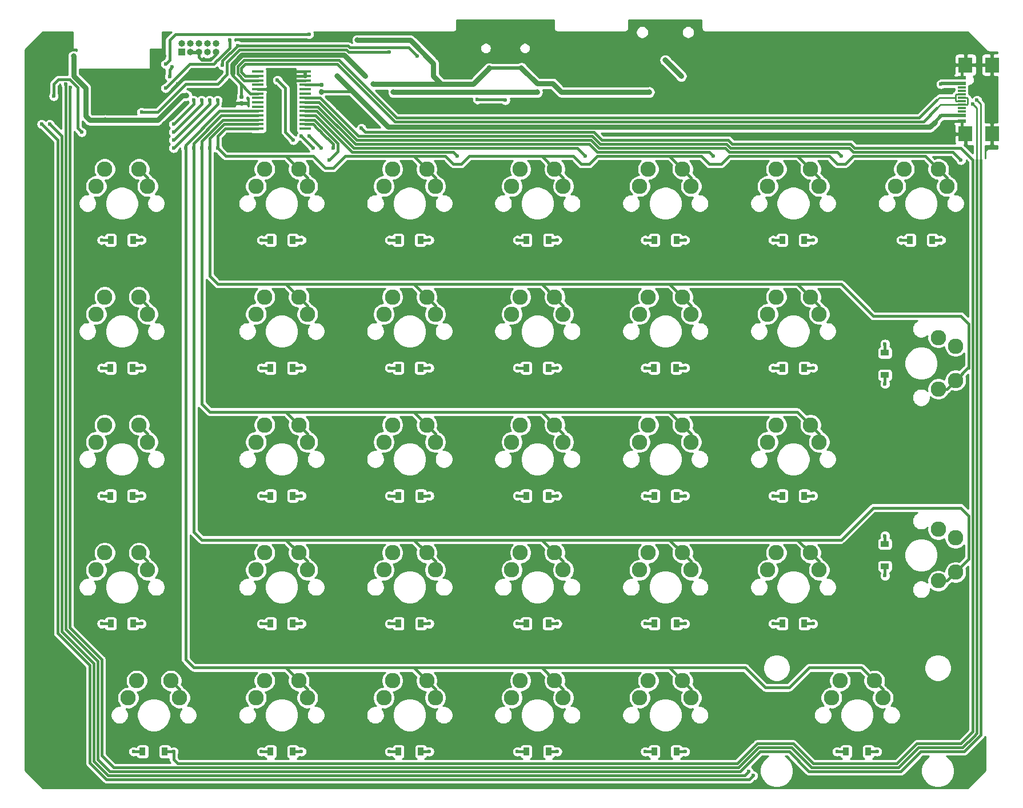
<source format=gbr>
%TF.GenerationSoftware,KiCad,Pcbnew,(5.1.6)-1*%
%TF.CreationDate,2020-06-26T14:35:25+02:00*%
%TF.ProjectId,aW_2,61575f32-2e6b-4696-9361-645f70636258,v1.0*%
%TF.SameCoordinates,Original*%
%TF.FileFunction,Copper,L2,Bot*%
%TF.FilePolarity,Positive*%
%FSLAX46Y46*%
G04 Gerber Fmt 4.6, Leading zero omitted, Abs format (unit mm)*
G04 Created by KiCad (PCBNEW (5.1.6)-1) date 2020-06-26 14:35:25*
%MOMM*%
%LPD*%
G01*
G04 APERTURE LIST*
%TA.AperFunction,ComponentPad*%
%ADD10C,2.286000*%
%TD*%
%TA.AperFunction,ComponentPad*%
%ADD11O,1.000000X1.000000*%
%TD*%
%TA.AperFunction,ComponentPad*%
%ADD12R,1.000000X1.000000*%
%TD*%
%TA.AperFunction,SMDPad,CuDef*%
%ADD13R,1.651000X0.431800*%
%TD*%
%TA.AperFunction,SMDPad,CuDef*%
%ADD14R,0.900000X1.200000*%
%TD*%
%TA.AperFunction,SMDPad,CuDef*%
%ADD15R,1.200000X0.900000*%
%TD*%
%TA.AperFunction,SMDPad,CuDef*%
%ADD16R,2.000000X2.180000*%
%TD*%
%TA.AperFunction,SMDPad,CuDef*%
%ADD17R,1.150000X0.300000*%
%TD*%
%TA.AperFunction,SMDPad,CuDef*%
%ADD18R,1.150000X0.600000*%
%TD*%
%TA.AperFunction,ViaPad*%
%ADD19C,0.600000*%
%TD*%
%TA.AperFunction,ViaPad*%
%ADD20C,0.800000*%
%TD*%
%TA.AperFunction,Conductor*%
%ADD21C,0.381000*%
%TD*%
%TA.AperFunction,Conductor*%
%ADD22C,0.762000*%
%TD*%
%TA.AperFunction,Conductor*%
%ADD23C,0.508000*%
%TD*%
%TA.AperFunction,Conductor*%
%ADD24C,0.254000*%
%TD*%
G04 APERTURE END LIST*
D10*
%TO.P,K33,2*%
%TO.N,/row4*%
X196792822Y-129241454D03*
X198062822Y-131781454D03*
%TO.P,K33,1*%
%TO.N,Net-(D35-Pad2)*%
X191712822Y-129241454D03*
X190442822Y-131781454D03*
%TD*%
%TO.P,K3,2*%
%TO.N,/row0*%
X130473422Y-53447854D03*
X131743422Y-55987854D03*
%TO.P,K3,1*%
%TO.N,Net-(D5-Pad2)*%
X125393422Y-53447854D03*
X124123422Y-55987854D03*
%TD*%
%TO.P,K13,2*%
%TO.N,/row1*%
X187318622Y-72396254D03*
X188588622Y-74936254D03*
%TO.P,K13,1*%
%TO.N,Net-(D15-Pad2)*%
X182238622Y-72396254D03*
X180968622Y-74936254D03*
%TD*%
%TO.P,K7,2*%
%TO.N,/row0*%
X206267022Y-53447854D03*
X207537022Y-55987854D03*
%TO.P,K7,1*%
%TO.N,Net-(D9-Pad2)*%
X201187022Y-53447854D03*
X199917022Y-55987854D03*
%TD*%
%TO.P,K12,2*%
%TO.N,/row1*%
X168370222Y-72396254D03*
X169640222Y-74936254D03*
%TO.P,K12,1*%
%TO.N,Net-(D14-Pad2)*%
X163290222Y-72396254D03*
X162020222Y-74936254D03*
%TD*%
%TO.P,K4,2*%
%TO.N,/row0*%
X149421822Y-53447854D03*
X150691822Y-55987854D03*
%TO.P,K4,1*%
%TO.N,Net-(D6-Pad2)*%
X144341822Y-53447854D03*
X143071822Y-55987854D03*
%TD*%
%TO.P,K16,2*%
%TO.N,/row2*%
X111525022Y-91344654D03*
X112795022Y-93884654D03*
%TO.P,K16,1*%
%TO.N,Net-(D18-Pad2)*%
X106445022Y-91344654D03*
X105175022Y-93884654D03*
%TD*%
%TO.P,K17,2*%
%TO.N,/row2*%
X130473422Y-91344654D03*
X131743422Y-93884654D03*
%TO.P,K17,1*%
%TO.N,Net-(D19-Pad2)*%
X125393422Y-91344654D03*
X124123422Y-93884654D03*
%TD*%
%TO.P,K20,2*%
%TO.N,/row2*%
X187318622Y-91344654D03*
X188588622Y-93884654D03*
%TO.P,K20,1*%
%TO.N,Net-(D22-Pad2)*%
X182238622Y-91344654D03*
X180968622Y-93884654D03*
%TD*%
%TO.P,K5,2*%
%TO.N,/row0*%
X168370222Y-53447854D03*
X169640222Y-55987854D03*
%TO.P,K5,1*%
%TO.N,Net-(D7-Pad2)*%
X163290222Y-53447854D03*
X162020222Y-55987854D03*
%TD*%
%TO.P,K11,2*%
%TO.N,/row1*%
X149421822Y-72396254D03*
X150691822Y-74936254D03*
%TO.P,K11,1*%
%TO.N,Net-(D13-Pad2)*%
X144341822Y-72396254D03*
X143071822Y-74936254D03*
%TD*%
%TO.P,K19,2*%
%TO.N,/row2*%
X168370222Y-91344654D03*
X169640222Y-93884654D03*
%TO.P,K19,1*%
%TO.N,Net-(D21-Pad2)*%
X163290222Y-91344654D03*
X162020222Y-93884654D03*
%TD*%
%TO.P,K18,2*%
%TO.N,/row2*%
X149421822Y-91344654D03*
X150691822Y-93884654D03*
%TO.P,K18,1*%
%TO.N,Net-(D20-Pad2)*%
X144341822Y-91344654D03*
X143071822Y-93884654D03*
%TD*%
%TO.P,K6,2*%
%TO.N,/row0*%
X187318622Y-53447854D03*
X188588622Y-55987854D03*
%TO.P,K6,1*%
%TO.N,Net-(D8-Pad2)*%
X182238622Y-53447854D03*
X180968622Y-55987854D03*
%TD*%
%TO.P,K9,2*%
%TO.N,/row1*%
X111525022Y-72396254D03*
X112795022Y-74936254D03*
%TO.P,K9,1*%
%TO.N,Net-(D11-Pad2)*%
X106445022Y-72396254D03*
X105175022Y-74936254D03*
%TD*%
%TO.P,K10,2*%
%TO.N,/row1*%
X130473422Y-72396254D03*
X131743422Y-74936254D03*
%TO.P,K10,1*%
%TO.N,Net-(D12-Pad2)*%
X125393422Y-72396254D03*
X124123422Y-74936254D03*
%TD*%
%TO.P,K2,2*%
%TO.N,/row0*%
X111525022Y-53447854D03*
X112795022Y-55987854D03*
%TO.P,K2,1*%
%TO.N,Net-(D4-Pad2)*%
X106445022Y-53447854D03*
X105175022Y-55987854D03*
%TD*%
%TO.P,K28,2*%
%TO.N,/row4*%
X92576622Y-129241454D03*
X93846622Y-131781454D03*
%TO.P,K28,1*%
%TO.N,Net-(D30-Pad2)*%
X87496622Y-129241454D03*
X86226622Y-131781454D03*
%TD*%
%TO.P,K30,2*%
%TO.N,/row4*%
X130473422Y-129241454D03*
X131743422Y-131781454D03*
%TO.P,K30,1*%
%TO.N,Net-(D32-Pad2)*%
X125393422Y-129241454D03*
X124123422Y-131781454D03*
%TD*%
%TO.P,K23,2*%
%TO.N,/row3*%
X111525022Y-110293054D03*
X112795022Y-112833054D03*
%TO.P,K23,1*%
%TO.N,Net-(D25-Pad2)*%
X106445022Y-110293054D03*
X105175022Y-112833054D03*
%TD*%
%TO.P,K32,2*%
%TO.N,/row4*%
X168370222Y-129241454D03*
X169640222Y-131781454D03*
%TO.P,K32,1*%
%TO.N,Net-(D34-Pad2)*%
X163290222Y-129241454D03*
X162020222Y-131781454D03*
%TD*%
%TO.P,K27,2*%
%TO.N,/row3*%
X187318622Y-110293054D03*
X188588622Y-112833054D03*
%TO.P,K27,1*%
%TO.N,Net-(D29-Pad2)*%
X182238622Y-110293054D03*
X180968622Y-112833054D03*
%TD*%
%TO.P,K25,2*%
%TO.N,/row3*%
X149421822Y-110293054D03*
X150691822Y-112833054D03*
%TO.P,K25,1*%
%TO.N,Net-(D27-Pad2)*%
X144341822Y-110293054D03*
X143071822Y-112833054D03*
%TD*%
%TO.P,K29,2*%
%TO.N,/row4*%
X111525022Y-129241454D03*
X112795022Y-131781454D03*
%TO.P,K29,1*%
%TO.N,Net-(D31-Pad2)*%
X106445022Y-129241454D03*
X105175022Y-131781454D03*
%TD*%
%TO.P,K26,2*%
%TO.N,/row3*%
X168370222Y-110293054D03*
X169640222Y-112833054D03*
%TO.P,K26,1*%
%TO.N,Net-(D28-Pad2)*%
X163290222Y-110293054D03*
X162020222Y-112833054D03*
%TD*%
%TO.P,K24,2*%
%TO.N,/row3*%
X130473422Y-110293054D03*
X131743422Y-112833054D03*
%TO.P,K24,1*%
%TO.N,Net-(D26-Pad2)*%
X125393422Y-110293054D03*
X124123422Y-112833054D03*
%TD*%
%TO.P,K31,2*%
%TO.N,/row4*%
X149421822Y-129241454D03*
X150691822Y-131781454D03*
%TO.P,K31,1*%
%TO.N,Net-(D33-Pad2)*%
X144341822Y-129241454D03*
X143071822Y-131781454D03*
%TD*%
%TO.P,K14,1*%
%TO.N,Net-(D16-Pad2)*%
X208807022Y-79673354D03*
X206267022Y-78403354D03*
%TO.P,K14,2*%
%TO.N,/row1*%
X208807022Y-84753354D03*
X206267022Y-86023354D03*
%TD*%
%TO.P,K8,1*%
%TO.N,Net-(D10-Pad2)*%
X82759522Y-72396254D03*
X81489522Y-74936254D03*
%TO.P,K8,2*%
%TO.N,/row1*%
X87839522Y-72396254D03*
X89109522Y-74936254D03*
%TD*%
%TO.P,K21,1*%
%TO.N,Net-(D23-Pad2)*%
X208807022Y-108095954D03*
X206267022Y-106825954D03*
%TO.P,K21,2*%
%TO.N,/row3*%
X208807022Y-113175954D03*
X206267022Y-114445954D03*
%TD*%
%TO.P,K22,1*%
%TO.N,Net-(D24-Pad2)*%
X82759522Y-110293054D03*
X81489522Y-112833054D03*
%TO.P,K22,2*%
%TO.N,/row3*%
X87839522Y-110293054D03*
X89109522Y-112833054D03*
%TD*%
%TO.P,K1,1*%
%TO.N,Net-(D3-Pad2)*%
X82759522Y-53447854D03*
X81489522Y-55987854D03*
%TO.P,K1,2*%
%TO.N,/row0*%
X87839522Y-53447854D03*
X89109522Y-55987854D03*
%TD*%
%TO.P,K15,1*%
%TO.N,Net-(D17-Pad2)*%
X82759522Y-91344654D03*
X81489522Y-93884654D03*
%TO.P,K15,2*%
%TO.N,/row2*%
X87839522Y-91344654D03*
X89109522Y-93884654D03*
%TD*%
D11*
%TO.P,J4,10*%
%TO.N,/reset*%
X99229942Y-34850418D03*
%TO.P,J4,9*%
%TO.N,GND*%
X99229942Y-36120418D03*
%TO.P,J4,8*%
%TO.N,Net-(J4-Pad8)*%
X97959942Y-34850418D03*
%TO.P,J4,7*%
%TO.N,Net-(J4-Pad7)*%
X97959942Y-36120418D03*
%TO.P,J4,6*%
%TO.N,/swo*%
X96689942Y-34850418D03*
%TO.P,J4,5*%
%TO.N,GND*%
X96689942Y-36120418D03*
%TO.P,J4,4*%
%TO.N,/swdclk*%
X95419942Y-34850418D03*
%TO.P,J4,3*%
%TO.N,GND*%
X95419942Y-36120418D03*
%TO.P,J4,2*%
%TO.N,/swdio*%
X94149942Y-34850418D03*
D12*
%TO.P,J4,1*%
%TO.N,+3V3*%
X94149942Y-36120418D03*
%TD*%
D13*
%TO.P,U2,28*%
%TO.N,Net-(U2-Pad28)*%
X112458392Y-47451074D03*
%TO.P,U2,27*%
%TO.N,/col0*%
X112458392Y-46801074D03*
%TO.P,U2,26*%
%TO.N,/col1*%
X112458392Y-46151074D03*
%TO.P,U2,25*%
%TO.N,/col2*%
X112458392Y-45501074D03*
%TO.P,U2,24*%
%TO.N,/col3*%
X112458392Y-44851074D03*
%TO.P,U2,23*%
%TO.N,/col4*%
X112458392Y-44201074D03*
%TO.P,U2,22*%
%TO.N,/col5*%
X112458392Y-43551074D03*
%TO.P,U2,21*%
%TO.N,/col6*%
X112458392Y-42901074D03*
%TO.P,U2,20*%
%TO.N,Net-(U2-Pad20)*%
X112458392Y-42251074D03*
%TO.P,U2,19*%
%TO.N,Net-(U2-Pad19)*%
X112458392Y-41601074D03*
%TO.P,U2,18*%
%TO.N,Net-(R1-Pad2)*%
X112458392Y-40951074D03*
%TO.P,U2,17*%
%TO.N,GND*%
X112458392Y-40301074D03*
%TO.P,U2,16*%
X112458392Y-39651074D03*
%TO.P,U2,15*%
X112458392Y-39001074D03*
%TO.P,U2,14*%
%TO.N,N/C*%
X105448392Y-39001074D03*
%TO.P,U2,13*%
%TO.N,/sda_left*%
X105448392Y-39651074D03*
%TO.P,U2,12*%
%TO.N,/scl_left*%
X105448392Y-40301074D03*
%TO.P,U2,11*%
%TO.N,N/C*%
X105448392Y-40951074D03*
%TO.P,U2,10*%
%TO.N,GND*%
X105448392Y-41601074D03*
%TO.P,U2,9*%
%TO.N,VDC*%
X105448392Y-42251074D03*
%TO.P,U2,8*%
%TO.N,Net-(U2-Pad8)*%
X105448392Y-42901074D03*
%TO.P,U2,7*%
%TO.N,Net-(U2-Pad7)*%
X105448392Y-43551074D03*
%TO.P,U2,6*%
%TO.N,Net-(U2-Pad6)*%
X105448392Y-44201074D03*
%TO.P,U2,5*%
%TO.N,/row4*%
X105448392Y-44851074D03*
%TO.P,U2,4*%
%TO.N,/row3*%
X105448392Y-45501074D03*
%TO.P,U2,3*%
%TO.N,/row2*%
X105448392Y-46151074D03*
%TO.P,U2,2*%
%TO.N,/row1*%
X105448392Y-46801074D03*
%TO.P,U2,1*%
%TO.N,/row0*%
X105448392Y-47451074D03*
%TD*%
%TO.P,C1,2*%
%TO.N,GND*%
%TA.AperFunction,SMDPad,CuDef*%
G36*
G01*
X102859512Y-43416074D02*
X103204512Y-43416074D01*
G75*
G02*
X103352012Y-43563574I0J-147500D01*
G01*
X103352012Y-43858574D01*
G75*
G02*
X103204512Y-44006074I-147500J0D01*
G01*
X102859512Y-44006074D01*
G75*
G02*
X102712012Y-43858574I0J147500D01*
G01*
X102712012Y-43563574D01*
G75*
G02*
X102859512Y-43416074I147500J0D01*
G01*
G37*
%TD.AperFunction*%
%TO.P,C1,1*%
%TO.N,VDC*%
%TA.AperFunction,SMDPad,CuDef*%
G36*
G01*
X102859512Y-42446074D02*
X103204512Y-42446074D01*
G75*
G02*
X103352012Y-42593574I0J-147500D01*
G01*
X103352012Y-42888574D01*
G75*
G02*
X103204512Y-43036074I-147500J0D01*
G01*
X102859512Y-43036074D01*
G75*
G02*
X102712012Y-42888574I0J147500D01*
G01*
X102712012Y-42593574D01*
G75*
G02*
X102859512Y-42446074I147500J0D01*
G01*
G37*
%TD.AperFunction*%
%TD*%
D14*
%TO.P,D35,2*%
%TO.N,Net-(D35-Pad2)*%
X192602822Y-139744568D03*
%TO.P,D35,1*%
%TO.N,/col5*%
X195902822Y-139744568D03*
%TD*%
%TO.P,D34,2*%
%TO.N,Net-(D34-Pad2)*%
X164180222Y-139744568D03*
%TO.P,D34,1*%
%TO.N,/col4*%
X167480222Y-139744568D03*
%TD*%
%TO.P,D33,2*%
%TO.N,Net-(D33-Pad2)*%
X145231822Y-139744568D03*
%TO.P,D33,1*%
%TO.N,/col3*%
X148531822Y-139744568D03*
%TD*%
%TO.P,D32,2*%
%TO.N,Net-(D32-Pad2)*%
X126283422Y-139744568D03*
%TO.P,D32,1*%
%TO.N,/col2*%
X129583422Y-139744568D03*
%TD*%
%TO.P,D31,2*%
%TO.N,Net-(D31-Pad2)*%
X107335022Y-139744568D03*
%TO.P,D31,1*%
%TO.N,/col1*%
X110635022Y-139744568D03*
%TD*%
%TO.P,D30,2*%
%TO.N,Net-(D30-Pad2)*%
X88380272Y-139744568D03*
%TO.P,D30,1*%
%TO.N,/col0*%
X91680272Y-139744568D03*
%TD*%
%TO.P,D29,2*%
%TO.N,Net-(D29-Pad2)*%
X183128622Y-120796152D03*
%TO.P,D29,1*%
%TO.N,/col5*%
X186428622Y-120796152D03*
%TD*%
%TO.P,D28,2*%
%TO.N,Net-(D28-Pad2)*%
X164180222Y-120796152D03*
%TO.P,D28,1*%
%TO.N,/col4*%
X167480222Y-120796152D03*
%TD*%
%TO.P,D27,2*%
%TO.N,Net-(D27-Pad2)*%
X145200224Y-120796152D03*
%TO.P,D27,1*%
%TO.N,/col3*%
X148500224Y-120796152D03*
%TD*%
%TO.P,D26,2*%
%TO.N,Net-(D26-Pad2)*%
X126283422Y-120796152D03*
%TO.P,D26,1*%
%TO.N,/col2*%
X129583422Y-120796152D03*
%TD*%
%TO.P,D25,2*%
%TO.N,Net-(D25-Pad2)*%
X107335022Y-120796152D03*
%TO.P,D25,1*%
%TO.N,/col1*%
X110635022Y-120796152D03*
%TD*%
%TO.P,D24,2*%
%TO.N,Net-(D24-Pad2)*%
X83649522Y-120796152D03*
%TO.P,D24,1*%
%TO.N,/col0*%
X86949522Y-120796152D03*
%TD*%
D15*
%TO.P,D23,2*%
%TO.N,Net-(D23-Pad2)*%
X198366230Y-108985954D03*
%TO.P,D23,1*%
%TO.N,/col6*%
X198366230Y-112285954D03*
%TD*%
D14*
%TO.P,D22,2*%
%TO.N,Net-(D22-Pad2)*%
X183128622Y-101847736D03*
%TO.P,D22,1*%
%TO.N,/col5*%
X186428622Y-101847736D03*
%TD*%
%TO.P,D21,2*%
%TO.N,Net-(D21-Pad2)*%
X164180222Y-101847736D03*
%TO.P,D21,1*%
%TO.N,/col4*%
X167480222Y-101847736D03*
%TD*%
%TO.P,D20,2*%
%TO.N,Net-(D20-Pad2)*%
X145200224Y-101847736D03*
%TO.P,D20,1*%
%TO.N,/col3*%
X148500224Y-101847736D03*
%TD*%
%TO.P,D19,2*%
%TO.N,Net-(D19-Pad2)*%
X126283422Y-101847736D03*
%TO.P,D19,1*%
%TO.N,/col2*%
X129583422Y-101847736D03*
%TD*%
%TO.P,D18,2*%
%TO.N,Net-(D18-Pad2)*%
X107325273Y-101847736D03*
%TO.P,D18,1*%
%TO.N,/col1*%
X110625273Y-101847736D03*
%TD*%
%TO.P,D17,2*%
%TO.N,Net-(D17-Pad2)*%
X83617872Y-101847736D03*
%TO.P,D17,1*%
%TO.N,/col0*%
X86917872Y-101847736D03*
%TD*%
D15*
%TO.P,D16,2*%
%TO.N,Net-(D16-Pad2)*%
X198366230Y-80657182D03*
%TO.P,D16,1*%
%TO.N,/col6*%
X198366230Y-83957182D03*
%TD*%
D14*
%TO.P,D15,2*%
%TO.N,Net-(D15-Pad2)*%
X183128622Y-82899320D03*
%TO.P,D15,1*%
%TO.N,/col5*%
X186428622Y-82899320D03*
%TD*%
%TO.P,D14,2*%
%TO.N,Net-(D14-Pad2)*%
X164148640Y-82899320D03*
%TO.P,D14,1*%
%TO.N,/col4*%
X167448640Y-82899320D03*
%TD*%
%TO.P,D13,2*%
%TO.N,Net-(D13-Pad2)*%
X145200224Y-82899320D03*
%TO.P,D13,1*%
%TO.N,/col3*%
X148500224Y-82899320D03*
%TD*%
%TO.P,D12,2*%
%TO.N,Net-(D12-Pad2)*%
X126251808Y-82899320D03*
%TO.P,D12,1*%
%TO.N,/col2*%
X129551808Y-82899320D03*
%TD*%
%TO.P,D11,2*%
%TO.N,Net-(D11-Pad2)*%
X107303392Y-82899320D03*
%TO.P,D11,1*%
%TO.N,/col1*%
X110603392Y-82899320D03*
%TD*%
%TO.P,D10,2*%
%TO.N,Net-(D10-Pad2)*%
X83617872Y-82899320D03*
%TO.P,D10,1*%
%TO.N,/col0*%
X86917872Y-82899320D03*
%TD*%
%TO.P,D9,2*%
%TO.N,Net-(D9-Pad2)*%
X202077022Y-63950904D03*
%TO.P,D9,1*%
%TO.N,/col6*%
X205377022Y-63950904D03*
%TD*%
%TO.P,D8,2*%
%TO.N,Net-(D8-Pad2)*%
X183128622Y-63950904D03*
%TO.P,D8,1*%
%TO.N,/col5*%
X186428622Y-63950904D03*
%TD*%
%TO.P,D7,2*%
%TO.N,Net-(D7-Pad2)*%
X164180222Y-63950904D03*
%TO.P,D7,1*%
%TO.N,/col4*%
X167480222Y-63950904D03*
%TD*%
%TO.P,D6,2*%
%TO.N,Net-(D6-Pad2)*%
X145231822Y-63950904D03*
%TO.P,D6,1*%
%TO.N,/col3*%
X148531822Y-63950904D03*
%TD*%
%TO.P,D5,2*%
%TO.N,Net-(D5-Pad2)*%
X126251808Y-63950904D03*
%TO.P,D5,1*%
%TO.N,/col2*%
X129551808Y-63950904D03*
%TD*%
%TO.P,D4,2*%
%TO.N,Net-(D4-Pad2)*%
X107335022Y-63950904D03*
%TO.P,D4,1*%
%TO.N,/col1*%
X110635022Y-63950904D03*
%TD*%
%TO.P,D3,2*%
%TO.N,Net-(D3-Pad2)*%
X83649522Y-63950904D03*
%TO.P,D3,1*%
%TO.N,/col0*%
X86949522Y-63950904D03*
%TD*%
D16*
%TO.P,J1,S4*%
%TO.N,GND*%
X214231128Y-48234352D03*
%TO.P,J1,S3*%
X214231128Y-38014352D03*
%TO.P,J1,S2*%
X210301128Y-48234352D03*
%TO.P,J1,S1*%
X210301128Y-38014352D03*
D17*
%TO.P,J1,A7*%
%TO.N,/scl_left*%
X209726128Y-43374352D03*
%TO.P,J1,A6*%
%TO.N,/sda_left*%
X209726128Y-42874352D03*
%TO.P,J1,B6*%
X209726128Y-43874352D03*
%TO.P,J1,B7*%
%TO.N,/scl_left*%
X209726128Y-42374352D03*
%TO.P,J1,A8*%
%TO.N,Net-(J1-PadA8)*%
X209726128Y-44374352D03*
%TO.P,J1,A5*%
%TO.N,Net-(J1-PadA5)*%
X209726128Y-41874352D03*
%TO.P,J1,B5*%
%TO.N,Net-(J1-PadB5)*%
X209726128Y-44874352D03*
%TO.P,J1,B8*%
%TO.N,Net-(J1-PadB8)*%
X209726128Y-41374352D03*
D18*
%TO.P,J1,B1/A12*%
%TO.N,GND*%
X209726128Y-46324352D03*
%TO.P,J1,B4/A9*%
%TO.N,VDC*%
X209726128Y-45524352D03*
%TO.P,J1,A4/B9*%
X209726128Y-40724352D03*
%TO.P,J1,A1/B12*%
%TO.N,GND*%
X209726128Y-39924352D03*
%TD*%
%TO.P,R1,2*%
%TO.N,Net-(R1-Pad2)*%
%TA.AperFunction,SMDPad,CuDef*%
G36*
G01*
X115047272Y-41259660D02*
X114702272Y-41259660D01*
G75*
G02*
X114554772Y-41112160I0J147500D01*
G01*
X114554772Y-40817160D01*
G75*
G02*
X114702272Y-40669660I147500J0D01*
G01*
X115047272Y-40669660D01*
G75*
G02*
X115194772Y-40817160I0J-147500D01*
G01*
X115194772Y-41112160D01*
G75*
G02*
X115047272Y-41259660I-147500J0D01*
G01*
G37*
%TD.AperFunction*%
%TO.P,R1,1*%
%TO.N,VDC*%
%TA.AperFunction,SMDPad,CuDef*%
G36*
G01*
X115047272Y-42229660D02*
X114702272Y-42229660D01*
G75*
G02*
X114554772Y-42082160I0J147500D01*
G01*
X114554772Y-41787160D01*
G75*
G02*
X114702272Y-41639660I147500J0D01*
G01*
X115047272Y-41639660D01*
G75*
G02*
X115194772Y-41787160I0J-147500D01*
G01*
X115194772Y-42082160D01*
G75*
G02*
X115047272Y-42229660I-147500J0D01*
G01*
G37*
%TD.AperFunction*%
%TD*%
D19*
%TO.N,GND*%
X167575054Y-42041798D03*
D20*
X156324432Y-68095870D03*
X156324432Y-87044286D03*
X156324432Y-105992702D03*
X156324432Y-124941118D03*
X73425112Y-68095870D03*
X79938630Y-52700282D03*
X81122906Y-68095870D03*
D19*
X91812214Y-46809726D03*
X118525962Y-44410350D03*
X122572566Y-46778902D03*
X117243324Y-43226074D03*
X110137668Y-39673246D03*
X114282634Y-53292420D03*
X111321944Y-50331730D03*
X91683028Y-36712556D03*
X76977940Y-39081108D03*
X156324432Y-44410350D03*
X82307182Y-39673246D03*
X93557804Y-40857522D03*
X111914082Y-34344004D03*
X101255598Y-43226074D03*
X108195371Y-45002488D03*
D20*
X151587328Y-35528280D03*
D19*
X163430088Y-44410350D03*
X207248300Y-48555316D03*
X207248300Y-37304694D03*
D20*
%TO.N,+3V3*%
X82857630Y-46186764D03*
X82857630Y-46186764D03*
X125533256Y-42041798D03*
X78162216Y-36712556D03*
X94902353Y-42534551D03*
X146850224Y-42041798D03*
X168167192Y-39673246D03*
X165798640Y-37304694D03*
%TO.N,VBUS*%
X144513120Y-38457522D03*
X139744568Y-38488970D03*
X163430088Y-42041798D03*
X122572566Y-40857522D03*
X120204014Y-34344004D03*
D19*
%TO.N,Net-(C6-Pad1)*%
X108361254Y-40265384D03*
X110729806Y-49147454D03*
%TO.N,Net-(D2-Pad1)*%
X137968154Y-43127712D03*
X142113120Y-43226074D03*
%TO.N,Net-(D3-Pad2)*%
X82307182Y-63950904D03*
%TO.N,/col0*%
X88228562Y-63950904D03*
X88228562Y-82899320D03*
X88228562Y-101847736D03*
X88228562Y-120796152D03*
X92965666Y-139744568D03*
X116643703Y-50331730D03*
X120796152Y-47393296D03*
%TO.N,/col1*%
X111914082Y-63950904D03*
X111914082Y-82899320D03*
X111914082Y-101847736D03*
X111914082Y-120796152D03*
X111914082Y-139744568D03*
X116059048Y-52108144D03*
%TO.N,Net-(D4-Pad2)*%
X105992702Y-63950904D03*
%TO.N,Net-(D5-Pad2)*%
X124941118Y-63950904D03*
X124941118Y-63950904D03*
%TO.N,/col2*%
X130862498Y-63950904D03*
X130862498Y-82899320D03*
X130862498Y-101847736D03*
X130862498Y-120796152D03*
X130862498Y-139744568D03*
X135007464Y-51516006D03*
%TO.N,/col3*%
X149810914Y-63950904D03*
X149810914Y-82899320D03*
X149810914Y-101847736D03*
X149810914Y-120796152D03*
X149810914Y-139744568D03*
X153955880Y-51516006D03*
%TO.N,Net-(D6-Pad2)*%
X143889534Y-63950904D03*
%TO.N,/col4*%
X168759330Y-63950904D03*
X168759330Y-82899320D03*
X168759330Y-101847736D03*
X168759330Y-120796152D03*
X168759330Y-139744568D03*
X172904296Y-51516006D03*
%TO.N,Net-(D7-Pad2)*%
X162837950Y-63950904D03*
%TO.N,Net-(D8-Pad2)*%
X181786366Y-63950904D03*
%TO.N,/col5*%
X187707746Y-63950904D03*
X187707746Y-82899320D03*
X187707746Y-101847736D03*
X187707746Y-120796152D03*
X197181954Y-139744568D03*
X191852712Y-51516006D03*
X74609388Y-46778902D03*
X178135176Y-142705258D03*
%TO.N,/col6*%
X206656162Y-63950904D03*
X198366230Y-85267872D03*
X198366230Y-113690496D03*
X209616852Y-52108144D03*
X73425112Y-46778902D03*
X178825676Y-143297396D03*
%TO.N,Net-(D9-Pad2)*%
X200734782Y-63950904D03*
%TO.N,Net-(D10-Pad2)*%
X82307182Y-82899320D03*
%TO.N,Net-(D11-Pad2)*%
X105992702Y-82899320D03*
%TO.N,Net-(D12-Pad2)*%
X124941118Y-82899320D03*
%TO.N,Net-(D13-Pad2)*%
X143889534Y-82899320D03*
%TO.N,Net-(D14-Pad2)*%
X162837950Y-82899320D03*
%TO.N,Net-(D15-Pad2)*%
X181786366Y-82899320D03*
%TO.N,Net-(D16-Pad2)*%
X198366230Y-79346492D03*
%TO.N,Net-(D17-Pad2)*%
X82307182Y-101847736D03*
%TO.N,Net-(D18-Pad2)*%
X105992702Y-101847736D03*
%TO.N,Net-(D19-Pad2)*%
X124941118Y-101847736D03*
%TO.N,Net-(D20-Pad2)*%
X143889534Y-101847736D03*
%TO.N,Net-(D21-Pad2)*%
X162837950Y-101847736D03*
%TO.N,Net-(D22-Pad2)*%
X181786366Y-101847736D03*
%TO.N,Net-(D23-Pad2)*%
X198366230Y-107769116D03*
%TO.N,Net-(D24-Pad2)*%
X82307182Y-120796152D03*
%TO.N,Net-(D25-Pad2)*%
X105992702Y-120796152D03*
%TO.N,Net-(D26-Pad2)*%
X124941118Y-120796152D03*
%TO.N,Net-(D27-Pad2)*%
X143889534Y-120796152D03*
%TO.N,Net-(D28-Pad2)*%
X162837950Y-120796152D03*
%TO.N,Net-(D29-Pad2)*%
X181786366Y-120796152D03*
%TO.N,Net-(D30-Pad2)*%
X87044286Y-139744568D03*
%TO.N,Net-(D31-Pad2)*%
X105992702Y-139744568D03*
%TO.N,Net-(D32-Pad2)*%
X124941118Y-139744568D03*
%TO.N,Net-(D33-Pad2)*%
X143889534Y-139744568D03*
%TO.N,Net-(D34-Pad2)*%
X162837950Y-139744568D03*
%TO.N,Net-(D35-Pad2)*%
X191260574Y-139744568D03*
%TO.N,/scl_right*%
X77712216Y-41307522D03*
X211393266Y-43818212D03*
%TO.N,/sda_right*%
X76977940Y-40857522D03*
X211985404Y-43226074D03*
%TO.N,/swdclk*%
X92373528Y-39748022D03*
X92773477Y-38296781D03*
%TO.N,/swo*%
X91781390Y-41449660D03*
X101255598Y-34344004D03*
%TO.N,/reset*%
X129086084Y-36712556D03*
X102480106Y-35134863D03*
X100217482Y-38058694D03*
%TO.N,Net-(JP1-Pad2)*%
X79346492Y-47963178D03*
X75201526Y-42633936D03*
%TO.N,/row0*%
X99479184Y-50331730D03*
%TO.N,/row1*%
X98294908Y-50331730D03*
%TO.N,/row2*%
X97110632Y-50331730D03*
%TO.N,/row3*%
X95926356Y-50331730D03*
%TO.N,/row4*%
X94742080Y-50331730D03*
%TO.N,Net-(R8-Pad1)*%
X111914082Y-48555316D03*
X113690496Y-50331730D03*
%TO.N,Net-(R9-Pad1)*%
X113098358Y-48555316D03*
X114874772Y-50331730D03*
%TO.N,Net-(R11-Pad1)*%
X92965666Y-49147454D03*
X98294908Y-43226074D03*
%TO.N,Net-(R14-Pad1)*%
X92965666Y-46778902D03*
X95926356Y-43226074D03*
%TO.N,/led1*%
X91781390Y-37896832D03*
X113061720Y-33465986D03*
%TO.N,/btn2*%
X88228562Y-45002488D03*
X124941118Y-36120418D03*
%TO.N,/uart_cts*%
X92965666Y-47963178D03*
X97110632Y-43226074D03*
%TO.N,/uart_rts*%
X92965666Y-50331730D03*
X99479184Y-43226074D03*
D20*
%TO.N,VDC*%
X117243324Y-39673246D03*
X121388290Y-39673246D03*
D19*
X206656162Y-40857522D03*
X206656162Y-45594626D03*
%TD*%
D21*
%TO.N,GND*%
X209726128Y-47659352D02*
X210301128Y-48234352D01*
X209726128Y-46324352D02*
X209726128Y-47659352D01*
X209726128Y-38589352D02*
X210301128Y-38014352D01*
X209726128Y-39924352D02*
X209726128Y-38589352D01*
X120204014Y-44410350D02*
X122572566Y-46778902D01*
X118525962Y-44410350D02*
X120204014Y-44410350D01*
X92965666Y-41449660D02*
X91781390Y-42633936D01*
X91781390Y-42633936D02*
X90597114Y-42633936D01*
X112458392Y-39001074D02*
X110809840Y-39001074D01*
X110809840Y-39001074D02*
X110137668Y-39673246D01*
X110159840Y-39651074D02*
X110137668Y-39673246D01*
X112458392Y-39651074D02*
X110159840Y-39651074D01*
X110765496Y-40301074D02*
X110137668Y-39673246D01*
X112458392Y-40301074D02*
X110765496Y-40301074D01*
X107981720Y-42846540D02*
X107981720Y-44895986D01*
X106736254Y-41601074D02*
X107981720Y-42846540D01*
X105448392Y-41601074D02*
X106736254Y-41601074D01*
X99229942Y-36464322D02*
X99229942Y-36120418D01*
X98389570Y-37304694D02*
X99229942Y-36464322D01*
X97110632Y-37304694D02*
X98389570Y-37304694D01*
X95419942Y-36120418D02*
X96689942Y-36120418D01*
X96689942Y-36884004D02*
X97110632Y-37304694D01*
X96689942Y-36120418D02*
X96689942Y-36884004D01*
X118525962Y-44410350D02*
X117243324Y-44410350D01*
D22*
%TO.N,+3V3*%
X82857630Y-46186764D02*
X80530768Y-46186764D01*
X80530768Y-46186764D02*
X79938630Y-45594626D01*
X125533256Y-42041798D02*
X127309670Y-42041798D01*
X146850224Y-42041798D02*
X127309670Y-42041798D01*
X79938630Y-41449660D02*
X79525864Y-41036894D01*
X79525864Y-41008149D02*
X78365167Y-39847452D01*
X79525864Y-41036894D02*
X79525864Y-41008149D01*
X79938630Y-45594626D02*
X79938630Y-41449660D01*
X78365167Y-39847452D02*
X78162216Y-39644501D01*
X78162216Y-39644501D02*
X78162216Y-36712556D01*
X94902353Y-42534551D02*
X94249327Y-42534551D01*
X90597114Y-46186764D02*
X82857630Y-46186764D01*
X94249327Y-42534551D02*
X90597114Y-46186764D01*
X168167192Y-39673246D02*
X165798640Y-37304694D01*
D23*
%TO.N,VBUS*%
X144481672Y-38488970D02*
X144513120Y-38457522D01*
X139744568Y-38488970D02*
X144481672Y-38488970D01*
D22*
X123164704Y-40857522D02*
X122572566Y-40857522D01*
X128021414Y-34344004D02*
X131454636Y-37777226D01*
X120204014Y-34344004D02*
X128021414Y-34344004D01*
X131454636Y-39673246D02*
X132638912Y-40857522D01*
X131454636Y-37777226D02*
X131454636Y-39673246D01*
X132638912Y-40857522D02*
X123164704Y-40857522D01*
X139744568Y-38488970D02*
X137376016Y-40857522D01*
X137376016Y-40857522D02*
X132638912Y-40857522D01*
X150403052Y-42041798D02*
X163430088Y-42041798D01*
X149124432Y-40763178D02*
X150403052Y-42041798D01*
X144513120Y-38457522D02*
X146818776Y-40763178D01*
X146818776Y-40763178D02*
X149124432Y-40763178D01*
D21*
%TO.N,Net-(C6-Pad1)*%
X108361254Y-40265384D02*
X109545530Y-41449660D01*
X109545530Y-41449660D02*
X109545530Y-47963178D01*
X109545530Y-47963178D02*
X110729806Y-49147454D01*
%TO.N,Net-(D2-Pad1)*%
X137968154Y-43127712D02*
X142014758Y-43127712D01*
X142014758Y-43127712D02*
X142113120Y-43226074D01*
%TO.N,Net-(D3-Pad2)*%
X82307182Y-63950904D02*
X83649522Y-63950904D01*
%TO.N,/col0*%
X88228562Y-63950904D02*
X86949522Y-63950904D01*
X86917872Y-82899320D02*
X88228562Y-82899320D01*
X86917872Y-101847736D02*
X88228562Y-101847736D01*
X86949522Y-120796152D02*
X88228562Y-120796152D01*
X91680272Y-139744568D02*
X92965666Y-139744568D01*
X112458392Y-46801074D02*
X113664892Y-46801074D01*
X113664892Y-46801074D02*
X114282634Y-47418816D01*
X121377162Y-47974306D02*
X120796152Y-47393296D01*
X156420896Y-49147454D02*
X155247748Y-47974306D01*
X209616852Y-50331730D02*
X193858660Y-50331730D01*
X211393266Y-52108144D02*
X209616852Y-50331730D01*
X179417814Y-138560292D02*
X184747056Y-138560292D01*
X175139778Y-49147454D02*
X156420896Y-49147454D01*
X176457124Y-141520982D02*
X179417814Y-138560292D01*
X155247748Y-47974306D02*
X121377162Y-47974306D01*
X93557804Y-141520982D02*
X176457124Y-141520982D01*
X193266522Y-49739592D02*
X175731916Y-49739592D01*
X184747056Y-138560292D02*
X187707746Y-141520982D01*
X92965666Y-140928844D02*
X93557804Y-141520982D01*
X175731916Y-49739592D02*
X175139778Y-49147454D01*
X193858660Y-50331730D02*
X193266522Y-49739592D01*
X92965666Y-139744568D02*
X92965666Y-140928844D01*
X200142644Y-141520982D02*
X203103334Y-138560292D01*
X187707746Y-141520982D02*
X200142644Y-141520982D01*
X203103334Y-138560292D02*
X209616852Y-138560292D01*
X209616852Y-138560292D02*
X211393266Y-136783878D01*
X211393266Y-136783878D02*
X211393266Y-52108144D01*
X114282634Y-47418816D02*
X114850884Y-47987066D01*
X114850884Y-47987066D02*
X114874772Y-48010954D01*
X114874772Y-48010954D02*
X116627298Y-49763480D01*
X116627298Y-49763480D02*
X116643703Y-49779885D01*
X116643703Y-49779885D02*
X116643703Y-50331730D01*
%TO.N,/col1*%
X110635022Y-63950904D02*
X111914082Y-63950904D01*
X110603392Y-82899320D02*
X111914082Y-82899320D01*
X110625273Y-101847736D02*
X111914082Y-101847736D01*
X110635022Y-120796152D02*
X111914082Y-120796152D01*
X110635022Y-139744568D02*
X111914082Y-139744568D01*
X112458392Y-46151074D02*
X113836564Y-46151074D01*
X117334203Y-50832989D02*
X117243324Y-50923868D01*
X117334203Y-49648713D02*
X117334203Y-50832989D01*
X113836564Y-46151074D02*
X117334203Y-49648713D01*
X117243324Y-50923868D02*
X116059048Y-52108144D01*
%TO.N,Net-(D4-Pad2)*%
X105992702Y-63950904D02*
X107335022Y-63950904D01*
%TO.N,Net-(D5-Pad2)*%
X124941118Y-63950904D02*
X126251808Y-63950904D01*
%TO.N,/col2*%
X129551808Y-63950904D02*
X130862498Y-63950904D01*
X129551808Y-82899320D02*
X130862498Y-82899320D01*
X129583422Y-101847736D02*
X130862498Y-101847736D01*
X129583422Y-120796152D02*
X130862498Y-120796152D01*
X129583422Y-139744568D02*
X130862498Y-139744568D01*
X135007464Y-51516006D02*
X134415326Y-50923868D01*
X134415326Y-50923868D02*
X119431030Y-50923868D01*
X114008236Y-45501074D02*
X112458392Y-45501074D01*
X119431030Y-50923868D02*
X114008236Y-45501074D01*
%TO.N,/col3*%
X148531822Y-63950904D02*
X149810914Y-63950904D01*
X148500224Y-82899320D02*
X149810914Y-82899320D01*
X148500224Y-101847736D02*
X149810914Y-101847736D01*
X148500224Y-120796152D02*
X149810914Y-120796152D01*
X148531822Y-139744568D02*
X149810914Y-139744568D01*
X153955880Y-51516006D02*
X152771604Y-50331730D01*
X152771604Y-50331730D02*
X119660564Y-50331730D01*
X114179908Y-44851074D02*
X112458392Y-44851074D01*
X119660564Y-50331730D02*
X114179908Y-44851074D01*
%TO.N,Net-(D6-Pad2)*%
X143889534Y-63950904D02*
X145231822Y-63950904D01*
%TO.N,/col4*%
X167480222Y-63950904D02*
X168759330Y-63950904D01*
X167448640Y-82899320D02*
X168759330Y-82899320D01*
X167480222Y-101847736D02*
X168759330Y-101847736D01*
X167480222Y-120796152D02*
X168759330Y-120796152D01*
X167480222Y-139744568D02*
X168759330Y-139744568D01*
X114351580Y-44201074D02*
X112458392Y-44201074D01*
X119890098Y-49739592D02*
X114351580Y-44201074D01*
X172904296Y-51516006D02*
X172312158Y-50923868D01*
X172312158Y-50923868D02*
X155732294Y-50923868D01*
X155732294Y-50923868D02*
X154548018Y-49739592D01*
X154548018Y-49739592D02*
X119890098Y-49739592D01*
%TO.N,Net-(D7-Pad2)*%
X162837950Y-63950904D02*
X164180222Y-63950904D01*
%TO.N,Net-(D8-Pad2)*%
X181786366Y-63950904D02*
X183128622Y-63950904D01*
%TO.N,/col5*%
X186428622Y-63950904D02*
X187707746Y-63950904D01*
X186428622Y-82899320D02*
X187707746Y-82899320D01*
X186428622Y-101847736D02*
X187707746Y-101847736D01*
X186428622Y-120796152D02*
X187707746Y-120796152D01*
X195902822Y-139744568D02*
X197181954Y-139744568D01*
X120119632Y-49147454D02*
X114523252Y-43551074D01*
X114523252Y-43551074D02*
X112458392Y-43551074D01*
X154777552Y-49147454D02*
X120119632Y-49147454D01*
X191852712Y-51516006D02*
X191260574Y-50923868D01*
X191260574Y-50923868D02*
X175272848Y-50923868D01*
X175272848Y-50923868D02*
X174680710Y-50331730D01*
X174680710Y-50331730D02*
X155961828Y-50331730D01*
X155961828Y-50331730D02*
X154777552Y-49147454D01*
X83261924Y-143297396D02*
X176457124Y-143297396D01*
X74609388Y-46778902D02*
X76396930Y-48566444D01*
X76396930Y-48566444D02*
X76396930Y-121991556D01*
X76396930Y-121991556D02*
X81134034Y-126728660D01*
X81134034Y-126728660D02*
X81134034Y-141169506D01*
X81134034Y-141169506D02*
X83261924Y-143297396D01*
X176457124Y-143297396D02*
X177543038Y-143297396D01*
X177543038Y-143297396D02*
X178135176Y-142705258D01*
%TO.N,/col6*%
X205377022Y-63950904D02*
X206656162Y-63950904D01*
X198366230Y-83957182D02*
X198366230Y-85267872D01*
X198366230Y-112285954D02*
X198366230Y-113690496D01*
X114694924Y-42901074D02*
X112458392Y-42901074D01*
X155007086Y-48555316D02*
X120349166Y-48555316D01*
X156191362Y-49739592D02*
X155007086Y-48555316D01*
X174910244Y-49739592D02*
X156191362Y-49739592D01*
X193629126Y-50923868D02*
X193036988Y-50331730D01*
X120349166Y-48555316D02*
X114694924Y-42901074D01*
X193036988Y-50331730D02*
X175502382Y-50331730D01*
X175502382Y-50331730D02*
X174910244Y-49739592D01*
X209616852Y-52108144D02*
X208432576Y-50923868D01*
X208432576Y-50923868D02*
X193629126Y-50923868D01*
X75793664Y-49147454D02*
X75793664Y-122209962D01*
X80553025Y-141410169D02*
X83032390Y-143889534D01*
X178233538Y-143889534D02*
X178825676Y-143297396D01*
X83032390Y-143889534D02*
X178233538Y-143889534D01*
X75793664Y-122209962D02*
X80553024Y-126969322D01*
X73425112Y-46778902D02*
X75793664Y-49147454D01*
X80553024Y-126969322D02*
X80553025Y-141410169D01*
%TO.N,Net-(D9-Pad2)*%
X200734782Y-63950904D02*
X202077022Y-63950904D01*
%TO.N,Net-(D10-Pad2)*%
X82307182Y-82899320D02*
X83617872Y-82899320D01*
%TO.N,Net-(D11-Pad2)*%
X105992702Y-82899320D02*
X107303392Y-82899320D01*
%TO.N,Net-(D12-Pad2)*%
X124941118Y-82899320D02*
X126251808Y-82899320D01*
%TO.N,Net-(D13-Pad2)*%
X143889534Y-82899320D02*
X145200224Y-82899320D01*
%TO.N,Net-(D14-Pad2)*%
X162837950Y-82899320D02*
X164148640Y-82899320D01*
%TO.N,Net-(D15-Pad2)*%
X181786366Y-82899320D02*
X183128622Y-82899320D01*
%TO.N,Net-(D16-Pad2)*%
X198366230Y-79346492D02*
X198366230Y-80657182D01*
%TO.N,Net-(D17-Pad2)*%
X82307182Y-101847736D02*
X83617872Y-101847736D01*
%TO.N,Net-(D18-Pad2)*%
X105992702Y-101847736D02*
X107325273Y-101847736D01*
%TO.N,Net-(D19-Pad2)*%
X124941118Y-101847736D02*
X126283422Y-101847736D01*
%TO.N,Net-(D20-Pad2)*%
X143889534Y-101847736D02*
X145200224Y-101847736D01*
%TO.N,Net-(D21-Pad2)*%
X162837950Y-101847736D02*
X164180222Y-101847736D01*
%TO.N,Net-(D22-Pad2)*%
X181786366Y-101847736D02*
X183128622Y-101847736D01*
%TO.N,Net-(D23-Pad2)*%
X198366230Y-107769116D02*
X198366230Y-108985954D01*
%TO.N,Net-(D24-Pad2)*%
X82307182Y-120796152D02*
X83649522Y-120796152D01*
%TO.N,Net-(D25-Pad2)*%
X105992702Y-120796152D02*
X107335022Y-120796152D01*
%TO.N,Net-(D26-Pad2)*%
X124941118Y-120796152D02*
X126283422Y-120796152D01*
%TO.N,Net-(D27-Pad2)*%
X143889534Y-120796152D02*
X145200224Y-120796152D01*
%TO.N,Net-(D28-Pad2)*%
X162837950Y-120796152D02*
X164180222Y-120796152D01*
%TO.N,Net-(D29-Pad2)*%
X183128622Y-120796152D02*
X181786366Y-120796152D01*
%TO.N,Net-(D30-Pad2)*%
X87044286Y-139744568D02*
X88380272Y-139744568D01*
%TO.N,Net-(D31-Pad2)*%
X105992702Y-139744568D02*
X107335022Y-139744568D01*
%TO.N,Net-(D32-Pad2)*%
X124941118Y-139744568D02*
X126283422Y-139744568D01*
%TO.N,Net-(D33-Pad2)*%
X143889534Y-139744568D02*
X145231822Y-139744568D01*
%TO.N,Net-(D34-Pad2)*%
X162837950Y-139744568D02*
X164180222Y-139744568D01*
%TO.N,Net-(D35-Pad2)*%
X191260574Y-139744568D02*
X192602822Y-139744568D01*
%TO.N,/scl_left*%
X126018440Y-45850276D02*
X200841736Y-45850276D01*
X117483986Y-37315822D02*
X126018440Y-45850276D01*
X102451003Y-38248307D02*
X103383488Y-37315822D01*
X103383488Y-37315822D02*
X117483986Y-37315822D01*
X102451002Y-39321770D02*
X102451003Y-38248307D01*
X103430306Y-40301074D02*
X102451002Y-39321770D01*
X105448392Y-40301074D02*
X103430306Y-40301074D01*
X201071270Y-45850276D02*
X203439822Y-45850276D01*
X200841736Y-45850276D02*
X201071270Y-45850276D01*
X203439822Y-45850276D02*
X206064024Y-43226074D01*
D24*
X206455575Y-42834523D02*
X206064024Y-43226074D01*
X206818179Y-42834523D02*
X206455575Y-42834523D01*
X208912526Y-43374352D02*
X209726128Y-43374352D01*
X208824127Y-43285953D02*
X208912526Y-43374352D01*
X208897128Y-42374352D02*
X208824127Y-42447353D01*
X209726128Y-42374352D02*
X208897128Y-42374352D01*
X206818179Y-42834523D02*
X208824127Y-42834523D01*
X208824127Y-42447353D02*
X208824127Y-42834523D01*
X208824127Y-42834523D02*
X208824127Y-43285953D01*
%TO.N,/sda_left*%
X209726128Y-43874352D02*
X206600022Y-43874352D01*
D21*
X204043088Y-46431286D02*
X206064024Y-44410350D01*
X125777778Y-46431286D02*
X204043088Y-46431286D01*
X103624150Y-37896832D02*
X117243324Y-37896832D01*
D24*
X206600022Y-43874352D02*
X206064024Y-44410350D01*
D21*
X105448392Y-39651074D02*
X103601978Y-39651074D01*
X117243324Y-37896832D02*
X125777778Y-46431286D01*
X103601978Y-39651074D02*
X103032012Y-39081108D01*
X103032012Y-38488970D02*
X103624150Y-37896832D01*
X103032012Y-39081108D02*
X103032012Y-38488970D01*
D24*
X210628129Y-42962751D02*
X210539730Y-42874352D01*
X210539730Y-42874352D02*
X209726128Y-42874352D01*
X210628129Y-43785953D02*
X210628129Y-42962751D01*
X210539730Y-43874352D02*
X210628129Y-43785953D01*
X209726128Y-43874352D02*
X210539730Y-43874352D01*
D21*
%TO.N,/scl_right*%
X211985404Y-136191740D02*
X211985404Y-137013412D01*
X211985404Y-136191740D02*
X211985404Y-136783878D01*
X211508033Y-137490783D02*
X211974275Y-137024541D01*
X82307182Y-140336706D02*
X84083596Y-142113120D01*
X203332868Y-139152430D02*
X209846386Y-139152430D01*
X176686658Y-142113120D02*
X179647348Y-139152430D01*
X77570078Y-121388290D02*
X82307182Y-126125394D01*
X82307182Y-126125394D02*
X82307182Y-140336706D01*
X187478212Y-142113120D02*
X200372178Y-142113120D01*
X209846386Y-139152430D02*
X211508033Y-137490783D01*
X84083596Y-142113120D02*
X176686658Y-142113120D01*
X77570078Y-42041798D02*
X77570078Y-121388290D01*
X179647348Y-139152430D02*
X184517522Y-139152430D01*
X184517522Y-139152430D02*
X187478212Y-142113120D01*
X200372178Y-142113120D02*
X203332868Y-139152430D01*
X77570078Y-41449660D02*
X77712216Y-41307522D01*
X77570078Y-42041798D02*
X77570078Y-41449660D01*
D24*
X211393266Y-43818212D02*
X211985404Y-44410350D01*
X211985404Y-51655737D02*
X211985404Y-52108144D01*
D21*
X211985404Y-52108144D02*
X211985404Y-136191740D01*
D24*
X211985404Y-44410350D02*
X211985404Y-51655737D01*
D21*
%TO.N,/sda_right*%
X81715044Y-126354928D02*
X76977940Y-121617824D01*
X81715044Y-140928844D02*
X81715044Y-126354928D01*
X83491458Y-142705258D02*
X81715044Y-140928844D01*
X179888010Y-139733440D02*
X176916192Y-142705258D01*
X184143790Y-139733440D02*
X179888010Y-139733440D01*
X187104480Y-142694130D02*
X184143790Y-139733440D01*
X176916192Y-142705258D02*
X83491458Y-142705258D01*
X187696618Y-142694130D02*
X187104480Y-142694130D01*
X76977940Y-121617824D02*
X76977940Y-42633936D01*
X212577542Y-137242946D02*
X210075920Y-139744568D01*
X200734782Y-142705258D02*
X187707746Y-142705258D01*
X203695472Y-139744568D02*
X200734782Y-142705258D01*
X210075920Y-139744568D02*
X203695472Y-139744568D01*
X187707746Y-142705258D02*
X187696618Y-142694130D01*
X76977940Y-40857522D02*
X76977940Y-42633936D01*
X212577542Y-52108144D02*
X212577542Y-137242946D01*
D24*
X212577542Y-51516006D02*
X212577542Y-52108144D01*
X211985404Y-43226074D02*
X212577542Y-43818212D01*
X212577542Y-43818212D02*
X212577542Y-51516006D01*
D21*
%TO.N,/swdclk*%
X92373528Y-38696730D02*
X92773477Y-38296781D01*
X92373528Y-39748022D02*
X92373528Y-38696730D01*
%TO.N,/swo*%
X95334218Y-37896832D02*
X91781390Y-41449660D01*
X99469765Y-37314113D02*
X98887046Y-37896832D01*
X99479184Y-37314113D02*
X99469765Y-37314113D01*
X101255598Y-35537699D02*
X99479184Y-37314113D01*
X98887046Y-37896832D02*
X95334218Y-37896832D01*
X101255598Y-34344004D02*
X101255598Y-35537699D01*
%TO.N,/reset*%
X127803445Y-35429917D02*
X119057711Y-35429917D01*
X128493946Y-36120418D02*
X127803445Y-35429917D01*
X119057711Y-35429917D02*
X118819586Y-35191792D01*
X128493946Y-36120418D02*
X129086084Y-36712556D01*
X102776362Y-35191792D02*
X102503687Y-35191793D01*
X118819586Y-35191792D02*
X102776362Y-35191792D01*
X102503687Y-35158444D02*
X102480106Y-35134863D01*
X102503687Y-35191793D02*
X102503687Y-35158444D01*
X100217482Y-37397487D02*
X100217482Y-38058694D01*
X102480106Y-35134863D02*
X100217482Y-37397487D01*
%TO.N,Net-(JP1-Pad2)*%
X79346492Y-47963178D02*
X78754354Y-47371040D01*
X77593657Y-40167021D02*
X75892027Y-40167021D01*
X78754354Y-47371040D02*
X78754354Y-41327718D01*
X78754354Y-41327718D02*
X77593657Y-40167021D01*
X75892027Y-40167021D02*
X75201526Y-40857522D01*
X75201526Y-40857522D02*
X75201526Y-42633936D01*
%TO.N,/row0*%
X89109522Y-54717854D02*
X87839522Y-53447854D01*
X89109522Y-55987854D02*
X89109522Y-54717854D01*
X112795022Y-54717854D02*
X111525022Y-53447854D01*
X112795022Y-55987854D02*
X112795022Y-54717854D01*
X131743422Y-54717854D02*
X130473422Y-53447854D01*
X131743422Y-55987854D02*
X131743422Y-54717854D01*
X150691822Y-54717854D02*
X149421822Y-53447854D01*
X150691822Y-55987854D02*
X150691822Y-54717854D01*
X169640222Y-54717854D02*
X168370222Y-53447854D01*
X169640222Y-55987854D02*
X169640222Y-54717854D01*
X188588622Y-54717854D02*
X187318622Y-53447854D01*
X188588622Y-55987854D02*
X188588622Y-54717854D01*
X207537022Y-54717854D02*
X206267022Y-53447854D01*
X207537022Y-55987854D02*
X207537022Y-54717854D01*
X111525022Y-53447854D02*
X109593174Y-51516006D01*
X128541574Y-51516006D02*
X130473422Y-53447854D01*
X147489974Y-51516006D02*
X149421822Y-53447854D01*
X166438374Y-51516006D02*
X168370222Y-53447854D01*
X185386774Y-51516006D02*
X187318622Y-53447854D01*
X204335174Y-51516006D02*
X206267022Y-53447854D01*
X100663460Y-51516006D02*
X99479184Y-50331730D01*
X109593174Y-51516006D02*
X100663460Y-51516006D01*
X105448392Y-47451074D02*
X100583426Y-47451074D01*
X99479184Y-48555316D02*
X99479184Y-50331730D01*
X100583426Y-47451074D02*
X99479184Y-48555316D01*
X134415326Y-52700282D02*
X135599602Y-52700282D01*
X135599602Y-52700282D02*
X136783878Y-51516006D01*
X171127882Y-51516006D02*
X172312158Y-52700282D01*
X166438374Y-51516006D02*
X171127882Y-51516006D01*
X172312158Y-52700282D02*
X174088572Y-52700282D01*
X174088572Y-52700282D02*
X175272848Y-51516006D01*
X175272848Y-51516006D02*
X185386774Y-51516006D01*
X190076298Y-51516006D02*
X191260574Y-52700282D01*
X185386774Y-51516006D02*
X190076298Y-51516006D01*
X191260574Y-52700282D02*
X192444850Y-52700282D01*
X192444850Y-52700282D02*
X193629126Y-51516006D01*
X193629126Y-51516006D02*
X204335174Y-51516006D01*
X133231050Y-51516006D02*
X134415326Y-52700282D01*
X129086084Y-51516006D02*
X133231050Y-51516006D01*
X128541574Y-51516006D02*
X129086084Y-51516006D01*
X136783878Y-51516006D02*
X147489974Y-51516006D01*
X152179466Y-51516006D02*
X153363742Y-52700282D01*
X147489974Y-51516006D02*
X152179466Y-51516006D01*
X153363742Y-52700282D02*
X154548018Y-52700282D01*
X154548018Y-52700282D02*
X155732294Y-51516006D01*
X155732294Y-51516006D02*
X166438374Y-51516006D01*
X113690496Y-51516006D02*
X115466910Y-53292420D01*
X109593174Y-51516006D02*
X113690496Y-51516006D01*
X115466910Y-53292420D02*
X116651186Y-53292420D01*
X116651186Y-53292420D02*
X118427600Y-51516006D01*
X118427600Y-51516006D02*
X129086084Y-51516006D01*
%TO.N,/row1*%
X207537022Y-86023354D02*
X208807022Y-84753354D01*
X206267022Y-86023354D02*
X207537022Y-86023354D01*
X188588622Y-73666254D02*
X187318622Y-72396254D01*
X188588622Y-74936254D02*
X188588622Y-73666254D01*
X169640222Y-73666254D02*
X168370222Y-72396254D01*
X169640222Y-74936254D02*
X169640222Y-73666254D01*
X150691822Y-73666254D02*
X149421822Y-72396254D01*
X150691822Y-74936254D02*
X150691822Y-73666254D01*
X131743422Y-73666254D02*
X130473422Y-72396254D01*
X131743422Y-74936254D02*
X131743422Y-73666254D01*
X112795022Y-73666254D02*
X111525022Y-72396254D01*
X112795022Y-74936254D02*
X112795022Y-73666254D01*
X89109522Y-73666254D02*
X87839522Y-72396254D01*
X89109522Y-74936254D02*
X89109522Y-73666254D01*
X111525022Y-72396254D02*
X109593190Y-70464422D01*
X128541590Y-70464422D02*
X130473422Y-72396254D01*
X109593190Y-70464422D02*
X128541590Y-70464422D01*
X147489990Y-70464422D02*
X149421822Y-72396254D01*
X128541590Y-70464422D02*
X147489990Y-70464422D01*
X166438390Y-70464422D02*
X168370222Y-72396254D01*
X147489990Y-70464422D02*
X166438390Y-70464422D01*
X185386790Y-70464422D02*
X187318622Y-72396254D01*
X166438390Y-70464422D02*
X185386790Y-70464422D01*
X210801128Y-82759248D02*
X208807022Y-84753354D01*
X185386790Y-70464422D02*
X191852712Y-70464422D01*
X191852712Y-70464422D02*
X196589816Y-75201526D01*
X196589816Y-75201526D02*
X209616852Y-75201526D01*
X209616852Y-75201526D02*
X210801128Y-76385802D01*
X210801128Y-76385802D02*
X210801128Y-82899320D01*
X98294908Y-69280146D02*
X99479184Y-70464422D01*
X99479184Y-70464422D02*
X109593190Y-70464422D01*
X98294908Y-50331730D02*
X98294908Y-69280146D01*
X98294908Y-48917920D02*
X98294908Y-50331730D01*
X100411754Y-46801074D02*
X98294908Y-48917920D01*
X105448392Y-46801074D02*
X100411754Y-46801074D01*
%TO.N,/row2*%
X89109522Y-92614654D02*
X87839522Y-91344654D01*
X89109522Y-93884654D02*
X89109522Y-92614654D01*
X112795022Y-92614654D02*
X111525022Y-91344654D01*
X112795022Y-93884654D02*
X112795022Y-92614654D01*
X131743422Y-92614654D02*
X130473422Y-91344654D01*
X131743422Y-93884654D02*
X131743422Y-92614654D01*
X150691822Y-92614654D02*
X149421822Y-91344654D01*
X150691822Y-93884654D02*
X150691822Y-92614654D01*
X169640222Y-92614654D02*
X168370222Y-91344654D01*
X169640222Y-93884654D02*
X169640222Y-92614654D01*
X188588622Y-92614654D02*
X187318622Y-91344654D01*
X188588622Y-93884654D02*
X188588622Y-92614654D01*
X111525022Y-91344654D02*
X109593206Y-89412838D01*
X128541606Y-89412838D02*
X130473422Y-91344654D01*
X109593206Y-89412838D02*
X128541606Y-89412838D01*
X147490006Y-89412838D02*
X149421822Y-91344654D01*
X128541606Y-89412838D02*
X147490006Y-89412838D01*
X166438406Y-89412838D02*
X168370222Y-91344654D01*
X147490006Y-89412838D02*
X166438406Y-89412838D01*
X185386806Y-89412838D02*
X187318622Y-91344654D01*
X166438406Y-89412838D02*
X185386806Y-89412838D01*
X109593206Y-89412838D02*
X98294908Y-89412838D01*
X98294908Y-89412838D02*
X97110632Y-88228562D01*
X97110632Y-88228562D02*
X97110632Y-50923868D01*
X97110632Y-50923868D02*
X97110632Y-50331730D01*
X97110632Y-49280524D02*
X97110632Y-50331730D01*
X100240082Y-46151074D02*
X97110632Y-49280524D01*
X105448392Y-46151074D02*
X100240082Y-46151074D01*
%TO.N,/row3*%
X188588622Y-111563054D02*
X187318622Y-110293054D01*
X188588622Y-112833054D02*
X188588622Y-111563054D01*
X169640222Y-111563054D02*
X168370222Y-110293054D01*
X169640222Y-112833054D02*
X169640222Y-111563054D01*
X150691822Y-111563054D02*
X149421822Y-110293054D01*
X150691822Y-112833054D02*
X150691822Y-111563054D01*
X131743422Y-111563054D02*
X130473422Y-110293054D01*
X131743422Y-112833054D02*
X131743422Y-111563054D01*
X112795022Y-111563054D02*
X111525022Y-110293054D01*
X112795022Y-112833054D02*
X112795022Y-111563054D01*
X89109522Y-111563054D02*
X87839522Y-110293054D01*
X89109522Y-112833054D02*
X89109522Y-111563054D01*
X207537022Y-114445954D02*
X208807022Y-113175954D01*
X206267022Y-114445954D02*
X207537022Y-114445954D01*
X111525022Y-110293054D02*
X109593222Y-108361254D01*
X128541622Y-108361254D02*
X130473422Y-110293054D01*
X109593222Y-108361254D02*
X128541622Y-108361254D01*
X147490022Y-108361254D02*
X149421822Y-110293054D01*
X128541622Y-108361254D02*
X147490022Y-108361254D01*
X166438422Y-108361254D02*
X168370222Y-110293054D01*
X147490022Y-108361254D02*
X166438422Y-108361254D01*
X185386822Y-108361254D02*
X187318622Y-110293054D01*
X166438422Y-108361254D02*
X185386822Y-108361254D01*
X185386822Y-108361254D02*
X191852712Y-108361254D01*
X191852712Y-108361254D02*
X196589816Y-103624150D01*
X196589816Y-103624150D02*
X209616852Y-103624150D01*
X209616852Y-103624150D02*
X210801128Y-104808426D01*
X210801128Y-111181848D02*
X208807022Y-113175954D01*
X210801128Y-104808426D02*
X210801128Y-111181848D01*
X95926356Y-107176978D02*
X95926356Y-50331730D01*
X97110632Y-108361254D02*
X95926356Y-107176978D01*
X109593222Y-108361254D02*
X97110632Y-108361254D01*
X95926356Y-50235266D02*
X95926356Y-50331730D01*
X95926356Y-49643128D02*
X95926356Y-50331730D01*
X100068410Y-45501074D02*
X95926356Y-49643128D01*
X105448392Y-45501074D02*
X100068410Y-45501074D01*
%TO.N,/row4*%
X93846622Y-130511454D02*
X92576622Y-129241454D01*
X93846622Y-131781454D02*
X93846622Y-130511454D01*
X112795022Y-130511454D02*
X111525022Y-129241454D01*
X112795022Y-131781454D02*
X112795022Y-130511454D01*
X131743422Y-130511454D02*
X130473422Y-129241454D01*
X131743422Y-131781454D02*
X131743422Y-130511454D01*
X150691822Y-130511454D02*
X149421822Y-129241454D01*
X150691822Y-131781454D02*
X150691822Y-130511454D01*
X169640222Y-130511454D02*
X168370222Y-129241454D01*
X169640222Y-131781454D02*
X169640222Y-130511454D01*
X198062822Y-130511454D02*
X196792822Y-129241454D01*
X198062822Y-131781454D02*
X198062822Y-130511454D01*
X111525022Y-129241454D02*
X109593238Y-127309670D01*
X128541638Y-127309670D02*
X130473422Y-129241454D01*
X109593238Y-127309670D02*
X128541638Y-127309670D01*
X147490038Y-127309670D02*
X149421822Y-129241454D01*
X128541638Y-127309670D02*
X147490038Y-127309670D01*
X166438438Y-127309670D02*
X168370222Y-129241454D01*
X147490038Y-127309670D02*
X166438438Y-127309670D01*
X194861038Y-127309670D02*
X196792822Y-129241454D01*
X187115608Y-127309670D02*
X194861038Y-127309670D01*
X166438438Y-127309670D02*
X177641400Y-127309670D01*
X177641400Y-127309670D02*
X180602090Y-130270360D01*
X180602090Y-130270360D02*
X184154918Y-130270360D01*
X184154918Y-130270360D02*
X187115608Y-127309670D01*
X95926356Y-127309670D02*
X94742080Y-126125394D01*
X109593238Y-127309670D02*
X95926356Y-127309670D01*
X94742080Y-50597870D02*
X94742080Y-51516006D01*
X94742080Y-126125394D02*
X94742080Y-51516006D01*
X94742080Y-50597870D02*
X94742080Y-50331730D01*
X99798472Y-44851074D02*
X94742080Y-49907466D01*
X94742080Y-49907466D02*
X94742080Y-50331730D01*
X105448392Y-44851074D02*
X99798472Y-44851074D01*
%TO.N,Net-(R1-Pad2)*%
X114861186Y-40951074D02*
X114874772Y-40964660D01*
X112458392Y-40951074D02*
X114861186Y-40951074D01*
%TO.N,Net-(R8-Pad1)*%
X111914082Y-48555316D02*
X113690496Y-50331730D01*
%TO.N,Net-(R9-Pad1)*%
X113098358Y-48555316D02*
X114282634Y-49739592D01*
X114282634Y-49739592D02*
X114874772Y-50331730D01*
%TO.N,Net-(R11-Pad1)*%
X92965666Y-49147454D02*
X98294908Y-43818212D01*
X98294908Y-43818212D02*
X98294908Y-43226074D01*
%TO.N,Net-(R14-Pad1)*%
X92965666Y-46778902D02*
X95926356Y-43818212D01*
X95926356Y-43818212D02*
X95926356Y-43226074D01*
%TO.N,/led1*%
X92373528Y-37304694D02*
X92373528Y-34344004D01*
X91781390Y-37896832D02*
X92373528Y-37304694D01*
X93251546Y-33465986D02*
X92373528Y-34344004D01*
X113061720Y-33465986D02*
X93251546Y-33465986D01*
%TO.N,/btn2*%
X119611876Y-36120418D02*
X124941118Y-36120418D01*
X118578924Y-35772802D02*
X118926540Y-36120418D01*
X102744350Y-35772802D02*
X118578924Y-35772802D01*
X100907982Y-37609170D02*
X102744350Y-35772802D01*
X100907982Y-39428724D02*
X100907982Y-37609170D01*
X99479184Y-40857522D02*
X100907982Y-39428724D01*
X94742080Y-40857522D02*
X99479184Y-40857522D01*
X90597114Y-45002488D02*
X94742080Y-40857522D01*
X118926540Y-36120418D02*
X119611876Y-36120418D01*
X88228562Y-45002488D02*
X90597114Y-45002488D01*
%TO.N,/uart_cts*%
X92965666Y-47963178D02*
X93656167Y-47272677D01*
X92965666Y-47963178D02*
X97110632Y-43818212D01*
X97110632Y-43818212D02*
X97110632Y-43226074D01*
%TO.N,/uart_rts*%
X92965666Y-50331730D02*
X99479184Y-43818212D01*
X99479184Y-43818212D02*
X99479184Y-43226074D01*
D22*
%TO.N,VDC*%
X114874772Y-41934660D02*
X114874772Y-41989844D01*
D21*
X119126876Y-41934660D02*
X119315807Y-41745729D01*
X114874772Y-41934660D02*
X119126876Y-41934660D01*
D22*
X124348980Y-46778902D02*
X119315807Y-41745729D01*
X124517224Y-46947146D02*
X124348980Y-46778902D01*
X119315807Y-41745729D02*
X118427600Y-40857522D01*
D21*
X104354090Y-42251074D02*
X105448392Y-42251074D01*
X103032012Y-40928996D02*
X102700206Y-40597190D01*
X103032012Y-42741074D02*
X103032012Y-40928996D01*
X101679492Y-39576476D02*
X102700206Y-40597190D01*
X102700206Y-40597190D02*
X104354090Y-42251074D01*
D23*
X207973608Y-40724352D02*
X209726128Y-40724352D01*
D22*
X118427600Y-40857522D02*
X117243324Y-39673246D01*
D21*
X101679492Y-39249352D02*
X101679492Y-39576476D01*
D22*
X118259356Y-36544312D02*
X119019738Y-37304694D01*
X103063919Y-36544312D02*
X118259356Y-36544312D01*
X101679495Y-37928737D02*
X103063919Y-36544312D01*
X101679492Y-38320726D02*
X101679495Y-37928737D01*
X119019738Y-37304694D02*
X121388290Y-39673246D01*
X101679492Y-39249352D02*
X101679492Y-38320726D01*
D23*
X209726128Y-40724352D02*
X206789332Y-40724352D01*
X206789332Y-40724352D02*
X206656162Y-40857522D01*
X206726436Y-45524352D02*
X209726128Y-45524352D01*
X206656162Y-45594626D02*
X206726436Y-45524352D01*
D22*
X201495167Y-47202793D02*
X205047995Y-47202793D01*
X205047995Y-47202793D02*
X205767955Y-46482833D01*
X124348980Y-46778902D02*
X124772874Y-47202796D01*
X124772874Y-47202796D02*
X199718750Y-47202796D01*
X199718750Y-47202796D02*
X199718752Y-47202794D01*
X199718752Y-47202794D02*
X201495167Y-47202793D01*
D23*
X206656162Y-45594626D02*
X205767955Y-46482833D01*
%TD*%
D24*
%TO.N,GND*%
G36*
X78035216Y-35528280D02*
G01*
X78037656Y-35553056D01*
X78044883Y-35576881D01*
X78056619Y-35598837D01*
X78072413Y-35618083D01*
X78091659Y-35633877D01*
X78113615Y-35645613D01*
X78137440Y-35652840D01*
X78162216Y-35655280D01*
X78627354Y-35655280D01*
X78627354Y-35931309D01*
X78592315Y-35907897D01*
X78427070Y-35839450D01*
X78251646Y-35804556D01*
X78072786Y-35804556D01*
X77897362Y-35839450D01*
X77732117Y-35907897D01*
X77583400Y-36007267D01*
X77456927Y-36133740D01*
X77357557Y-36282457D01*
X77289110Y-36447702D01*
X77254216Y-36623126D01*
X77254216Y-36801986D01*
X77273217Y-36897510D01*
X77273216Y-39468521D01*
X75926325Y-39468521D01*
X75892027Y-39465143D01*
X75857729Y-39468521D01*
X75857718Y-39468521D01*
X75755097Y-39478628D01*
X75623430Y-39518569D01*
X75566944Y-39548761D01*
X75502083Y-39583430D01*
X75422373Y-39648847D01*
X75422370Y-39648850D01*
X75395724Y-39670718D01*
X75373856Y-39697364D01*
X74731870Y-40339351D01*
X74705223Y-40361220D01*
X74683355Y-40387866D01*
X74683352Y-40387869D01*
X74617935Y-40467579D01*
X74558462Y-40578846D01*
X74553074Y-40588926D01*
X74513133Y-40720593D01*
X74503026Y-40823214D01*
X74503026Y-40823224D01*
X74499648Y-40857522D01*
X74503026Y-40891821D01*
X74503027Y-42224951D01*
X74485485Y-42251204D01*
X74424577Y-42398251D01*
X74393526Y-42554355D01*
X74393526Y-42713517D01*
X74424577Y-42869621D01*
X74485485Y-43016668D01*
X74573911Y-43149006D01*
X74686456Y-43261551D01*
X74818794Y-43349977D01*
X74965841Y-43410885D01*
X75121945Y-43441936D01*
X75281107Y-43441936D01*
X75437211Y-43410885D01*
X75584258Y-43349977D01*
X75716596Y-43261551D01*
X75829141Y-43149006D01*
X75917567Y-43016668D01*
X75978475Y-42869621D01*
X76009526Y-42713517D01*
X76009526Y-42554355D01*
X75978475Y-42398251D01*
X75917567Y-42251204D01*
X75900026Y-42224952D01*
X75900026Y-41146849D01*
X76169940Y-40876936D01*
X76169940Y-40937103D01*
X76200991Y-41093207D01*
X76261899Y-41240254D01*
X76279440Y-41266506D01*
X76279441Y-42599627D01*
X76279441Y-47461127D01*
X75392497Y-46574183D01*
X75386337Y-46543217D01*
X75325429Y-46396170D01*
X75237003Y-46263832D01*
X75124458Y-46151287D01*
X74992120Y-46062861D01*
X74845073Y-46001953D01*
X74688969Y-45970902D01*
X74529807Y-45970902D01*
X74373703Y-46001953D01*
X74226656Y-46062861D01*
X74094318Y-46151287D01*
X74017250Y-46228355D01*
X73940182Y-46151287D01*
X73807844Y-46062861D01*
X73660797Y-46001953D01*
X73504693Y-45970902D01*
X73345531Y-45970902D01*
X73189427Y-46001953D01*
X73042380Y-46062861D01*
X72910042Y-46151287D01*
X72797497Y-46263832D01*
X72709071Y-46396170D01*
X72648163Y-46543217D01*
X72617112Y-46699321D01*
X72617112Y-46858483D01*
X72648163Y-47014587D01*
X72709071Y-47161634D01*
X72797497Y-47293972D01*
X72910042Y-47406517D01*
X73042380Y-47494943D01*
X73189427Y-47555851D01*
X73220393Y-47562011D01*
X75095164Y-49436782D01*
X75095165Y-122175654D01*
X75091786Y-122209962D01*
X75105272Y-122346891D01*
X75145213Y-122478560D01*
X75210073Y-122599905D01*
X75275490Y-122679615D01*
X75275494Y-122679619D01*
X75297362Y-122706265D01*
X75324008Y-122728133D01*
X79854524Y-127258650D01*
X79854526Y-141375861D01*
X79851147Y-141410169D01*
X79854526Y-141444477D01*
X79854526Y-141444478D01*
X79864633Y-141547099D01*
X79873793Y-141577296D01*
X79904574Y-141678767D01*
X79969434Y-141800112D01*
X80034851Y-141879822D01*
X80034855Y-141879826D01*
X80056723Y-141906472D01*
X80083369Y-141928340D01*
X82514219Y-144359191D01*
X82536087Y-144385837D01*
X82562733Y-144407705D01*
X82562736Y-144407708D01*
X82642447Y-144473125D01*
X82763793Y-144537986D01*
X82895460Y-144577927D01*
X82998081Y-144588034D01*
X82998092Y-144588034D01*
X83032390Y-144591412D01*
X83066688Y-144588034D01*
X178199240Y-144588034D01*
X178233538Y-144591412D01*
X178267836Y-144588034D01*
X178267847Y-144588034D01*
X178370468Y-144577927D01*
X178502135Y-144537986D01*
X178623481Y-144473125D01*
X178729841Y-144385837D01*
X178751713Y-144359186D01*
X179030395Y-144080505D01*
X179061361Y-144074345D01*
X179208408Y-144013437D01*
X179340746Y-143925011D01*
X179453291Y-143812466D01*
X179541717Y-143680128D01*
X179602625Y-143533081D01*
X179633676Y-143376977D01*
X179633676Y-143217815D01*
X179602625Y-143061711D01*
X179541717Y-142914664D01*
X179453291Y-142782326D01*
X179340746Y-142669781D01*
X179208408Y-142581355D01*
X179061361Y-142520447D01*
X178916513Y-142491635D01*
X178912125Y-142469573D01*
X178851217Y-142322526D01*
X178762791Y-142190188D01*
X178650246Y-142077643D01*
X178579144Y-142030134D01*
X180177338Y-140431940D01*
X181021013Y-140431940D01*
X180719953Y-140633101D01*
X180371469Y-140981585D01*
X180097667Y-141391360D01*
X179909068Y-141846677D01*
X179812922Y-142330038D01*
X179812922Y-142822870D01*
X179909068Y-143306231D01*
X180097667Y-143761548D01*
X180371469Y-144171323D01*
X180719953Y-144519807D01*
X181129728Y-144793609D01*
X181585045Y-144982208D01*
X182068406Y-145078354D01*
X182561238Y-145078354D01*
X183044599Y-144982208D01*
X183499916Y-144793609D01*
X183909691Y-144519807D01*
X184258175Y-144171323D01*
X184531977Y-143761548D01*
X184720576Y-143306231D01*
X184816722Y-142822870D01*
X184816722Y-142330038D01*
X184720576Y-141846677D01*
X184531977Y-141391360D01*
X184258175Y-140981585D01*
X183909691Y-140633101D01*
X183608631Y-140431940D01*
X183854463Y-140431940D01*
X186586309Y-143163787D01*
X186608177Y-143190433D01*
X186634823Y-143212301D01*
X186634826Y-143212304D01*
X186714536Y-143277721D01*
X186767336Y-143305943D01*
X186835883Y-143342582D01*
X186967550Y-143382523D01*
X187070171Y-143392630D01*
X187070182Y-143392630D01*
X187104480Y-143396008D01*
X187138778Y-143392630D01*
X187567450Y-143392630D01*
X187570816Y-143393651D01*
X187673437Y-143403758D01*
X187673447Y-143403758D01*
X187707745Y-143407136D01*
X187742043Y-143403758D01*
X200700484Y-143403758D01*
X200734782Y-143407136D01*
X200769080Y-143403758D01*
X200769091Y-143403758D01*
X200871712Y-143393651D01*
X201003379Y-143353710D01*
X201124725Y-143288849D01*
X201231085Y-143201561D01*
X201252957Y-143174910D01*
X203984800Y-140443068D01*
X204880358Y-140443068D01*
X204595953Y-140633101D01*
X204247469Y-140981585D01*
X203973667Y-141391360D01*
X203785068Y-141846677D01*
X203688922Y-142330038D01*
X203688922Y-142822870D01*
X203785068Y-143306231D01*
X203973667Y-143761548D01*
X204247469Y-144171323D01*
X204595953Y-144519807D01*
X205005728Y-144793609D01*
X205461045Y-144982208D01*
X205944406Y-145078354D01*
X206437238Y-145078354D01*
X206920599Y-144982208D01*
X207375916Y-144793609D01*
X207785691Y-144519807D01*
X208134175Y-144171323D01*
X208407977Y-143761548D01*
X208596576Y-143306231D01*
X208692722Y-142822870D01*
X208692722Y-142330038D01*
X208596576Y-141846677D01*
X208407977Y-141391360D01*
X208134175Y-140981585D01*
X207785691Y-140633101D01*
X207501286Y-140443068D01*
X210041622Y-140443068D01*
X210075920Y-140446446D01*
X210110218Y-140443068D01*
X210110229Y-140443068D01*
X210212850Y-140432961D01*
X210344517Y-140393020D01*
X210465863Y-140328159D01*
X210572223Y-140240871D01*
X210594095Y-140214220D01*
X213047199Y-137761117D01*
X213073845Y-137739249D01*
X213095713Y-137712603D01*
X213095716Y-137712600D01*
X213161133Y-137632890D01*
X213225993Y-137511544D01*
X213225994Y-137511543D01*
X213228819Y-137502230D01*
X213228819Y-142484481D01*
X210580353Y-145132948D01*
X73645888Y-145132948D01*
X70997422Y-142484483D01*
X70997422Y-35749055D01*
X73645888Y-33100590D01*
X78035216Y-33100590D01*
X78035216Y-35528280D01*
G37*
X78035216Y-35528280D02*
X78037656Y-35553056D01*
X78044883Y-35576881D01*
X78056619Y-35598837D01*
X78072413Y-35618083D01*
X78091659Y-35633877D01*
X78113615Y-35645613D01*
X78137440Y-35652840D01*
X78162216Y-35655280D01*
X78627354Y-35655280D01*
X78627354Y-35931309D01*
X78592315Y-35907897D01*
X78427070Y-35839450D01*
X78251646Y-35804556D01*
X78072786Y-35804556D01*
X77897362Y-35839450D01*
X77732117Y-35907897D01*
X77583400Y-36007267D01*
X77456927Y-36133740D01*
X77357557Y-36282457D01*
X77289110Y-36447702D01*
X77254216Y-36623126D01*
X77254216Y-36801986D01*
X77273217Y-36897510D01*
X77273216Y-39468521D01*
X75926325Y-39468521D01*
X75892027Y-39465143D01*
X75857729Y-39468521D01*
X75857718Y-39468521D01*
X75755097Y-39478628D01*
X75623430Y-39518569D01*
X75566944Y-39548761D01*
X75502083Y-39583430D01*
X75422373Y-39648847D01*
X75422370Y-39648850D01*
X75395724Y-39670718D01*
X75373856Y-39697364D01*
X74731870Y-40339351D01*
X74705223Y-40361220D01*
X74683355Y-40387866D01*
X74683352Y-40387869D01*
X74617935Y-40467579D01*
X74558462Y-40578846D01*
X74553074Y-40588926D01*
X74513133Y-40720593D01*
X74503026Y-40823214D01*
X74503026Y-40823224D01*
X74499648Y-40857522D01*
X74503026Y-40891821D01*
X74503027Y-42224951D01*
X74485485Y-42251204D01*
X74424577Y-42398251D01*
X74393526Y-42554355D01*
X74393526Y-42713517D01*
X74424577Y-42869621D01*
X74485485Y-43016668D01*
X74573911Y-43149006D01*
X74686456Y-43261551D01*
X74818794Y-43349977D01*
X74965841Y-43410885D01*
X75121945Y-43441936D01*
X75281107Y-43441936D01*
X75437211Y-43410885D01*
X75584258Y-43349977D01*
X75716596Y-43261551D01*
X75829141Y-43149006D01*
X75917567Y-43016668D01*
X75978475Y-42869621D01*
X76009526Y-42713517D01*
X76009526Y-42554355D01*
X75978475Y-42398251D01*
X75917567Y-42251204D01*
X75900026Y-42224952D01*
X75900026Y-41146849D01*
X76169940Y-40876936D01*
X76169940Y-40937103D01*
X76200991Y-41093207D01*
X76261899Y-41240254D01*
X76279440Y-41266506D01*
X76279441Y-42599627D01*
X76279441Y-47461127D01*
X75392497Y-46574183D01*
X75386337Y-46543217D01*
X75325429Y-46396170D01*
X75237003Y-46263832D01*
X75124458Y-46151287D01*
X74992120Y-46062861D01*
X74845073Y-46001953D01*
X74688969Y-45970902D01*
X74529807Y-45970902D01*
X74373703Y-46001953D01*
X74226656Y-46062861D01*
X74094318Y-46151287D01*
X74017250Y-46228355D01*
X73940182Y-46151287D01*
X73807844Y-46062861D01*
X73660797Y-46001953D01*
X73504693Y-45970902D01*
X73345531Y-45970902D01*
X73189427Y-46001953D01*
X73042380Y-46062861D01*
X72910042Y-46151287D01*
X72797497Y-46263832D01*
X72709071Y-46396170D01*
X72648163Y-46543217D01*
X72617112Y-46699321D01*
X72617112Y-46858483D01*
X72648163Y-47014587D01*
X72709071Y-47161634D01*
X72797497Y-47293972D01*
X72910042Y-47406517D01*
X73042380Y-47494943D01*
X73189427Y-47555851D01*
X73220393Y-47562011D01*
X75095164Y-49436782D01*
X75095165Y-122175654D01*
X75091786Y-122209962D01*
X75105272Y-122346891D01*
X75145213Y-122478560D01*
X75210073Y-122599905D01*
X75275490Y-122679615D01*
X75275494Y-122679619D01*
X75297362Y-122706265D01*
X75324008Y-122728133D01*
X79854524Y-127258650D01*
X79854526Y-141375861D01*
X79851147Y-141410169D01*
X79854526Y-141444477D01*
X79854526Y-141444478D01*
X79864633Y-141547099D01*
X79873793Y-141577296D01*
X79904574Y-141678767D01*
X79969434Y-141800112D01*
X80034851Y-141879822D01*
X80034855Y-141879826D01*
X80056723Y-141906472D01*
X80083369Y-141928340D01*
X82514219Y-144359191D01*
X82536087Y-144385837D01*
X82562733Y-144407705D01*
X82562736Y-144407708D01*
X82642447Y-144473125D01*
X82763793Y-144537986D01*
X82895460Y-144577927D01*
X82998081Y-144588034D01*
X82998092Y-144588034D01*
X83032390Y-144591412D01*
X83066688Y-144588034D01*
X178199240Y-144588034D01*
X178233538Y-144591412D01*
X178267836Y-144588034D01*
X178267847Y-144588034D01*
X178370468Y-144577927D01*
X178502135Y-144537986D01*
X178623481Y-144473125D01*
X178729841Y-144385837D01*
X178751713Y-144359186D01*
X179030395Y-144080505D01*
X179061361Y-144074345D01*
X179208408Y-144013437D01*
X179340746Y-143925011D01*
X179453291Y-143812466D01*
X179541717Y-143680128D01*
X179602625Y-143533081D01*
X179633676Y-143376977D01*
X179633676Y-143217815D01*
X179602625Y-143061711D01*
X179541717Y-142914664D01*
X179453291Y-142782326D01*
X179340746Y-142669781D01*
X179208408Y-142581355D01*
X179061361Y-142520447D01*
X178916513Y-142491635D01*
X178912125Y-142469573D01*
X178851217Y-142322526D01*
X178762791Y-142190188D01*
X178650246Y-142077643D01*
X178579144Y-142030134D01*
X180177338Y-140431940D01*
X181021013Y-140431940D01*
X180719953Y-140633101D01*
X180371469Y-140981585D01*
X180097667Y-141391360D01*
X179909068Y-141846677D01*
X179812922Y-142330038D01*
X179812922Y-142822870D01*
X179909068Y-143306231D01*
X180097667Y-143761548D01*
X180371469Y-144171323D01*
X180719953Y-144519807D01*
X181129728Y-144793609D01*
X181585045Y-144982208D01*
X182068406Y-145078354D01*
X182561238Y-145078354D01*
X183044599Y-144982208D01*
X183499916Y-144793609D01*
X183909691Y-144519807D01*
X184258175Y-144171323D01*
X184531977Y-143761548D01*
X184720576Y-143306231D01*
X184816722Y-142822870D01*
X184816722Y-142330038D01*
X184720576Y-141846677D01*
X184531977Y-141391360D01*
X184258175Y-140981585D01*
X183909691Y-140633101D01*
X183608631Y-140431940D01*
X183854463Y-140431940D01*
X186586309Y-143163787D01*
X186608177Y-143190433D01*
X186634823Y-143212301D01*
X186634826Y-143212304D01*
X186714536Y-143277721D01*
X186767336Y-143305943D01*
X186835883Y-143342582D01*
X186967550Y-143382523D01*
X187070171Y-143392630D01*
X187070182Y-143392630D01*
X187104480Y-143396008D01*
X187138778Y-143392630D01*
X187567450Y-143392630D01*
X187570816Y-143393651D01*
X187673437Y-143403758D01*
X187673447Y-143403758D01*
X187707745Y-143407136D01*
X187742043Y-143403758D01*
X200700484Y-143403758D01*
X200734782Y-143407136D01*
X200769080Y-143403758D01*
X200769091Y-143403758D01*
X200871712Y-143393651D01*
X201003379Y-143353710D01*
X201124725Y-143288849D01*
X201231085Y-143201561D01*
X201252957Y-143174910D01*
X203984800Y-140443068D01*
X204880358Y-140443068D01*
X204595953Y-140633101D01*
X204247469Y-140981585D01*
X203973667Y-141391360D01*
X203785068Y-141846677D01*
X203688922Y-142330038D01*
X203688922Y-142822870D01*
X203785068Y-143306231D01*
X203973667Y-143761548D01*
X204247469Y-144171323D01*
X204595953Y-144519807D01*
X205005728Y-144793609D01*
X205461045Y-144982208D01*
X205944406Y-145078354D01*
X206437238Y-145078354D01*
X206920599Y-144982208D01*
X207375916Y-144793609D01*
X207785691Y-144519807D01*
X208134175Y-144171323D01*
X208407977Y-143761548D01*
X208596576Y-143306231D01*
X208692722Y-142822870D01*
X208692722Y-142330038D01*
X208596576Y-141846677D01*
X208407977Y-141391360D01*
X208134175Y-140981585D01*
X207785691Y-140633101D01*
X207501286Y-140443068D01*
X210041622Y-140443068D01*
X210075920Y-140446446D01*
X210110218Y-140443068D01*
X210110229Y-140443068D01*
X210212850Y-140432961D01*
X210344517Y-140393020D01*
X210465863Y-140328159D01*
X210572223Y-140240871D01*
X210594095Y-140214220D01*
X213047199Y-137761117D01*
X213073845Y-137739249D01*
X213095713Y-137712603D01*
X213095716Y-137712600D01*
X213161133Y-137632890D01*
X213225993Y-137511544D01*
X213225994Y-137511543D01*
X213228819Y-137502230D01*
X213228819Y-142484481D01*
X210580353Y-145132948D01*
X73645888Y-145132948D01*
X70997422Y-142484483D01*
X70997422Y-35749055D01*
X73645888Y-33100590D01*
X78035216Y-33100590D01*
X78035216Y-35528280D01*
G36*
X95149407Y-43461759D02*
G01*
X95192044Y-43564696D01*
X92760948Y-45995793D01*
X92729981Y-46001953D01*
X92582934Y-46062861D01*
X92450596Y-46151287D01*
X92338051Y-46263832D01*
X92249625Y-46396170D01*
X92188717Y-46543217D01*
X92157666Y-46699321D01*
X92157666Y-46858483D01*
X92188717Y-47014587D01*
X92249625Y-47161634D01*
X92338051Y-47293972D01*
X92415119Y-47371040D01*
X92338051Y-47448108D01*
X92249625Y-47580446D01*
X92188717Y-47727493D01*
X92157666Y-47883597D01*
X92157666Y-48042759D01*
X92188717Y-48198863D01*
X92249625Y-48345910D01*
X92338051Y-48478248D01*
X92415119Y-48555316D01*
X92338051Y-48632384D01*
X92249625Y-48764722D01*
X92188717Y-48911769D01*
X92157666Y-49067873D01*
X92157666Y-49227035D01*
X92188717Y-49383139D01*
X92249625Y-49530186D01*
X92338051Y-49662524D01*
X92415119Y-49739592D01*
X92338051Y-49816660D01*
X92249625Y-49948998D01*
X92188717Y-50096045D01*
X92157666Y-50252149D01*
X92157666Y-50411311D01*
X92188717Y-50567415D01*
X92249625Y-50714462D01*
X92338051Y-50846800D01*
X92450596Y-50959345D01*
X92582934Y-51047771D01*
X92729981Y-51108679D01*
X92886085Y-51139730D01*
X93045247Y-51139730D01*
X93201351Y-51108679D01*
X93348398Y-51047771D01*
X93480736Y-50959345D01*
X93593281Y-50846800D01*
X93681707Y-50714462D01*
X93742615Y-50567415D01*
X93748775Y-50536448D01*
X93934080Y-50351143D01*
X93934080Y-50411311D01*
X93965131Y-50567415D01*
X94026039Y-50714462D01*
X94043580Y-50740714D01*
X94043581Y-51481697D01*
X94043580Y-126091096D01*
X94040202Y-126125394D01*
X94043580Y-126159692D01*
X94043580Y-126159702D01*
X94053687Y-126262323D01*
X94091123Y-126385731D01*
X94093629Y-126393992D01*
X94158489Y-126515337D01*
X94223906Y-126595047D01*
X94223909Y-126595050D01*
X94245777Y-126621696D01*
X94272424Y-126643565D01*
X95408189Y-127779332D01*
X95430053Y-127805973D01*
X95456693Y-127827836D01*
X95456701Y-127827844D01*
X95536412Y-127893261D01*
X95603588Y-127929167D01*
X95657759Y-127958122D01*
X95789426Y-127998063D01*
X95892047Y-128008170D01*
X95892057Y-128008170D01*
X95926355Y-128011548D01*
X95960653Y-128008170D01*
X105343440Y-128008170D01*
X105162607Y-128189003D01*
X104981925Y-128459412D01*
X104857469Y-128759875D01*
X104794022Y-129078845D01*
X104794022Y-129404063D01*
X104857469Y-129723033D01*
X104981925Y-130023496D01*
X105053392Y-130130454D01*
X105012413Y-130130454D01*
X104693443Y-130193901D01*
X104392980Y-130318357D01*
X104122571Y-130499039D01*
X103892607Y-130729003D01*
X103711925Y-130999412D01*
X103587469Y-131299875D01*
X103524022Y-131618845D01*
X103524022Y-131944063D01*
X103587469Y-132263033D01*
X103711925Y-132563496D01*
X103892607Y-132833905D01*
X104021256Y-132962554D01*
X103771182Y-132962554D01*
X103508646Y-133014776D01*
X103261342Y-133117213D01*
X103038774Y-133265928D01*
X102849496Y-133455206D01*
X102700781Y-133677774D01*
X102598344Y-133925078D01*
X102546122Y-134187614D01*
X102546122Y-134455294D01*
X102598344Y-134717830D01*
X102700781Y-134965134D01*
X102849496Y-135187702D01*
X103038774Y-135376980D01*
X103261342Y-135525695D01*
X103508646Y-135628132D01*
X103771182Y-135680354D01*
X104038862Y-135680354D01*
X104301398Y-135628132D01*
X104548702Y-135525695D01*
X104771270Y-135376980D01*
X104960548Y-135187702D01*
X105109263Y-134965134D01*
X105211700Y-134717830D01*
X105263922Y-134455294D01*
X105263922Y-134187614D01*
X105241530Y-134075038D01*
X106483122Y-134075038D01*
X106483122Y-134567870D01*
X106579268Y-135051231D01*
X106767867Y-135506548D01*
X107041669Y-135916323D01*
X107390153Y-136264807D01*
X107799928Y-136538609D01*
X108255245Y-136727208D01*
X108738606Y-136823354D01*
X109231438Y-136823354D01*
X109714799Y-136727208D01*
X110170116Y-136538609D01*
X110579891Y-136264807D01*
X110928375Y-135916323D01*
X111202177Y-135506548D01*
X111390776Y-135051231D01*
X111486922Y-134567870D01*
X111486922Y-134075038D01*
X111390776Y-133591677D01*
X111202177Y-133136360D01*
X110928375Y-132726585D01*
X110579891Y-132378101D01*
X110170116Y-132104299D01*
X109714799Y-131915700D01*
X109231438Y-131819554D01*
X108738606Y-131819554D01*
X108255245Y-131915700D01*
X107799928Y-132104299D01*
X107390153Y-132378101D01*
X107041669Y-132726585D01*
X106767867Y-133136360D01*
X106579268Y-133591677D01*
X106483122Y-134075038D01*
X105241530Y-134075038D01*
X105211700Y-133925078D01*
X105109263Y-133677774D01*
X104960548Y-133455206D01*
X104919268Y-133413926D01*
X105012413Y-133432454D01*
X105337631Y-133432454D01*
X105656601Y-133369007D01*
X105957064Y-133244551D01*
X106227473Y-133063869D01*
X106457437Y-132833905D01*
X106638119Y-132563496D01*
X106762575Y-132263033D01*
X106826022Y-131944063D01*
X106826022Y-131618845D01*
X106762575Y-131299875D01*
X106638119Y-130999412D01*
X106566652Y-130892454D01*
X106607631Y-130892454D01*
X106926601Y-130829007D01*
X107227064Y-130704551D01*
X107497473Y-130523869D01*
X107727437Y-130293905D01*
X107908119Y-130023496D01*
X108032575Y-129723033D01*
X108096022Y-129404063D01*
X108096022Y-129078845D01*
X108032575Y-128759875D01*
X107908119Y-128459412D01*
X107727437Y-128189003D01*
X107546604Y-128008170D01*
X109303911Y-128008170D01*
X109972073Y-128676333D01*
X109937469Y-128759875D01*
X109874022Y-129078845D01*
X109874022Y-129404063D01*
X109937469Y-129723033D01*
X110061925Y-130023496D01*
X110242607Y-130293905D01*
X110472571Y-130523869D01*
X110742980Y-130704551D01*
X111043443Y-130829007D01*
X111362413Y-130892454D01*
X111403392Y-130892454D01*
X111331925Y-130999412D01*
X111207469Y-131299875D01*
X111144022Y-131618845D01*
X111144022Y-131944063D01*
X111207469Y-132263033D01*
X111331925Y-132563496D01*
X111512607Y-132833905D01*
X111742571Y-133063869D01*
X112012980Y-133244551D01*
X112313443Y-133369007D01*
X112632413Y-133432454D01*
X112957631Y-133432454D01*
X113050776Y-133413926D01*
X113009496Y-133455206D01*
X112860781Y-133677774D01*
X112758344Y-133925078D01*
X112706122Y-134187614D01*
X112706122Y-134455294D01*
X112758344Y-134717830D01*
X112860781Y-134965134D01*
X113009496Y-135187702D01*
X113198774Y-135376980D01*
X113421342Y-135525695D01*
X113668646Y-135628132D01*
X113931182Y-135680354D01*
X114198862Y-135680354D01*
X114461398Y-135628132D01*
X114708702Y-135525695D01*
X114931270Y-135376980D01*
X115120548Y-135187702D01*
X115269263Y-134965134D01*
X115371700Y-134717830D01*
X115423922Y-134455294D01*
X115423922Y-134187614D01*
X115371700Y-133925078D01*
X115269263Y-133677774D01*
X115120548Y-133455206D01*
X114931270Y-133265928D01*
X114708702Y-133117213D01*
X114461398Y-133014776D01*
X114198862Y-132962554D01*
X113948788Y-132962554D01*
X114077437Y-132833905D01*
X114258119Y-132563496D01*
X114382575Y-132263033D01*
X114446022Y-131944063D01*
X114446022Y-131618845D01*
X114382575Y-131299875D01*
X114258119Y-130999412D01*
X114077437Y-130729003D01*
X113847473Y-130499039D01*
X113577064Y-130318357D01*
X113450470Y-130265920D01*
X113443474Y-130242857D01*
X113443473Y-130242855D01*
X113378613Y-130121510D01*
X113313196Y-130041799D01*
X113313188Y-130041791D01*
X113291325Y-130015151D01*
X113264684Y-129993287D01*
X113077971Y-129806574D01*
X113112575Y-129723033D01*
X113176022Y-129404063D01*
X113176022Y-129078845D01*
X113112575Y-128759875D01*
X112988119Y-128459412D01*
X112807437Y-128189003D01*
X112626604Y-128008170D01*
X124291840Y-128008170D01*
X124111007Y-128189003D01*
X123930325Y-128459412D01*
X123805869Y-128759875D01*
X123742422Y-129078845D01*
X123742422Y-129404063D01*
X123805869Y-129723033D01*
X123930325Y-130023496D01*
X124001792Y-130130454D01*
X123960813Y-130130454D01*
X123641843Y-130193901D01*
X123341380Y-130318357D01*
X123070971Y-130499039D01*
X122841007Y-130729003D01*
X122660325Y-130999412D01*
X122535869Y-131299875D01*
X122472422Y-131618845D01*
X122472422Y-131944063D01*
X122535869Y-132263033D01*
X122660325Y-132563496D01*
X122841007Y-132833905D01*
X122969656Y-132962554D01*
X122719582Y-132962554D01*
X122457046Y-133014776D01*
X122209742Y-133117213D01*
X121987174Y-133265928D01*
X121797896Y-133455206D01*
X121649181Y-133677774D01*
X121546744Y-133925078D01*
X121494522Y-134187614D01*
X121494522Y-134455294D01*
X121546744Y-134717830D01*
X121649181Y-134965134D01*
X121797896Y-135187702D01*
X121987174Y-135376980D01*
X122209742Y-135525695D01*
X122457046Y-135628132D01*
X122719582Y-135680354D01*
X122987262Y-135680354D01*
X123249798Y-135628132D01*
X123497102Y-135525695D01*
X123719670Y-135376980D01*
X123908948Y-135187702D01*
X124057663Y-134965134D01*
X124160100Y-134717830D01*
X124212322Y-134455294D01*
X124212322Y-134187614D01*
X124189930Y-134075038D01*
X125431522Y-134075038D01*
X125431522Y-134567870D01*
X125527668Y-135051231D01*
X125716267Y-135506548D01*
X125990069Y-135916323D01*
X126338553Y-136264807D01*
X126748328Y-136538609D01*
X127203645Y-136727208D01*
X127687006Y-136823354D01*
X128179838Y-136823354D01*
X128663199Y-136727208D01*
X129118516Y-136538609D01*
X129528291Y-136264807D01*
X129876775Y-135916323D01*
X130150577Y-135506548D01*
X130339176Y-135051231D01*
X130435322Y-134567870D01*
X130435322Y-134075038D01*
X130339176Y-133591677D01*
X130150577Y-133136360D01*
X129876775Y-132726585D01*
X129528291Y-132378101D01*
X129118516Y-132104299D01*
X128663199Y-131915700D01*
X128179838Y-131819554D01*
X127687006Y-131819554D01*
X127203645Y-131915700D01*
X126748328Y-132104299D01*
X126338553Y-132378101D01*
X125990069Y-132726585D01*
X125716267Y-133136360D01*
X125527668Y-133591677D01*
X125431522Y-134075038D01*
X124189930Y-134075038D01*
X124160100Y-133925078D01*
X124057663Y-133677774D01*
X123908948Y-133455206D01*
X123867668Y-133413926D01*
X123960813Y-133432454D01*
X124286031Y-133432454D01*
X124605001Y-133369007D01*
X124905464Y-133244551D01*
X125175873Y-133063869D01*
X125405837Y-132833905D01*
X125586519Y-132563496D01*
X125710975Y-132263033D01*
X125774422Y-131944063D01*
X125774422Y-131618845D01*
X125710975Y-131299875D01*
X125586519Y-130999412D01*
X125515052Y-130892454D01*
X125556031Y-130892454D01*
X125875001Y-130829007D01*
X126175464Y-130704551D01*
X126445873Y-130523869D01*
X126675837Y-130293905D01*
X126856519Y-130023496D01*
X126980975Y-129723033D01*
X127044422Y-129404063D01*
X127044422Y-129078845D01*
X126980975Y-128759875D01*
X126856519Y-128459412D01*
X126675837Y-128189003D01*
X126495004Y-128008170D01*
X128252311Y-128008170D01*
X128920473Y-128676333D01*
X128885869Y-128759875D01*
X128822422Y-129078845D01*
X128822422Y-129404063D01*
X128885869Y-129723033D01*
X129010325Y-130023496D01*
X129191007Y-130293905D01*
X129420971Y-130523869D01*
X129691380Y-130704551D01*
X129991843Y-130829007D01*
X130310813Y-130892454D01*
X130351792Y-130892454D01*
X130280325Y-130999412D01*
X130155869Y-131299875D01*
X130092422Y-131618845D01*
X130092422Y-131944063D01*
X130155869Y-132263033D01*
X130280325Y-132563496D01*
X130461007Y-132833905D01*
X130690971Y-133063869D01*
X130961380Y-133244551D01*
X131261843Y-133369007D01*
X131580813Y-133432454D01*
X131906031Y-133432454D01*
X131999176Y-133413926D01*
X131957896Y-133455206D01*
X131809181Y-133677774D01*
X131706744Y-133925078D01*
X131654522Y-134187614D01*
X131654522Y-134455294D01*
X131706744Y-134717830D01*
X131809181Y-134965134D01*
X131957896Y-135187702D01*
X132147174Y-135376980D01*
X132369742Y-135525695D01*
X132617046Y-135628132D01*
X132879582Y-135680354D01*
X133147262Y-135680354D01*
X133409798Y-135628132D01*
X133657102Y-135525695D01*
X133879670Y-135376980D01*
X134068948Y-135187702D01*
X134217663Y-134965134D01*
X134320100Y-134717830D01*
X134372322Y-134455294D01*
X134372322Y-134187614D01*
X134320100Y-133925078D01*
X134217663Y-133677774D01*
X134068948Y-133455206D01*
X133879670Y-133265928D01*
X133657102Y-133117213D01*
X133409798Y-133014776D01*
X133147262Y-132962554D01*
X132897188Y-132962554D01*
X133025837Y-132833905D01*
X133206519Y-132563496D01*
X133330975Y-132263033D01*
X133394422Y-131944063D01*
X133394422Y-131618845D01*
X133330975Y-131299875D01*
X133206519Y-130999412D01*
X133025837Y-130729003D01*
X132795873Y-130499039D01*
X132525464Y-130318357D01*
X132398870Y-130265920D01*
X132391874Y-130242857D01*
X132391873Y-130242855D01*
X132327013Y-130121510D01*
X132261596Y-130041799D01*
X132261588Y-130041791D01*
X132239725Y-130015151D01*
X132213084Y-129993287D01*
X132026371Y-129806574D01*
X132060975Y-129723033D01*
X132124422Y-129404063D01*
X132124422Y-129078845D01*
X132060975Y-128759875D01*
X131936519Y-128459412D01*
X131755837Y-128189003D01*
X131575004Y-128008170D01*
X143240240Y-128008170D01*
X143059407Y-128189003D01*
X142878725Y-128459412D01*
X142754269Y-128759875D01*
X142690822Y-129078845D01*
X142690822Y-129404063D01*
X142754269Y-129723033D01*
X142878725Y-130023496D01*
X142950192Y-130130454D01*
X142909213Y-130130454D01*
X142590243Y-130193901D01*
X142289780Y-130318357D01*
X142019371Y-130499039D01*
X141789407Y-130729003D01*
X141608725Y-130999412D01*
X141484269Y-131299875D01*
X141420822Y-131618845D01*
X141420822Y-131944063D01*
X141484269Y-132263033D01*
X141608725Y-132563496D01*
X141789407Y-132833905D01*
X141918056Y-132962554D01*
X141667982Y-132962554D01*
X141405446Y-133014776D01*
X141158142Y-133117213D01*
X140935574Y-133265928D01*
X140746296Y-133455206D01*
X140597581Y-133677774D01*
X140495144Y-133925078D01*
X140442922Y-134187614D01*
X140442922Y-134455294D01*
X140495144Y-134717830D01*
X140597581Y-134965134D01*
X140746296Y-135187702D01*
X140935574Y-135376980D01*
X141158142Y-135525695D01*
X141405446Y-135628132D01*
X141667982Y-135680354D01*
X141935662Y-135680354D01*
X142198198Y-135628132D01*
X142445502Y-135525695D01*
X142668070Y-135376980D01*
X142857348Y-135187702D01*
X143006063Y-134965134D01*
X143108500Y-134717830D01*
X143160722Y-134455294D01*
X143160722Y-134187614D01*
X143138330Y-134075038D01*
X144379922Y-134075038D01*
X144379922Y-134567870D01*
X144476068Y-135051231D01*
X144664667Y-135506548D01*
X144938469Y-135916323D01*
X145286953Y-136264807D01*
X145696728Y-136538609D01*
X146152045Y-136727208D01*
X146635406Y-136823354D01*
X147128238Y-136823354D01*
X147611599Y-136727208D01*
X148066916Y-136538609D01*
X148476691Y-136264807D01*
X148825175Y-135916323D01*
X149098977Y-135506548D01*
X149287576Y-135051231D01*
X149383722Y-134567870D01*
X149383722Y-134075038D01*
X149287576Y-133591677D01*
X149098977Y-133136360D01*
X148825175Y-132726585D01*
X148476691Y-132378101D01*
X148066916Y-132104299D01*
X147611599Y-131915700D01*
X147128238Y-131819554D01*
X146635406Y-131819554D01*
X146152045Y-131915700D01*
X145696728Y-132104299D01*
X145286953Y-132378101D01*
X144938469Y-132726585D01*
X144664667Y-133136360D01*
X144476068Y-133591677D01*
X144379922Y-134075038D01*
X143138330Y-134075038D01*
X143108500Y-133925078D01*
X143006063Y-133677774D01*
X142857348Y-133455206D01*
X142816068Y-133413926D01*
X142909213Y-133432454D01*
X143234431Y-133432454D01*
X143553401Y-133369007D01*
X143853864Y-133244551D01*
X144124273Y-133063869D01*
X144354237Y-132833905D01*
X144534919Y-132563496D01*
X144659375Y-132263033D01*
X144722822Y-131944063D01*
X144722822Y-131618845D01*
X144659375Y-131299875D01*
X144534919Y-130999412D01*
X144463452Y-130892454D01*
X144504431Y-130892454D01*
X144823401Y-130829007D01*
X145123864Y-130704551D01*
X145394273Y-130523869D01*
X145624237Y-130293905D01*
X145804919Y-130023496D01*
X145929375Y-129723033D01*
X145992822Y-129404063D01*
X145992822Y-129078845D01*
X145929375Y-128759875D01*
X145804919Y-128459412D01*
X145624237Y-128189003D01*
X145443404Y-128008170D01*
X147200711Y-128008170D01*
X147868873Y-128676333D01*
X147834269Y-128759875D01*
X147770822Y-129078845D01*
X147770822Y-129404063D01*
X147834269Y-129723033D01*
X147958725Y-130023496D01*
X148139407Y-130293905D01*
X148369371Y-130523869D01*
X148639780Y-130704551D01*
X148940243Y-130829007D01*
X149259213Y-130892454D01*
X149300192Y-130892454D01*
X149228725Y-130999412D01*
X149104269Y-131299875D01*
X149040822Y-131618845D01*
X149040822Y-131944063D01*
X149104269Y-132263033D01*
X149228725Y-132563496D01*
X149409407Y-132833905D01*
X149639371Y-133063869D01*
X149909780Y-133244551D01*
X150210243Y-133369007D01*
X150529213Y-133432454D01*
X150854431Y-133432454D01*
X150947576Y-133413926D01*
X150906296Y-133455206D01*
X150757581Y-133677774D01*
X150655144Y-133925078D01*
X150602922Y-134187614D01*
X150602922Y-134455294D01*
X150655144Y-134717830D01*
X150757581Y-134965134D01*
X150906296Y-135187702D01*
X151095574Y-135376980D01*
X151318142Y-135525695D01*
X151565446Y-135628132D01*
X151827982Y-135680354D01*
X152095662Y-135680354D01*
X152358198Y-135628132D01*
X152605502Y-135525695D01*
X152828070Y-135376980D01*
X153017348Y-135187702D01*
X153166063Y-134965134D01*
X153268500Y-134717830D01*
X153320722Y-134455294D01*
X153320722Y-134187614D01*
X153268500Y-133925078D01*
X153166063Y-133677774D01*
X153017348Y-133455206D01*
X152828070Y-133265928D01*
X152605502Y-133117213D01*
X152358198Y-133014776D01*
X152095662Y-132962554D01*
X151845588Y-132962554D01*
X151974237Y-132833905D01*
X152154919Y-132563496D01*
X152279375Y-132263033D01*
X152342822Y-131944063D01*
X152342822Y-131618845D01*
X152279375Y-131299875D01*
X152154919Y-130999412D01*
X151974237Y-130729003D01*
X151744273Y-130499039D01*
X151473864Y-130318357D01*
X151347270Y-130265920D01*
X151340274Y-130242857D01*
X151340273Y-130242855D01*
X151275413Y-130121510D01*
X151209996Y-130041799D01*
X151209988Y-130041791D01*
X151188125Y-130015151D01*
X151161484Y-129993287D01*
X150974771Y-129806574D01*
X151009375Y-129723033D01*
X151072822Y-129404063D01*
X151072822Y-129078845D01*
X151009375Y-128759875D01*
X150884919Y-128459412D01*
X150704237Y-128189003D01*
X150523404Y-128008170D01*
X162188640Y-128008170D01*
X162007807Y-128189003D01*
X161827125Y-128459412D01*
X161702669Y-128759875D01*
X161639222Y-129078845D01*
X161639222Y-129404063D01*
X161702669Y-129723033D01*
X161827125Y-130023496D01*
X161898592Y-130130454D01*
X161857613Y-130130454D01*
X161538643Y-130193901D01*
X161238180Y-130318357D01*
X160967771Y-130499039D01*
X160737807Y-130729003D01*
X160557125Y-130999412D01*
X160432669Y-131299875D01*
X160369222Y-131618845D01*
X160369222Y-131944063D01*
X160432669Y-132263033D01*
X160557125Y-132563496D01*
X160737807Y-132833905D01*
X160866456Y-132962554D01*
X160616382Y-132962554D01*
X160353846Y-133014776D01*
X160106542Y-133117213D01*
X159883974Y-133265928D01*
X159694696Y-133455206D01*
X159545981Y-133677774D01*
X159443544Y-133925078D01*
X159391322Y-134187614D01*
X159391322Y-134455294D01*
X159443544Y-134717830D01*
X159545981Y-134965134D01*
X159694696Y-135187702D01*
X159883974Y-135376980D01*
X160106542Y-135525695D01*
X160353846Y-135628132D01*
X160616382Y-135680354D01*
X160884062Y-135680354D01*
X161146598Y-135628132D01*
X161393902Y-135525695D01*
X161616470Y-135376980D01*
X161805748Y-135187702D01*
X161954463Y-134965134D01*
X162056900Y-134717830D01*
X162109122Y-134455294D01*
X162109122Y-134187614D01*
X162086730Y-134075038D01*
X163328322Y-134075038D01*
X163328322Y-134567870D01*
X163424468Y-135051231D01*
X163613067Y-135506548D01*
X163886869Y-135916323D01*
X164235353Y-136264807D01*
X164645128Y-136538609D01*
X165100445Y-136727208D01*
X165583806Y-136823354D01*
X166076638Y-136823354D01*
X166559999Y-136727208D01*
X167015316Y-136538609D01*
X167425091Y-136264807D01*
X167773575Y-135916323D01*
X168047377Y-135506548D01*
X168235976Y-135051231D01*
X168332122Y-134567870D01*
X168332122Y-134075038D01*
X168235976Y-133591677D01*
X168047377Y-133136360D01*
X167773575Y-132726585D01*
X167425091Y-132378101D01*
X167015316Y-132104299D01*
X166559999Y-131915700D01*
X166076638Y-131819554D01*
X165583806Y-131819554D01*
X165100445Y-131915700D01*
X164645128Y-132104299D01*
X164235353Y-132378101D01*
X163886869Y-132726585D01*
X163613067Y-133136360D01*
X163424468Y-133591677D01*
X163328322Y-134075038D01*
X162086730Y-134075038D01*
X162056900Y-133925078D01*
X161954463Y-133677774D01*
X161805748Y-133455206D01*
X161764468Y-133413926D01*
X161857613Y-133432454D01*
X162182831Y-133432454D01*
X162501801Y-133369007D01*
X162802264Y-133244551D01*
X163072673Y-133063869D01*
X163302637Y-132833905D01*
X163483319Y-132563496D01*
X163607775Y-132263033D01*
X163671222Y-131944063D01*
X163671222Y-131618845D01*
X163607775Y-131299875D01*
X163483319Y-130999412D01*
X163411852Y-130892454D01*
X163452831Y-130892454D01*
X163771801Y-130829007D01*
X164072264Y-130704551D01*
X164342673Y-130523869D01*
X164572637Y-130293905D01*
X164753319Y-130023496D01*
X164877775Y-129723033D01*
X164941222Y-129404063D01*
X164941222Y-129078845D01*
X164877775Y-128759875D01*
X164753319Y-128459412D01*
X164572637Y-128189003D01*
X164391804Y-128008170D01*
X166149111Y-128008170D01*
X166817273Y-128676333D01*
X166782669Y-128759875D01*
X166719222Y-129078845D01*
X166719222Y-129404063D01*
X166782669Y-129723033D01*
X166907125Y-130023496D01*
X167087807Y-130293905D01*
X167317771Y-130523869D01*
X167588180Y-130704551D01*
X167888643Y-130829007D01*
X168207613Y-130892454D01*
X168248592Y-130892454D01*
X168177125Y-130999412D01*
X168052669Y-131299875D01*
X167989222Y-131618845D01*
X167989222Y-131944063D01*
X168052669Y-132263033D01*
X168177125Y-132563496D01*
X168357807Y-132833905D01*
X168587771Y-133063869D01*
X168858180Y-133244551D01*
X169158643Y-133369007D01*
X169477613Y-133432454D01*
X169802831Y-133432454D01*
X169895976Y-133413926D01*
X169854696Y-133455206D01*
X169705981Y-133677774D01*
X169603544Y-133925078D01*
X169551322Y-134187614D01*
X169551322Y-134455294D01*
X169603544Y-134717830D01*
X169705981Y-134965134D01*
X169854696Y-135187702D01*
X170043974Y-135376980D01*
X170266542Y-135525695D01*
X170513846Y-135628132D01*
X170776382Y-135680354D01*
X171044062Y-135680354D01*
X171306598Y-135628132D01*
X171553902Y-135525695D01*
X171776470Y-135376980D01*
X171965748Y-135187702D01*
X172114463Y-134965134D01*
X172216900Y-134717830D01*
X172269122Y-134455294D01*
X172269122Y-134187614D01*
X172216900Y-133925078D01*
X172114463Y-133677774D01*
X171965748Y-133455206D01*
X171776470Y-133265928D01*
X171553902Y-133117213D01*
X171306598Y-133014776D01*
X171044062Y-132962554D01*
X170793988Y-132962554D01*
X170922637Y-132833905D01*
X171103319Y-132563496D01*
X171227775Y-132263033D01*
X171291222Y-131944063D01*
X171291222Y-131618845D01*
X171227775Y-131299875D01*
X171103319Y-130999412D01*
X170922637Y-130729003D01*
X170692673Y-130499039D01*
X170422264Y-130318357D01*
X170295670Y-130265920D01*
X170288674Y-130242857D01*
X170288673Y-130242855D01*
X170223813Y-130121510D01*
X170158396Y-130041799D01*
X170158388Y-130041791D01*
X170136525Y-130015151D01*
X170109884Y-129993287D01*
X169923171Y-129806574D01*
X169957775Y-129723033D01*
X170021222Y-129404063D01*
X170021222Y-129078845D01*
X169957775Y-128759875D01*
X169833319Y-128459412D01*
X169652637Y-128189003D01*
X169471804Y-128008170D01*
X177352073Y-128008170D01*
X180083919Y-130740017D01*
X180105787Y-130766663D01*
X180132433Y-130788531D01*
X180132436Y-130788534D01*
X180212146Y-130853951D01*
X180300912Y-130901397D01*
X180333493Y-130918812D01*
X180465160Y-130958753D01*
X180567781Y-130968860D01*
X180567792Y-130968860D01*
X180602090Y-130972238D01*
X180636388Y-130968860D01*
X184120620Y-130968860D01*
X184154918Y-130972238D01*
X184189216Y-130968860D01*
X184189227Y-130968860D01*
X184291848Y-130958753D01*
X184423515Y-130918812D01*
X184544861Y-130853951D01*
X184651221Y-130766663D01*
X184673093Y-130740012D01*
X187404936Y-128008170D01*
X190611240Y-128008170D01*
X190430407Y-128189003D01*
X190249725Y-128459412D01*
X190125269Y-128759875D01*
X190061822Y-129078845D01*
X190061822Y-129404063D01*
X190125269Y-129723033D01*
X190249725Y-130023496D01*
X190321192Y-130130454D01*
X190280213Y-130130454D01*
X189961243Y-130193901D01*
X189660780Y-130318357D01*
X189390371Y-130499039D01*
X189160407Y-130729003D01*
X188979725Y-130999412D01*
X188855269Y-131299875D01*
X188791822Y-131618845D01*
X188791822Y-131944063D01*
X188855269Y-132263033D01*
X188979725Y-132563496D01*
X189160407Y-132833905D01*
X189289056Y-132962554D01*
X189038982Y-132962554D01*
X188776446Y-133014776D01*
X188529142Y-133117213D01*
X188306574Y-133265928D01*
X188117296Y-133455206D01*
X187968581Y-133677774D01*
X187866144Y-133925078D01*
X187813922Y-134187614D01*
X187813922Y-134455294D01*
X187866144Y-134717830D01*
X187968581Y-134965134D01*
X188117296Y-135187702D01*
X188306574Y-135376980D01*
X188529142Y-135525695D01*
X188776446Y-135628132D01*
X189038982Y-135680354D01*
X189306662Y-135680354D01*
X189569198Y-135628132D01*
X189816502Y-135525695D01*
X190039070Y-135376980D01*
X190228348Y-135187702D01*
X190377063Y-134965134D01*
X190479500Y-134717830D01*
X190531722Y-134455294D01*
X190531722Y-134187614D01*
X190509330Y-134075038D01*
X191750922Y-134075038D01*
X191750922Y-134567870D01*
X191847068Y-135051231D01*
X192035667Y-135506548D01*
X192309469Y-135916323D01*
X192657953Y-136264807D01*
X193067728Y-136538609D01*
X193523045Y-136727208D01*
X194006406Y-136823354D01*
X194499238Y-136823354D01*
X194982599Y-136727208D01*
X195437916Y-136538609D01*
X195847691Y-136264807D01*
X196196175Y-135916323D01*
X196469977Y-135506548D01*
X196658576Y-135051231D01*
X196754722Y-134567870D01*
X196754722Y-134075038D01*
X196658576Y-133591677D01*
X196469977Y-133136360D01*
X196196175Y-132726585D01*
X195847691Y-132378101D01*
X195437916Y-132104299D01*
X194982599Y-131915700D01*
X194499238Y-131819554D01*
X194006406Y-131819554D01*
X193523045Y-131915700D01*
X193067728Y-132104299D01*
X192657953Y-132378101D01*
X192309469Y-132726585D01*
X192035667Y-133136360D01*
X191847068Y-133591677D01*
X191750922Y-134075038D01*
X190509330Y-134075038D01*
X190479500Y-133925078D01*
X190377063Y-133677774D01*
X190228348Y-133455206D01*
X190187068Y-133413926D01*
X190280213Y-133432454D01*
X190605431Y-133432454D01*
X190924401Y-133369007D01*
X191224864Y-133244551D01*
X191495273Y-133063869D01*
X191725237Y-132833905D01*
X191905919Y-132563496D01*
X192030375Y-132263033D01*
X192093822Y-131944063D01*
X192093822Y-131618845D01*
X192030375Y-131299875D01*
X191905919Y-130999412D01*
X191834452Y-130892454D01*
X191875431Y-130892454D01*
X192194401Y-130829007D01*
X192494864Y-130704551D01*
X192765273Y-130523869D01*
X192995237Y-130293905D01*
X193175919Y-130023496D01*
X193300375Y-129723033D01*
X193363822Y-129404063D01*
X193363822Y-129078845D01*
X193300375Y-128759875D01*
X193175919Y-128459412D01*
X192995237Y-128189003D01*
X192814404Y-128008170D01*
X194571711Y-128008170D01*
X195239873Y-128676333D01*
X195205269Y-128759875D01*
X195141822Y-129078845D01*
X195141822Y-129404063D01*
X195205269Y-129723033D01*
X195329725Y-130023496D01*
X195510407Y-130293905D01*
X195740371Y-130523869D01*
X196010780Y-130704551D01*
X196311243Y-130829007D01*
X196630213Y-130892454D01*
X196671192Y-130892454D01*
X196599725Y-130999412D01*
X196475269Y-131299875D01*
X196411822Y-131618845D01*
X196411822Y-131944063D01*
X196475269Y-132263033D01*
X196599725Y-132563496D01*
X196780407Y-132833905D01*
X197010371Y-133063869D01*
X197280780Y-133244551D01*
X197581243Y-133369007D01*
X197900213Y-133432454D01*
X198225431Y-133432454D01*
X198318576Y-133413926D01*
X198277296Y-133455206D01*
X198128581Y-133677774D01*
X198026144Y-133925078D01*
X197973922Y-134187614D01*
X197973922Y-134455294D01*
X198026144Y-134717830D01*
X198128581Y-134965134D01*
X198277296Y-135187702D01*
X198466574Y-135376980D01*
X198689142Y-135525695D01*
X198936446Y-135628132D01*
X199198982Y-135680354D01*
X199466662Y-135680354D01*
X199729198Y-135628132D01*
X199976502Y-135525695D01*
X200199070Y-135376980D01*
X200388348Y-135187702D01*
X200537063Y-134965134D01*
X200639500Y-134717830D01*
X200691722Y-134455294D01*
X200691722Y-134187614D01*
X200639500Y-133925078D01*
X200537063Y-133677774D01*
X200388348Y-133455206D01*
X200199070Y-133265928D01*
X199976502Y-133117213D01*
X199729198Y-133014776D01*
X199466662Y-132962554D01*
X199216588Y-132962554D01*
X199345237Y-132833905D01*
X199525919Y-132563496D01*
X199650375Y-132263033D01*
X199713822Y-131944063D01*
X199713822Y-131618845D01*
X199650375Y-131299875D01*
X199525919Y-130999412D01*
X199345237Y-130729003D01*
X199115273Y-130499039D01*
X198844864Y-130318357D01*
X198718270Y-130265920D01*
X198711274Y-130242857D01*
X198711273Y-130242855D01*
X198646413Y-130121510D01*
X198580996Y-130041799D01*
X198580988Y-130041791D01*
X198559125Y-130015151D01*
X198532484Y-129993287D01*
X198345771Y-129806574D01*
X198380375Y-129723033D01*
X198443822Y-129404063D01*
X198443822Y-129078845D01*
X198380375Y-128759875D01*
X198255919Y-128459412D01*
X198075237Y-128189003D01*
X197845273Y-127959039D01*
X197574864Y-127778357D01*
X197274401Y-127653901D01*
X196955431Y-127590454D01*
X196630213Y-127590454D01*
X196311243Y-127653901D01*
X196227701Y-127688505D01*
X195675515Y-127136319D01*
X204158822Y-127136319D01*
X204158822Y-127536589D01*
X204236911Y-127929167D01*
X204390087Y-128298967D01*
X204612465Y-128631779D01*
X204895497Y-128914811D01*
X205228309Y-129137189D01*
X205598109Y-129290365D01*
X205990687Y-129368454D01*
X206390957Y-129368454D01*
X206783535Y-129290365D01*
X207153335Y-129137189D01*
X207486147Y-128914811D01*
X207769179Y-128631779D01*
X207991557Y-128298967D01*
X208144733Y-127929167D01*
X208222822Y-127536589D01*
X208222822Y-127136319D01*
X208144733Y-126743741D01*
X207991557Y-126373941D01*
X207769179Y-126041129D01*
X207486147Y-125758097D01*
X207153335Y-125535719D01*
X206783535Y-125382543D01*
X206390957Y-125304454D01*
X205990687Y-125304454D01*
X205598109Y-125382543D01*
X205228309Y-125535719D01*
X204895497Y-125758097D01*
X204612465Y-126041129D01*
X204390087Y-126373941D01*
X204236911Y-126743741D01*
X204158822Y-127136319D01*
X195675515Y-127136319D01*
X195379213Y-126840018D01*
X195357341Y-126813367D01*
X195250981Y-126726079D01*
X195129635Y-126661218D01*
X194997968Y-126621277D01*
X194895347Y-126611170D01*
X194895336Y-126611170D01*
X194861038Y-126607792D01*
X194826740Y-126611170D01*
X187149906Y-126611170D01*
X187115608Y-126607792D01*
X187081310Y-126611170D01*
X187081299Y-126611170D01*
X186978678Y-126621277D01*
X186847011Y-126661218D01*
X186847009Y-126661219D01*
X186725664Y-126726079D01*
X186645954Y-126791496D01*
X186645951Y-126791499D01*
X186619305Y-126813367D01*
X186597437Y-126840013D01*
X183865591Y-129571860D01*
X180891418Y-129571860D01*
X178455877Y-127136319D01*
X180282822Y-127136319D01*
X180282822Y-127536589D01*
X180360911Y-127929167D01*
X180514087Y-128298967D01*
X180736465Y-128631779D01*
X181019497Y-128914811D01*
X181352309Y-129137189D01*
X181722109Y-129290365D01*
X182114687Y-129368454D01*
X182514957Y-129368454D01*
X182907535Y-129290365D01*
X183277335Y-129137189D01*
X183610147Y-128914811D01*
X183893179Y-128631779D01*
X184115557Y-128298967D01*
X184268733Y-127929167D01*
X184346822Y-127536589D01*
X184346822Y-127136319D01*
X184268733Y-126743741D01*
X184115557Y-126373941D01*
X183893179Y-126041129D01*
X183610147Y-125758097D01*
X183277335Y-125535719D01*
X182907535Y-125382543D01*
X182514957Y-125304454D01*
X182114687Y-125304454D01*
X181722109Y-125382543D01*
X181352309Y-125535719D01*
X181019497Y-125758097D01*
X180736465Y-126041129D01*
X180514087Y-126373941D01*
X180360911Y-126743741D01*
X180282822Y-127136319D01*
X178455877Y-127136319D01*
X178159575Y-126840018D01*
X178137703Y-126813367D01*
X178031343Y-126726079D01*
X177909997Y-126661218D01*
X177778330Y-126621277D01*
X177675709Y-126611170D01*
X177675698Y-126611170D01*
X177641400Y-126607792D01*
X177607102Y-126611170D01*
X166472736Y-126611170D01*
X166438438Y-126607792D01*
X166404140Y-126611170D01*
X147524336Y-126611170D01*
X147490038Y-126607792D01*
X147455740Y-126611170D01*
X128575936Y-126611170D01*
X128541638Y-126607792D01*
X128507340Y-126611170D01*
X109627536Y-126611170D01*
X109593238Y-126607792D01*
X109558940Y-126611170D01*
X96215685Y-126611170D01*
X95440580Y-125836067D01*
X95440580Y-120716571D01*
X105184702Y-120716571D01*
X105184702Y-120875733D01*
X105215753Y-121031837D01*
X105276661Y-121178884D01*
X105365087Y-121311222D01*
X105477632Y-121423767D01*
X105609970Y-121512193D01*
X105757017Y-121573101D01*
X105913121Y-121604152D01*
X106072283Y-121604152D01*
X106228387Y-121573101D01*
X106375434Y-121512193D01*
X106387017Y-121504453D01*
X106413421Y-121591495D01*
X106460593Y-121679747D01*
X106524074Y-121757100D01*
X106601427Y-121820581D01*
X106689679Y-121867753D01*
X106785437Y-121896801D01*
X106885022Y-121906609D01*
X107785022Y-121906609D01*
X107884607Y-121896801D01*
X107980365Y-121867753D01*
X108068617Y-121820581D01*
X108145970Y-121757100D01*
X108209451Y-121679747D01*
X108256623Y-121591495D01*
X108285671Y-121495737D01*
X108295479Y-121396152D01*
X108295479Y-120196152D01*
X109674565Y-120196152D01*
X109674565Y-121396152D01*
X109684373Y-121495737D01*
X109713421Y-121591495D01*
X109760593Y-121679747D01*
X109824074Y-121757100D01*
X109901427Y-121820581D01*
X109989679Y-121867753D01*
X110085437Y-121896801D01*
X110185022Y-121906609D01*
X111085022Y-121906609D01*
X111184607Y-121896801D01*
X111280365Y-121867753D01*
X111368617Y-121820581D01*
X111445970Y-121757100D01*
X111509451Y-121679747D01*
X111556623Y-121591495D01*
X111575173Y-121530345D01*
X111678397Y-121573101D01*
X111834501Y-121604152D01*
X111993663Y-121604152D01*
X112149767Y-121573101D01*
X112296814Y-121512193D01*
X112429152Y-121423767D01*
X112541697Y-121311222D01*
X112630123Y-121178884D01*
X112691031Y-121031837D01*
X112722082Y-120875733D01*
X112722082Y-120716571D01*
X124133118Y-120716571D01*
X124133118Y-120875733D01*
X124164169Y-121031837D01*
X124225077Y-121178884D01*
X124313503Y-121311222D01*
X124426048Y-121423767D01*
X124558386Y-121512193D01*
X124705433Y-121573101D01*
X124861537Y-121604152D01*
X125020699Y-121604152D01*
X125176803Y-121573101D01*
X125323850Y-121512193D01*
X125335420Y-121504462D01*
X125361821Y-121591495D01*
X125408993Y-121679747D01*
X125472474Y-121757100D01*
X125549827Y-121820581D01*
X125638079Y-121867753D01*
X125733837Y-121896801D01*
X125833422Y-121906609D01*
X126733422Y-121906609D01*
X126833007Y-121896801D01*
X126928765Y-121867753D01*
X127017017Y-121820581D01*
X127094370Y-121757100D01*
X127157851Y-121679747D01*
X127205023Y-121591495D01*
X127234071Y-121495737D01*
X127243879Y-121396152D01*
X127243879Y-120196152D01*
X128622965Y-120196152D01*
X128622965Y-121396152D01*
X128632773Y-121495737D01*
X128661821Y-121591495D01*
X128708993Y-121679747D01*
X128772474Y-121757100D01*
X128849827Y-121820581D01*
X128938079Y-121867753D01*
X129033837Y-121896801D01*
X129133422Y-121906609D01*
X130033422Y-121906609D01*
X130133007Y-121896801D01*
X130228765Y-121867753D01*
X130317017Y-121820581D01*
X130394370Y-121757100D01*
X130457851Y-121679747D01*
X130505023Y-121591495D01*
X130523575Y-121530339D01*
X130626813Y-121573101D01*
X130782917Y-121604152D01*
X130942079Y-121604152D01*
X131098183Y-121573101D01*
X131245230Y-121512193D01*
X131377568Y-121423767D01*
X131490113Y-121311222D01*
X131578539Y-121178884D01*
X131639447Y-121031837D01*
X131670498Y-120875733D01*
X131670498Y-120716571D01*
X143081534Y-120716571D01*
X143081534Y-120875733D01*
X143112585Y-121031837D01*
X143173493Y-121178884D01*
X143261919Y-121311222D01*
X143374464Y-121423767D01*
X143506802Y-121512193D01*
X143653849Y-121573101D01*
X143809953Y-121604152D01*
X143969115Y-121604152D01*
X144125219Y-121573101D01*
X144256543Y-121518706D01*
X144278623Y-121591495D01*
X144325795Y-121679747D01*
X144389276Y-121757100D01*
X144466629Y-121820581D01*
X144554881Y-121867753D01*
X144650639Y-121896801D01*
X144750224Y-121906609D01*
X145650224Y-121906609D01*
X145749809Y-121896801D01*
X145845567Y-121867753D01*
X145933819Y-121820581D01*
X146011172Y-121757100D01*
X146074653Y-121679747D01*
X146121825Y-121591495D01*
X146150873Y-121495737D01*
X146160681Y-121396152D01*
X146160681Y-120196152D01*
X147539767Y-120196152D01*
X147539767Y-121396152D01*
X147549575Y-121495737D01*
X147578623Y-121591495D01*
X147625795Y-121679747D01*
X147689276Y-121757100D01*
X147766629Y-121820581D01*
X147854881Y-121867753D01*
X147950639Y-121896801D01*
X148050224Y-121906609D01*
X148950224Y-121906609D01*
X149049809Y-121896801D01*
X149145567Y-121867753D01*
X149233819Y-121820581D01*
X149311172Y-121757100D01*
X149374653Y-121679747D01*
X149421825Y-121591495D01*
X149443905Y-121518706D01*
X149575229Y-121573101D01*
X149731333Y-121604152D01*
X149890495Y-121604152D01*
X150046599Y-121573101D01*
X150193646Y-121512193D01*
X150325984Y-121423767D01*
X150438529Y-121311222D01*
X150526955Y-121178884D01*
X150587863Y-121031837D01*
X150618914Y-120875733D01*
X150618914Y-120716571D01*
X162029950Y-120716571D01*
X162029950Y-120875733D01*
X162061001Y-121031837D01*
X162121909Y-121178884D01*
X162210335Y-121311222D01*
X162322880Y-121423767D01*
X162455218Y-121512193D01*
X162602265Y-121573101D01*
X162758369Y-121604152D01*
X162917531Y-121604152D01*
X163073635Y-121573101D01*
X163220682Y-121512193D01*
X163232225Y-121504480D01*
X163258621Y-121591495D01*
X163305793Y-121679747D01*
X163369274Y-121757100D01*
X163446627Y-121820581D01*
X163534879Y-121867753D01*
X163630637Y-121896801D01*
X163730222Y-121906609D01*
X164630222Y-121906609D01*
X164729807Y-121896801D01*
X164825565Y-121867753D01*
X164913817Y-121820581D01*
X164991170Y-121757100D01*
X165054651Y-121679747D01*
X165101823Y-121591495D01*
X165130871Y-121495737D01*
X165140679Y-121396152D01*
X165140679Y-120196152D01*
X166519765Y-120196152D01*
X166519765Y-121396152D01*
X166529573Y-121495737D01*
X166558621Y-121591495D01*
X166605793Y-121679747D01*
X166669274Y-121757100D01*
X166746627Y-121820581D01*
X166834879Y-121867753D01*
X166930637Y-121896801D01*
X167030222Y-121906609D01*
X167930222Y-121906609D01*
X168029807Y-121896801D01*
X168125565Y-121867753D01*
X168213817Y-121820581D01*
X168291170Y-121757100D01*
X168354651Y-121679747D01*
X168401823Y-121591495D01*
X168420378Y-121530327D01*
X168523645Y-121573101D01*
X168679749Y-121604152D01*
X168838911Y-121604152D01*
X168995015Y-121573101D01*
X169142062Y-121512193D01*
X169274400Y-121423767D01*
X169386945Y-121311222D01*
X169475371Y-121178884D01*
X169536279Y-121031837D01*
X169567330Y-120875733D01*
X169567330Y-120716571D01*
X180978366Y-120716571D01*
X180978366Y-120875733D01*
X181009417Y-121031837D01*
X181070325Y-121178884D01*
X181158751Y-121311222D01*
X181271296Y-121423767D01*
X181403634Y-121512193D01*
X181550681Y-121573101D01*
X181706785Y-121604152D01*
X181865947Y-121604152D01*
X182022051Y-121573101D01*
X182169098Y-121512193D01*
X182180628Y-121504489D01*
X182207021Y-121591495D01*
X182254193Y-121679747D01*
X182317674Y-121757100D01*
X182395027Y-121820581D01*
X182483279Y-121867753D01*
X182579037Y-121896801D01*
X182678622Y-121906609D01*
X183578622Y-121906609D01*
X183678207Y-121896801D01*
X183773965Y-121867753D01*
X183862217Y-121820581D01*
X183939570Y-121757100D01*
X184003051Y-121679747D01*
X184050223Y-121591495D01*
X184079271Y-121495737D01*
X184089079Y-121396152D01*
X184089079Y-120196152D01*
X185468165Y-120196152D01*
X185468165Y-121396152D01*
X185477973Y-121495737D01*
X185507021Y-121591495D01*
X185554193Y-121679747D01*
X185617674Y-121757100D01*
X185695027Y-121820581D01*
X185783279Y-121867753D01*
X185879037Y-121896801D01*
X185978622Y-121906609D01*
X186878622Y-121906609D01*
X186978207Y-121896801D01*
X187073965Y-121867753D01*
X187162217Y-121820581D01*
X187239570Y-121757100D01*
X187303051Y-121679747D01*
X187350223Y-121591495D01*
X187368780Y-121530321D01*
X187472061Y-121573101D01*
X187628165Y-121604152D01*
X187787327Y-121604152D01*
X187943431Y-121573101D01*
X188090478Y-121512193D01*
X188222816Y-121423767D01*
X188335361Y-121311222D01*
X188423787Y-121178884D01*
X188484695Y-121031837D01*
X188515746Y-120875733D01*
X188515746Y-120716571D01*
X188484695Y-120560467D01*
X188423787Y-120413420D01*
X188335361Y-120281082D01*
X188222816Y-120168537D01*
X188090478Y-120080111D01*
X187943431Y-120019203D01*
X187787327Y-119988152D01*
X187628165Y-119988152D01*
X187472061Y-120019203D01*
X187368780Y-120061983D01*
X187350223Y-120000809D01*
X187303051Y-119912557D01*
X187239570Y-119835204D01*
X187162217Y-119771723D01*
X187073965Y-119724551D01*
X186978207Y-119695503D01*
X186878622Y-119685695D01*
X185978622Y-119685695D01*
X185879037Y-119695503D01*
X185783279Y-119724551D01*
X185695027Y-119771723D01*
X185617674Y-119835204D01*
X185554193Y-119912557D01*
X185507021Y-120000809D01*
X185477973Y-120096567D01*
X185468165Y-120196152D01*
X184089079Y-120196152D01*
X184079271Y-120096567D01*
X184050223Y-120000809D01*
X184003051Y-119912557D01*
X183939570Y-119835204D01*
X183862217Y-119771723D01*
X183773965Y-119724551D01*
X183678207Y-119695503D01*
X183578622Y-119685695D01*
X182678622Y-119685695D01*
X182579037Y-119695503D01*
X182483279Y-119724551D01*
X182395027Y-119771723D01*
X182317674Y-119835204D01*
X182254193Y-119912557D01*
X182207021Y-120000809D01*
X182180628Y-120087815D01*
X182169098Y-120080111D01*
X182022051Y-120019203D01*
X181865947Y-119988152D01*
X181706785Y-119988152D01*
X181550681Y-120019203D01*
X181403634Y-120080111D01*
X181271296Y-120168537D01*
X181158751Y-120281082D01*
X181070325Y-120413420D01*
X181009417Y-120560467D01*
X180978366Y-120716571D01*
X169567330Y-120716571D01*
X169536279Y-120560467D01*
X169475371Y-120413420D01*
X169386945Y-120281082D01*
X169274400Y-120168537D01*
X169142062Y-120080111D01*
X168995015Y-120019203D01*
X168838911Y-119988152D01*
X168679749Y-119988152D01*
X168523645Y-120019203D01*
X168420378Y-120061977D01*
X168401823Y-120000809D01*
X168354651Y-119912557D01*
X168291170Y-119835204D01*
X168213817Y-119771723D01*
X168125565Y-119724551D01*
X168029807Y-119695503D01*
X167930222Y-119685695D01*
X167030222Y-119685695D01*
X166930637Y-119695503D01*
X166834879Y-119724551D01*
X166746627Y-119771723D01*
X166669274Y-119835204D01*
X166605793Y-119912557D01*
X166558621Y-120000809D01*
X166529573Y-120096567D01*
X166519765Y-120196152D01*
X165140679Y-120196152D01*
X165130871Y-120096567D01*
X165101823Y-120000809D01*
X165054651Y-119912557D01*
X164991170Y-119835204D01*
X164913817Y-119771723D01*
X164825565Y-119724551D01*
X164729807Y-119695503D01*
X164630222Y-119685695D01*
X163730222Y-119685695D01*
X163630637Y-119695503D01*
X163534879Y-119724551D01*
X163446627Y-119771723D01*
X163369274Y-119835204D01*
X163305793Y-119912557D01*
X163258621Y-120000809D01*
X163232225Y-120087824D01*
X163220682Y-120080111D01*
X163073635Y-120019203D01*
X162917531Y-119988152D01*
X162758369Y-119988152D01*
X162602265Y-120019203D01*
X162455218Y-120080111D01*
X162322880Y-120168537D01*
X162210335Y-120281082D01*
X162121909Y-120413420D01*
X162061001Y-120560467D01*
X162029950Y-120716571D01*
X150618914Y-120716571D01*
X150587863Y-120560467D01*
X150526955Y-120413420D01*
X150438529Y-120281082D01*
X150325984Y-120168537D01*
X150193646Y-120080111D01*
X150046599Y-120019203D01*
X149890495Y-119988152D01*
X149731333Y-119988152D01*
X149575229Y-120019203D01*
X149443905Y-120073598D01*
X149421825Y-120000809D01*
X149374653Y-119912557D01*
X149311172Y-119835204D01*
X149233819Y-119771723D01*
X149145567Y-119724551D01*
X149049809Y-119695503D01*
X148950224Y-119685695D01*
X148050224Y-119685695D01*
X147950639Y-119695503D01*
X147854881Y-119724551D01*
X147766629Y-119771723D01*
X147689276Y-119835204D01*
X147625795Y-119912557D01*
X147578623Y-120000809D01*
X147549575Y-120096567D01*
X147539767Y-120196152D01*
X146160681Y-120196152D01*
X146150873Y-120096567D01*
X146121825Y-120000809D01*
X146074653Y-119912557D01*
X146011172Y-119835204D01*
X145933819Y-119771723D01*
X145845567Y-119724551D01*
X145749809Y-119695503D01*
X145650224Y-119685695D01*
X144750224Y-119685695D01*
X144650639Y-119695503D01*
X144554881Y-119724551D01*
X144466629Y-119771723D01*
X144389276Y-119835204D01*
X144325795Y-119912557D01*
X144278623Y-120000809D01*
X144256543Y-120073598D01*
X144125219Y-120019203D01*
X143969115Y-119988152D01*
X143809953Y-119988152D01*
X143653849Y-120019203D01*
X143506802Y-120080111D01*
X143374464Y-120168537D01*
X143261919Y-120281082D01*
X143173493Y-120413420D01*
X143112585Y-120560467D01*
X143081534Y-120716571D01*
X131670498Y-120716571D01*
X131639447Y-120560467D01*
X131578539Y-120413420D01*
X131490113Y-120281082D01*
X131377568Y-120168537D01*
X131245230Y-120080111D01*
X131098183Y-120019203D01*
X130942079Y-119988152D01*
X130782917Y-119988152D01*
X130626813Y-120019203D01*
X130523575Y-120061965D01*
X130505023Y-120000809D01*
X130457851Y-119912557D01*
X130394370Y-119835204D01*
X130317017Y-119771723D01*
X130228765Y-119724551D01*
X130133007Y-119695503D01*
X130033422Y-119685695D01*
X129133422Y-119685695D01*
X129033837Y-119695503D01*
X128938079Y-119724551D01*
X128849827Y-119771723D01*
X128772474Y-119835204D01*
X128708993Y-119912557D01*
X128661821Y-120000809D01*
X128632773Y-120096567D01*
X128622965Y-120196152D01*
X127243879Y-120196152D01*
X127234071Y-120096567D01*
X127205023Y-120000809D01*
X127157851Y-119912557D01*
X127094370Y-119835204D01*
X127017017Y-119771723D01*
X126928765Y-119724551D01*
X126833007Y-119695503D01*
X126733422Y-119685695D01*
X125833422Y-119685695D01*
X125733837Y-119695503D01*
X125638079Y-119724551D01*
X125549827Y-119771723D01*
X125472474Y-119835204D01*
X125408993Y-119912557D01*
X125361821Y-120000809D01*
X125335420Y-120087842D01*
X125323850Y-120080111D01*
X125176803Y-120019203D01*
X125020699Y-119988152D01*
X124861537Y-119988152D01*
X124705433Y-120019203D01*
X124558386Y-120080111D01*
X124426048Y-120168537D01*
X124313503Y-120281082D01*
X124225077Y-120413420D01*
X124164169Y-120560467D01*
X124133118Y-120716571D01*
X112722082Y-120716571D01*
X112691031Y-120560467D01*
X112630123Y-120413420D01*
X112541697Y-120281082D01*
X112429152Y-120168537D01*
X112296814Y-120080111D01*
X112149767Y-120019203D01*
X111993663Y-119988152D01*
X111834501Y-119988152D01*
X111678397Y-120019203D01*
X111575173Y-120061959D01*
X111556623Y-120000809D01*
X111509451Y-119912557D01*
X111445970Y-119835204D01*
X111368617Y-119771723D01*
X111280365Y-119724551D01*
X111184607Y-119695503D01*
X111085022Y-119685695D01*
X110185022Y-119685695D01*
X110085437Y-119695503D01*
X109989679Y-119724551D01*
X109901427Y-119771723D01*
X109824074Y-119835204D01*
X109760593Y-119912557D01*
X109713421Y-120000809D01*
X109684373Y-120096567D01*
X109674565Y-120196152D01*
X108295479Y-120196152D01*
X108285671Y-120096567D01*
X108256623Y-120000809D01*
X108209451Y-119912557D01*
X108145970Y-119835204D01*
X108068617Y-119771723D01*
X107980365Y-119724551D01*
X107884607Y-119695503D01*
X107785022Y-119685695D01*
X106885022Y-119685695D01*
X106785437Y-119695503D01*
X106689679Y-119724551D01*
X106601427Y-119771723D01*
X106524074Y-119835204D01*
X106460593Y-119912557D01*
X106413421Y-120000809D01*
X106387017Y-120087851D01*
X106375434Y-120080111D01*
X106228387Y-120019203D01*
X106072283Y-119988152D01*
X105913121Y-119988152D01*
X105757017Y-120019203D01*
X105609970Y-120080111D01*
X105477632Y-120168537D01*
X105365087Y-120281082D01*
X105276661Y-120413420D01*
X105215753Y-120560467D01*
X105184702Y-120716571D01*
X95440580Y-120716571D01*
X95440580Y-107681919D01*
X95456700Y-107695149D01*
X96592465Y-108830916D01*
X96614329Y-108857557D01*
X96640969Y-108879420D01*
X96640977Y-108879428D01*
X96720688Y-108944845D01*
X96842033Y-109009705D01*
X96842035Y-109009706D01*
X96973702Y-109049647D01*
X97076323Y-109059754D01*
X97076333Y-109059754D01*
X97110631Y-109063132D01*
X97144929Y-109059754D01*
X105343456Y-109059754D01*
X105162607Y-109240603D01*
X104981925Y-109511012D01*
X104857469Y-109811475D01*
X104794022Y-110130445D01*
X104794022Y-110455663D01*
X104857469Y-110774633D01*
X104981925Y-111075096D01*
X105053392Y-111182054D01*
X105012413Y-111182054D01*
X104693443Y-111245501D01*
X104392980Y-111369957D01*
X104122571Y-111550639D01*
X103892607Y-111780603D01*
X103711925Y-112051012D01*
X103587469Y-112351475D01*
X103524022Y-112670445D01*
X103524022Y-112995663D01*
X103587469Y-113314633D01*
X103711925Y-113615096D01*
X103892607Y-113885505D01*
X104021256Y-114014154D01*
X103771182Y-114014154D01*
X103508646Y-114066376D01*
X103261342Y-114168813D01*
X103038774Y-114317528D01*
X102849496Y-114506806D01*
X102700781Y-114729374D01*
X102598344Y-114976678D01*
X102546122Y-115239214D01*
X102546122Y-115506894D01*
X102598344Y-115769430D01*
X102700781Y-116016734D01*
X102849496Y-116239302D01*
X103038774Y-116428580D01*
X103261342Y-116577295D01*
X103508646Y-116679732D01*
X103771182Y-116731954D01*
X104038862Y-116731954D01*
X104301398Y-116679732D01*
X104548702Y-116577295D01*
X104771270Y-116428580D01*
X104960548Y-116239302D01*
X105109263Y-116016734D01*
X105211700Y-115769430D01*
X105263922Y-115506894D01*
X105263922Y-115239214D01*
X105241530Y-115126638D01*
X106483122Y-115126638D01*
X106483122Y-115619470D01*
X106579268Y-116102831D01*
X106767867Y-116558148D01*
X107041669Y-116967923D01*
X107390153Y-117316407D01*
X107799928Y-117590209D01*
X108255245Y-117778808D01*
X108738606Y-117874954D01*
X109231438Y-117874954D01*
X109714799Y-117778808D01*
X110170116Y-117590209D01*
X110579891Y-117316407D01*
X110928375Y-116967923D01*
X111202177Y-116558148D01*
X111390776Y-116102831D01*
X111486922Y-115619470D01*
X111486922Y-115126638D01*
X111390776Y-114643277D01*
X111202177Y-114187960D01*
X110928375Y-113778185D01*
X110579891Y-113429701D01*
X110170116Y-113155899D01*
X109714799Y-112967300D01*
X109231438Y-112871154D01*
X108738606Y-112871154D01*
X108255245Y-112967300D01*
X107799928Y-113155899D01*
X107390153Y-113429701D01*
X107041669Y-113778185D01*
X106767867Y-114187960D01*
X106579268Y-114643277D01*
X106483122Y-115126638D01*
X105241530Y-115126638D01*
X105211700Y-114976678D01*
X105109263Y-114729374D01*
X104960548Y-114506806D01*
X104919268Y-114465526D01*
X105012413Y-114484054D01*
X105337631Y-114484054D01*
X105656601Y-114420607D01*
X105957064Y-114296151D01*
X106227473Y-114115469D01*
X106457437Y-113885505D01*
X106638119Y-113615096D01*
X106762575Y-113314633D01*
X106826022Y-112995663D01*
X106826022Y-112670445D01*
X106762575Y-112351475D01*
X106638119Y-112051012D01*
X106566652Y-111944054D01*
X106607631Y-111944054D01*
X106926601Y-111880607D01*
X107227064Y-111756151D01*
X107497473Y-111575469D01*
X107727437Y-111345505D01*
X107908119Y-111075096D01*
X108032575Y-110774633D01*
X108096022Y-110455663D01*
X108096022Y-110130445D01*
X108032575Y-109811475D01*
X107908119Y-109511012D01*
X107727437Y-109240603D01*
X107546588Y-109059754D01*
X109303895Y-109059754D01*
X109972073Y-109727933D01*
X109937469Y-109811475D01*
X109874022Y-110130445D01*
X109874022Y-110455663D01*
X109937469Y-110774633D01*
X110061925Y-111075096D01*
X110242607Y-111345505D01*
X110472571Y-111575469D01*
X110742980Y-111756151D01*
X111043443Y-111880607D01*
X111362413Y-111944054D01*
X111403392Y-111944054D01*
X111331925Y-112051012D01*
X111207469Y-112351475D01*
X111144022Y-112670445D01*
X111144022Y-112995663D01*
X111207469Y-113314633D01*
X111331925Y-113615096D01*
X111512607Y-113885505D01*
X111742571Y-114115469D01*
X112012980Y-114296151D01*
X112313443Y-114420607D01*
X112632413Y-114484054D01*
X112957631Y-114484054D01*
X113050776Y-114465526D01*
X113009496Y-114506806D01*
X112860781Y-114729374D01*
X112758344Y-114976678D01*
X112706122Y-115239214D01*
X112706122Y-115506894D01*
X112758344Y-115769430D01*
X112860781Y-116016734D01*
X113009496Y-116239302D01*
X113198774Y-116428580D01*
X113421342Y-116577295D01*
X113668646Y-116679732D01*
X113931182Y-116731954D01*
X114198862Y-116731954D01*
X114461398Y-116679732D01*
X114708702Y-116577295D01*
X114931270Y-116428580D01*
X115120548Y-116239302D01*
X115269263Y-116016734D01*
X115371700Y-115769430D01*
X115423922Y-115506894D01*
X115423922Y-115239214D01*
X115371700Y-114976678D01*
X115269263Y-114729374D01*
X115120548Y-114506806D01*
X114931270Y-114317528D01*
X114708702Y-114168813D01*
X114461398Y-114066376D01*
X114198862Y-114014154D01*
X113948788Y-114014154D01*
X114077437Y-113885505D01*
X114258119Y-113615096D01*
X114382575Y-113314633D01*
X114446022Y-112995663D01*
X114446022Y-112670445D01*
X114382575Y-112351475D01*
X114258119Y-112051012D01*
X114077437Y-111780603D01*
X113847473Y-111550639D01*
X113577064Y-111369957D01*
X113450470Y-111317520D01*
X113443474Y-111294457D01*
X113443473Y-111294455D01*
X113378613Y-111173110D01*
X113313196Y-111093399D01*
X113313188Y-111093391D01*
X113291325Y-111066751D01*
X113264684Y-111044887D01*
X113077971Y-110858174D01*
X113112575Y-110774633D01*
X113176022Y-110455663D01*
X113176022Y-110130445D01*
X113112575Y-109811475D01*
X112988119Y-109511012D01*
X112807437Y-109240603D01*
X112626588Y-109059754D01*
X124291856Y-109059754D01*
X124111007Y-109240603D01*
X123930325Y-109511012D01*
X123805869Y-109811475D01*
X123742422Y-110130445D01*
X123742422Y-110455663D01*
X123805869Y-110774633D01*
X123930325Y-111075096D01*
X124001792Y-111182054D01*
X123960813Y-111182054D01*
X123641843Y-111245501D01*
X123341380Y-111369957D01*
X123070971Y-111550639D01*
X122841007Y-111780603D01*
X122660325Y-112051012D01*
X122535869Y-112351475D01*
X122472422Y-112670445D01*
X122472422Y-112995663D01*
X122535869Y-113314633D01*
X122660325Y-113615096D01*
X122841007Y-113885505D01*
X122969656Y-114014154D01*
X122719582Y-114014154D01*
X122457046Y-114066376D01*
X122209742Y-114168813D01*
X121987174Y-114317528D01*
X121797896Y-114506806D01*
X121649181Y-114729374D01*
X121546744Y-114976678D01*
X121494522Y-115239214D01*
X121494522Y-115506894D01*
X121546744Y-115769430D01*
X121649181Y-116016734D01*
X121797896Y-116239302D01*
X121987174Y-116428580D01*
X122209742Y-116577295D01*
X122457046Y-116679732D01*
X122719582Y-116731954D01*
X122987262Y-116731954D01*
X123249798Y-116679732D01*
X123497102Y-116577295D01*
X123719670Y-116428580D01*
X123908948Y-116239302D01*
X124057663Y-116016734D01*
X124160100Y-115769430D01*
X124212322Y-115506894D01*
X124212322Y-115239214D01*
X124189930Y-115126638D01*
X125431522Y-115126638D01*
X125431522Y-115619470D01*
X125527668Y-116102831D01*
X125716267Y-116558148D01*
X125990069Y-116967923D01*
X126338553Y-117316407D01*
X126748328Y-117590209D01*
X127203645Y-117778808D01*
X127687006Y-117874954D01*
X128179838Y-117874954D01*
X128663199Y-117778808D01*
X129118516Y-117590209D01*
X129528291Y-117316407D01*
X129876775Y-116967923D01*
X130150577Y-116558148D01*
X130339176Y-116102831D01*
X130435322Y-115619470D01*
X130435322Y-115126638D01*
X130339176Y-114643277D01*
X130150577Y-114187960D01*
X129876775Y-113778185D01*
X129528291Y-113429701D01*
X129118516Y-113155899D01*
X128663199Y-112967300D01*
X128179838Y-112871154D01*
X127687006Y-112871154D01*
X127203645Y-112967300D01*
X126748328Y-113155899D01*
X126338553Y-113429701D01*
X125990069Y-113778185D01*
X125716267Y-114187960D01*
X125527668Y-114643277D01*
X125431522Y-115126638D01*
X124189930Y-115126638D01*
X124160100Y-114976678D01*
X124057663Y-114729374D01*
X123908948Y-114506806D01*
X123867668Y-114465526D01*
X123960813Y-114484054D01*
X124286031Y-114484054D01*
X124605001Y-114420607D01*
X124905464Y-114296151D01*
X125175873Y-114115469D01*
X125405837Y-113885505D01*
X125586519Y-113615096D01*
X125710975Y-113314633D01*
X125774422Y-112995663D01*
X125774422Y-112670445D01*
X125710975Y-112351475D01*
X125586519Y-112051012D01*
X125515052Y-111944054D01*
X125556031Y-111944054D01*
X125875001Y-111880607D01*
X126175464Y-111756151D01*
X126445873Y-111575469D01*
X126675837Y-111345505D01*
X126856519Y-111075096D01*
X126980975Y-110774633D01*
X127044422Y-110455663D01*
X127044422Y-110130445D01*
X126980975Y-109811475D01*
X126856519Y-109511012D01*
X126675837Y-109240603D01*
X126494988Y-109059754D01*
X128252295Y-109059754D01*
X128920473Y-109727933D01*
X128885869Y-109811475D01*
X128822422Y-110130445D01*
X128822422Y-110455663D01*
X128885869Y-110774633D01*
X129010325Y-111075096D01*
X129191007Y-111345505D01*
X129420971Y-111575469D01*
X129691380Y-111756151D01*
X129991843Y-111880607D01*
X130310813Y-111944054D01*
X130351792Y-111944054D01*
X130280325Y-112051012D01*
X130155869Y-112351475D01*
X130092422Y-112670445D01*
X130092422Y-112995663D01*
X130155869Y-113314633D01*
X130280325Y-113615096D01*
X130461007Y-113885505D01*
X130690971Y-114115469D01*
X130961380Y-114296151D01*
X131261843Y-114420607D01*
X131580813Y-114484054D01*
X131906031Y-114484054D01*
X131999176Y-114465526D01*
X131957896Y-114506806D01*
X131809181Y-114729374D01*
X131706744Y-114976678D01*
X131654522Y-115239214D01*
X131654522Y-115506894D01*
X131706744Y-115769430D01*
X131809181Y-116016734D01*
X131957896Y-116239302D01*
X132147174Y-116428580D01*
X132369742Y-116577295D01*
X132617046Y-116679732D01*
X132879582Y-116731954D01*
X133147262Y-116731954D01*
X133409798Y-116679732D01*
X133657102Y-116577295D01*
X133879670Y-116428580D01*
X134068948Y-116239302D01*
X134217663Y-116016734D01*
X134320100Y-115769430D01*
X134372322Y-115506894D01*
X134372322Y-115239214D01*
X134320100Y-114976678D01*
X134217663Y-114729374D01*
X134068948Y-114506806D01*
X133879670Y-114317528D01*
X133657102Y-114168813D01*
X133409798Y-114066376D01*
X133147262Y-114014154D01*
X132897188Y-114014154D01*
X133025837Y-113885505D01*
X133206519Y-113615096D01*
X133330975Y-113314633D01*
X133394422Y-112995663D01*
X133394422Y-112670445D01*
X133330975Y-112351475D01*
X133206519Y-112051012D01*
X133025837Y-111780603D01*
X132795873Y-111550639D01*
X132525464Y-111369957D01*
X132398870Y-111317520D01*
X132391874Y-111294457D01*
X132391873Y-111294455D01*
X132327013Y-111173110D01*
X132261596Y-111093399D01*
X132261588Y-111093391D01*
X132239725Y-111066751D01*
X132213084Y-111044887D01*
X132026371Y-110858174D01*
X132060975Y-110774633D01*
X132124422Y-110455663D01*
X132124422Y-110130445D01*
X132060975Y-109811475D01*
X131936519Y-109511012D01*
X131755837Y-109240603D01*
X131574988Y-109059754D01*
X143240256Y-109059754D01*
X143059407Y-109240603D01*
X142878725Y-109511012D01*
X142754269Y-109811475D01*
X142690822Y-110130445D01*
X142690822Y-110455663D01*
X142754269Y-110774633D01*
X142878725Y-111075096D01*
X142950192Y-111182054D01*
X142909213Y-111182054D01*
X142590243Y-111245501D01*
X142289780Y-111369957D01*
X142019371Y-111550639D01*
X141789407Y-111780603D01*
X141608725Y-112051012D01*
X141484269Y-112351475D01*
X141420822Y-112670445D01*
X141420822Y-112995663D01*
X141484269Y-113314633D01*
X141608725Y-113615096D01*
X141789407Y-113885505D01*
X141918056Y-114014154D01*
X141667982Y-114014154D01*
X141405446Y-114066376D01*
X141158142Y-114168813D01*
X140935574Y-114317528D01*
X140746296Y-114506806D01*
X140597581Y-114729374D01*
X140495144Y-114976678D01*
X140442922Y-115239214D01*
X140442922Y-115506894D01*
X140495144Y-115769430D01*
X140597581Y-116016734D01*
X140746296Y-116239302D01*
X140935574Y-116428580D01*
X141158142Y-116577295D01*
X141405446Y-116679732D01*
X141667982Y-116731954D01*
X141935662Y-116731954D01*
X142198198Y-116679732D01*
X142445502Y-116577295D01*
X142668070Y-116428580D01*
X142857348Y-116239302D01*
X143006063Y-116016734D01*
X143108500Y-115769430D01*
X143160722Y-115506894D01*
X143160722Y-115239214D01*
X143138330Y-115126638D01*
X144379922Y-115126638D01*
X144379922Y-115619470D01*
X144476068Y-116102831D01*
X144664667Y-116558148D01*
X144938469Y-116967923D01*
X145286953Y-117316407D01*
X145696728Y-117590209D01*
X146152045Y-117778808D01*
X146635406Y-117874954D01*
X147128238Y-117874954D01*
X147611599Y-117778808D01*
X148066916Y-117590209D01*
X148476691Y-117316407D01*
X148825175Y-116967923D01*
X149098977Y-116558148D01*
X149287576Y-116102831D01*
X149383722Y-115619470D01*
X149383722Y-115126638D01*
X149287576Y-114643277D01*
X149098977Y-114187960D01*
X148825175Y-113778185D01*
X148476691Y-113429701D01*
X148066916Y-113155899D01*
X147611599Y-112967300D01*
X147128238Y-112871154D01*
X146635406Y-112871154D01*
X146152045Y-112967300D01*
X145696728Y-113155899D01*
X145286953Y-113429701D01*
X144938469Y-113778185D01*
X144664667Y-114187960D01*
X144476068Y-114643277D01*
X144379922Y-115126638D01*
X143138330Y-115126638D01*
X143108500Y-114976678D01*
X143006063Y-114729374D01*
X142857348Y-114506806D01*
X142816068Y-114465526D01*
X142909213Y-114484054D01*
X143234431Y-114484054D01*
X143553401Y-114420607D01*
X143853864Y-114296151D01*
X144124273Y-114115469D01*
X144354237Y-113885505D01*
X144534919Y-113615096D01*
X144659375Y-113314633D01*
X144722822Y-112995663D01*
X144722822Y-112670445D01*
X144659375Y-112351475D01*
X144534919Y-112051012D01*
X144463452Y-111944054D01*
X144504431Y-111944054D01*
X144823401Y-111880607D01*
X145123864Y-111756151D01*
X145394273Y-111575469D01*
X145624237Y-111345505D01*
X145804919Y-111075096D01*
X145929375Y-110774633D01*
X145992822Y-110455663D01*
X145992822Y-110130445D01*
X145929375Y-109811475D01*
X145804919Y-109511012D01*
X145624237Y-109240603D01*
X145443388Y-109059754D01*
X147200695Y-109059754D01*
X147868873Y-109727933D01*
X147834269Y-109811475D01*
X147770822Y-110130445D01*
X147770822Y-110455663D01*
X147834269Y-110774633D01*
X147958725Y-111075096D01*
X148139407Y-111345505D01*
X148369371Y-111575469D01*
X148639780Y-111756151D01*
X148940243Y-111880607D01*
X149259213Y-111944054D01*
X149300192Y-111944054D01*
X149228725Y-112051012D01*
X149104269Y-112351475D01*
X149040822Y-112670445D01*
X149040822Y-112995663D01*
X149104269Y-113314633D01*
X149228725Y-113615096D01*
X149409407Y-113885505D01*
X149639371Y-114115469D01*
X149909780Y-114296151D01*
X150210243Y-114420607D01*
X150529213Y-114484054D01*
X150854431Y-114484054D01*
X150947576Y-114465526D01*
X150906296Y-114506806D01*
X150757581Y-114729374D01*
X150655144Y-114976678D01*
X150602922Y-115239214D01*
X150602922Y-115506894D01*
X150655144Y-115769430D01*
X150757581Y-116016734D01*
X150906296Y-116239302D01*
X151095574Y-116428580D01*
X151318142Y-116577295D01*
X151565446Y-116679732D01*
X151827982Y-116731954D01*
X152095662Y-116731954D01*
X152358198Y-116679732D01*
X152605502Y-116577295D01*
X152828070Y-116428580D01*
X153017348Y-116239302D01*
X153166063Y-116016734D01*
X153268500Y-115769430D01*
X153320722Y-115506894D01*
X153320722Y-115239214D01*
X153268500Y-114976678D01*
X153166063Y-114729374D01*
X153017348Y-114506806D01*
X152828070Y-114317528D01*
X152605502Y-114168813D01*
X152358198Y-114066376D01*
X152095662Y-114014154D01*
X151845588Y-114014154D01*
X151974237Y-113885505D01*
X152154919Y-113615096D01*
X152279375Y-113314633D01*
X152342822Y-112995663D01*
X152342822Y-112670445D01*
X152279375Y-112351475D01*
X152154919Y-112051012D01*
X151974237Y-111780603D01*
X151744273Y-111550639D01*
X151473864Y-111369957D01*
X151347270Y-111317520D01*
X151340274Y-111294457D01*
X151340273Y-111294455D01*
X151275413Y-111173110D01*
X151209996Y-111093399D01*
X151209988Y-111093391D01*
X151188125Y-111066751D01*
X151161484Y-111044887D01*
X150974771Y-110858174D01*
X151009375Y-110774633D01*
X151072822Y-110455663D01*
X151072822Y-110130445D01*
X151009375Y-109811475D01*
X150884919Y-109511012D01*
X150704237Y-109240603D01*
X150523388Y-109059754D01*
X162188656Y-109059754D01*
X162007807Y-109240603D01*
X161827125Y-109511012D01*
X161702669Y-109811475D01*
X161639222Y-110130445D01*
X161639222Y-110455663D01*
X161702669Y-110774633D01*
X161827125Y-111075096D01*
X161898592Y-111182054D01*
X161857613Y-111182054D01*
X161538643Y-111245501D01*
X161238180Y-111369957D01*
X160967771Y-111550639D01*
X160737807Y-111780603D01*
X160557125Y-112051012D01*
X160432669Y-112351475D01*
X160369222Y-112670445D01*
X160369222Y-112995663D01*
X160432669Y-113314633D01*
X160557125Y-113615096D01*
X160737807Y-113885505D01*
X160866456Y-114014154D01*
X160616382Y-114014154D01*
X160353846Y-114066376D01*
X160106542Y-114168813D01*
X159883974Y-114317528D01*
X159694696Y-114506806D01*
X159545981Y-114729374D01*
X159443544Y-114976678D01*
X159391322Y-115239214D01*
X159391322Y-115506894D01*
X159443544Y-115769430D01*
X159545981Y-116016734D01*
X159694696Y-116239302D01*
X159883974Y-116428580D01*
X160106542Y-116577295D01*
X160353846Y-116679732D01*
X160616382Y-116731954D01*
X160884062Y-116731954D01*
X161146598Y-116679732D01*
X161393902Y-116577295D01*
X161616470Y-116428580D01*
X161805748Y-116239302D01*
X161954463Y-116016734D01*
X162056900Y-115769430D01*
X162109122Y-115506894D01*
X162109122Y-115239214D01*
X162086730Y-115126638D01*
X163328322Y-115126638D01*
X163328322Y-115619470D01*
X163424468Y-116102831D01*
X163613067Y-116558148D01*
X163886869Y-116967923D01*
X164235353Y-117316407D01*
X164645128Y-117590209D01*
X165100445Y-117778808D01*
X165583806Y-117874954D01*
X166076638Y-117874954D01*
X166559999Y-117778808D01*
X167015316Y-117590209D01*
X167425091Y-117316407D01*
X167773575Y-116967923D01*
X168047377Y-116558148D01*
X168235976Y-116102831D01*
X168332122Y-115619470D01*
X168332122Y-115126638D01*
X168235976Y-114643277D01*
X168047377Y-114187960D01*
X167773575Y-113778185D01*
X167425091Y-113429701D01*
X167015316Y-113155899D01*
X166559999Y-112967300D01*
X166076638Y-112871154D01*
X165583806Y-112871154D01*
X165100445Y-112967300D01*
X164645128Y-113155899D01*
X164235353Y-113429701D01*
X163886869Y-113778185D01*
X163613067Y-114187960D01*
X163424468Y-114643277D01*
X163328322Y-115126638D01*
X162086730Y-115126638D01*
X162056900Y-114976678D01*
X161954463Y-114729374D01*
X161805748Y-114506806D01*
X161764468Y-114465526D01*
X161857613Y-114484054D01*
X162182831Y-114484054D01*
X162501801Y-114420607D01*
X162802264Y-114296151D01*
X163072673Y-114115469D01*
X163302637Y-113885505D01*
X163483319Y-113615096D01*
X163607775Y-113314633D01*
X163671222Y-112995663D01*
X163671222Y-112670445D01*
X163607775Y-112351475D01*
X163483319Y-112051012D01*
X163411852Y-111944054D01*
X163452831Y-111944054D01*
X163771801Y-111880607D01*
X164072264Y-111756151D01*
X164342673Y-111575469D01*
X164572637Y-111345505D01*
X164753319Y-111075096D01*
X164877775Y-110774633D01*
X164941222Y-110455663D01*
X164941222Y-110130445D01*
X164877775Y-109811475D01*
X164753319Y-109511012D01*
X164572637Y-109240603D01*
X164391788Y-109059754D01*
X166149095Y-109059754D01*
X166817273Y-109727933D01*
X166782669Y-109811475D01*
X166719222Y-110130445D01*
X166719222Y-110455663D01*
X166782669Y-110774633D01*
X166907125Y-111075096D01*
X167087807Y-111345505D01*
X167317771Y-111575469D01*
X167588180Y-111756151D01*
X167888643Y-111880607D01*
X168207613Y-111944054D01*
X168248592Y-111944054D01*
X168177125Y-112051012D01*
X168052669Y-112351475D01*
X167989222Y-112670445D01*
X167989222Y-112995663D01*
X168052669Y-113314633D01*
X168177125Y-113615096D01*
X168357807Y-113885505D01*
X168587771Y-114115469D01*
X168858180Y-114296151D01*
X169158643Y-114420607D01*
X169477613Y-114484054D01*
X169802831Y-114484054D01*
X169895976Y-114465526D01*
X169854696Y-114506806D01*
X169705981Y-114729374D01*
X169603544Y-114976678D01*
X169551322Y-115239214D01*
X169551322Y-115506894D01*
X169603544Y-115769430D01*
X169705981Y-116016734D01*
X169854696Y-116239302D01*
X170043974Y-116428580D01*
X170266542Y-116577295D01*
X170513846Y-116679732D01*
X170776382Y-116731954D01*
X171044062Y-116731954D01*
X171306598Y-116679732D01*
X171553902Y-116577295D01*
X171776470Y-116428580D01*
X171965748Y-116239302D01*
X172114463Y-116016734D01*
X172216900Y-115769430D01*
X172269122Y-115506894D01*
X172269122Y-115239214D01*
X172216900Y-114976678D01*
X172114463Y-114729374D01*
X171965748Y-114506806D01*
X171776470Y-114317528D01*
X171553902Y-114168813D01*
X171306598Y-114066376D01*
X171044062Y-114014154D01*
X170793988Y-114014154D01*
X170922637Y-113885505D01*
X171103319Y-113615096D01*
X171227775Y-113314633D01*
X171291222Y-112995663D01*
X171291222Y-112670445D01*
X171227775Y-112351475D01*
X171103319Y-112051012D01*
X170922637Y-111780603D01*
X170692673Y-111550639D01*
X170422264Y-111369957D01*
X170295670Y-111317520D01*
X170288674Y-111294457D01*
X170288673Y-111294455D01*
X170223813Y-111173110D01*
X170158396Y-111093399D01*
X170158388Y-111093391D01*
X170136525Y-111066751D01*
X170109884Y-111044887D01*
X169923171Y-110858174D01*
X169957775Y-110774633D01*
X170021222Y-110455663D01*
X170021222Y-110130445D01*
X169957775Y-109811475D01*
X169833319Y-109511012D01*
X169652637Y-109240603D01*
X169471788Y-109059754D01*
X181137056Y-109059754D01*
X180956207Y-109240603D01*
X180775525Y-109511012D01*
X180651069Y-109811475D01*
X180587622Y-110130445D01*
X180587622Y-110455663D01*
X180651069Y-110774633D01*
X180775525Y-111075096D01*
X180846992Y-111182054D01*
X180806013Y-111182054D01*
X180487043Y-111245501D01*
X180186580Y-111369957D01*
X179916171Y-111550639D01*
X179686207Y-111780603D01*
X179505525Y-112051012D01*
X179381069Y-112351475D01*
X179317622Y-112670445D01*
X179317622Y-112995663D01*
X179381069Y-113314633D01*
X179505525Y-113615096D01*
X179686207Y-113885505D01*
X179814856Y-114014154D01*
X179564782Y-114014154D01*
X179302246Y-114066376D01*
X179054942Y-114168813D01*
X178832374Y-114317528D01*
X178643096Y-114506806D01*
X178494381Y-114729374D01*
X178391944Y-114976678D01*
X178339722Y-115239214D01*
X178339722Y-115506894D01*
X178391944Y-115769430D01*
X178494381Y-116016734D01*
X178643096Y-116239302D01*
X178832374Y-116428580D01*
X179054942Y-116577295D01*
X179302246Y-116679732D01*
X179564782Y-116731954D01*
X179832462Y-116731954D01*
X180094998Y-116679732D01*
X180342302Y-116577295D01*
X180564870Y-116428580D01*
X180754148Y-116239302D01*
X180902863Y-116016734D01*
X181005300Y-115769430D01*
X181057522Y-115506894D01*
X181057522Y-115239214D01*
X181035130Y-115126638D01*
X182276722Y-115126638D01*
X182276722Y-115619470D01*
X182372868Y-116102831D01*
X182561467Y-116558148D01*
X182835269Y-116967923D01*
X183183753Y-117316407D01*
X183593528Y-117590209D01*
X184048845Y-117778808D01*
X184532206Y-117874954D01*
X185025038Y-117874954D01*
X185508399Y-117778808D01*
X185963716Y-117590209D01*
X186373491Y-117316407D01*
X186721975Y-116967923D01*
X186995777Y-116558148D01*
X187184376Y-116102831D01*
X187280522Y-115619470D01*
X187280522Y-115126638D01*
X187184376Y-114643277D01*
X186995777Y-114187960D01*
X186721975Y-113778185D01*
X186373491Y-113429701D01*
X185963716Y-113155899D01*
X185508399Y-112967300D01*
X185025038Y-112871154D01*
X184532206Y-112871154D01*
X184048845Y-112967300D01*
X183593528Y-113155899D01*
X183183753Y-113429701D01*
X182835269Y-113778185D01*
X182561467Y-114187960D01*
X182372868Y-114643277D01*
X182276722Y-115126638D01*
X181035130Y-115126638D01*
X181005300Y-114976678D01*
X180902863Y-114729374D01*
X180754148Y-114506806D01*
X180712868Y-114465526D01*
X180806013Y-114484054D01*
X181131231Y-114484054D01*
X181450201Y-114420607D01*
X181750664Y-114296151D01*
X182021073Y-114115469D01*
X182251037Y-113885505D01*
X182431719Y-113615096D01*
X182556175Y-113314633D01*
X182619622Y-112995663D01*
X182619622Y-112670445D01*
X182556175Y-112351475D01*
X182431719Y-112051012D01*
X182360252Y-111944054D01*
X182401231Y-111944054D01*
X182720201Y-111880607D01*
X183020664Y-111756151D01*
X183291073Y-111575469D01*
X183521037Y-111345505D01*
X183701719Y-111075096D01*
X183826175Y-110774633D01*
X183889622Y-110455663D01*
X183889622Y-110130445D01*
X183826175Y-109811475D01*
X183701719Y-109511012D01*
X183521037Y-109240603D01*
X183340188Y-109059754D01*
X185097495Y-109059754D01*
X185765673Y-109727933D01*
X185731069Y-109811475D01*
X185667622Y-110130445D01*
X185667622Y-110455663D01*
X185731069Y-110774633D01*
X185855525Y-111075096D01*
X186036207Y-111345505D01*
X186266171Y-111575469D01*
X186536580Y-111756151D01*
X186837043Y-111880607D01*
X187156013Y-111944054D01*
X187196992Y-111944054D01*
X187125525Y-112051012D01*
X187001069Y-112351475D01*
X186937622Y-112670445D01*
X186937622Y-112995663D01*
X187001069Y-113314633D01*
X187125525Y-113615096D01*
X187306207Y-113885505D01*
X187536171Y-114115469D01*
X187806580Y-114296151D01*
X188107043Y-114420607D01*
X188426013Y-114484054D01*
X188751231Y-114484054D01*
X188844376Y-114465526D01*
X188803096Y-114506806D01*
X188654381Y-114729374D01*
X188551944Y-114976678D01*
X188499722Y-115239214D01*
X188499722Y-115506894D01*
X188551944Y-115769430D01*
X188654381Y-116016734D01*
X188803096Y-116239302D01*
X188992374Y-116428580D01*
X189214942Y-116577295D01*
X189462246Y-116679732D01*
X189724782Y-116731954D01*
X189992462Y-116731954D01*
X190254998Y-116679732D01*
X190502302Y-116577295D01*
X190724870Y-116428580D01*
X190914148Y-116239302D01*
X191062863Y-116016734D01*
X191165300Y-115769430D01*
X191217522Y-115506894D01*
X191217522Y-115239214D01*
X191165300Y-114976678D01*
X191062863Y-114729374D01*
X190914148Y-114506806D01*
X190724870Y-114317528D01*
X190502302Y-114168813D01*
X190254998Y-114066376D01*
X189992462Y-114014154D01*
X189742388Y-114014154D01*
X189871037Y-113885505D01*
X190051719Y-113615096D01*
X190176175Y-113314633D01*
X190239622Y-112995663D01*
X190239622Y-112670445D01*
X190176175Y-112351475D01*
X190051719Y-112051012D01*
X189908022Y-111835954D01*
X197255773Y-111835954D01*
X197255773Y-112735954D01*
X197265581Y-112835539D01*
X197294629Y-112931297D01*
X197341801Y-113019549D01*
X197405282Y-113096902D01*
X197482635Y-113160383D01*
X197570887Y-113207555D01*
X197666645Y-113236603D01*
X197667731Y-113236710D01*
X197667731Y-113281511D01*
X197650189Y-113307764D01*
X197589281Y-113454811D01*
X197558230Y-113610915D01*
X197558230Y-113770077D01*
X197589281Y-113926181D01*
X197650189Y-114073228D01*
X197738615Y-114205566D01*
X197851160Y-114318111D01*
X197983498Y-114406537D01*
X198130545Y-114467445D01*
X198286649Y-114498496D01*
X198445811Y-114498496D01*
X198601915Y-114467445D01*
X198748962Y-114406537D01*
X198881300Y-114318111D01*
X198993845Y-114205566D01*
X199082271Y-114073228D01*
X199143179Y-113926181D01*
X199174230Y-113770077D01*
X199174230Y-113610915D01*
X199143179Y-113454811D01*
X199082271Y-113307764D01*
X199064730Y-113281512D01*
X199064730Y-113236710D01*
X199065815Y-113236603D01*
X199161573Y-113207555D01*
X199249825Y-113160383D01*
X199327178Y-113096902D01*
X199390659Y-113019549D01*
X199437831Y-112931297D01*
X199466879Y-112835539D01*
X199476687Y-112735954D01*
X199476687Y-111835954D01*
X199466879Y-111736369D01*
X199437831Y-111640611D01*
X199390659Y-111552359D01*
X199327178Y-111475006D01*
X199249825Y-111411525D01*
X199161573Y-111364353D01*
X199065815Y-111335305D01*
X198966230Y-111325497D01*
X197766230Y-111325497D01*
X197666645Y-111335305D01*
X197570887Y-111364353D01*
X197482635Y-111411525D01*
X197405282Y-111475006D01*
X197341801Y-111552359D01*
X197294629Y-111640611D01*
X197265581Y-111736369D01*
X197255773Y-111835954D01*
X189908022Y-111835954D01*
X189871037Y-111780603D01*
X189641073Y-111550639D01*
X189370664Y-111369957D01*
X189244070Y-111317520D01*
X189237074Y-111294457D01*
X189237073Y-111294455D01*
X189172213Y-111173110D01*
X189106796Y-111093399D01*
X189106788Y-111093391D01*
X189084925Y-111066751D01*
X189058284Y-111044887D01*
X188871571Y-110858174D01*
X188906175Y-110774633D01*
X188969622Y-110455663D01*
X188969622Y-110389538D01*
X201225122Y-110389538D01*
X201225122Y-110882370D01*
X201321268Y-111365731D01*
X201509867Y-111821048D01*
X201783669Y-112230823D01*
X202132153Y-112579307D01*
X202541928Y-112853109D01*
X202997245Y-113041708D01*
X203480606Y-113137854D01*
X203973438Y-113137854D01*
X204456799Y-113041708D01*
X204912116Y-112853109D01*
X205321891Y-112579307D01*
X205670375Y-112230823D01*
X205944177Y-111821048D01*
X206132776Y-111365731D01*
X206228922Y-110882370D01*
X206228922Y-110389538D01*
X206132776Y-109906177D01*
X205944177Y-109450860D01*
X205670375Y-109041085D01*
X205321891Y-108692601D01*
X204912116Y-108418799D01*
X204456799Y-108230200D01*
X203973438Y-108134054D01*
X203480606Y-108134054D01*
X202997245Y-108230200D01*
X202541928Y-108418799D01*
X202132153Y-108692601D01*
X201783669Y-109041085D01*
X201509867Y-109450860D01*
X201321268Y-109906177D01*
X201225122Y-110389538D01*
X188969622Y-110389538D01*
X188969622Y-110130445D01*
X188906175Y-109811475D01*
X188781719Y-109511012D01*
X188601037Y-109240603D01*
X188420188Y-109059754D01*
X191818414Y-109059754D01*
X191852712Y-109063132D01*
X191887010Y-109059754D01*
X191887021Y-109059754D01*
X191989642Y-109049647D01*
X192121309Y-109009706D01*
X192242655Y-108944845D01*
X192349015Y-108857557D01*
X192370887Y-108830906D01*
X192665839Y-108535954D01*
X197255773Y-108535954D01*
X197255773Y-109435954D01*
X197265581Y-109535539D01*
X197294629Y-109631297D01*
X197341801Y-109719549D01*
X197405282Y-109796902D01*
X197482635Y-109860383D01*
X197570887Y-109907555D01*
X197666645Y-109936603D01*
X197766230Y-109946411D01*
X198966230Y-109946411D01*
X199065815Y-109936603D01*
X199161573Y-109907555D01*
X199249825Y-109860383D01*
X199327178Y-109796902D01*
X199390659Y-109719549D01*
X199437831Y-109631297D01*
X199466879Y-109535539D01*
X199476687Y-109435954D01*
X199476687Y-108535954D01*
X199466879Y-108436369D01*
X199437831Y-108340611D01*
X199390659Y-108252359D01*
X199327178Y-108175006D01*
X199249825Y-108111525D01*
X199161573Y-108064353D01*
X199123319Y-108052749D01*
X199143179Y-108004801D01*
X199174230Y-107848697D01*
X199174230Y-107689535D01*
X199143179Y-107533431D01*
X199082271Y-107386384D01*
X198993845Y-107254046D01*
X198881300Y-107141501D01*
X198748962Y-107053075D01*
X198601915Y-106992167D01*
X198445811Y-106961116D01*
X198286649Y-106961116D01*
X198130545Y-106992167D01*
X197983498Y-107053075D01*
X197851160Y-107141501D01*
X197738615Y-107254046D01*
X197650189Y-107386384D01*
X197589281Y-107533431D01*
X197558230Y-107689535D01*
X197558230Y-107848697D01*
X197589281Y-108004801D01*
X197609141Y-108052749D01*
X197570887Y-108064353D01*
X197482635Y-108111525D01*
X197405282Y-108175006D01*
X197341801Y-108252359D01*
X197294629Y-108340611D01*
X197265581Y-108436369D01*
X197255773Y-108535954D01*
X192665839Y-108535954D01*
X196879144Y-104322650D01*
X203153506Y-104322650D01*
X203083342Y-104351713D01*
X202860774Y-104500428D01*
X202671496Y-104689706D01*
X202522781Y-104912274D01*
X202420344Y-105159578D01*
X202368122Y-105422114D01*
X202368122Y-105689794D01*
X202420344Y-105952330D01*
X202522781Y-106199634D01*
X202671496Y-106422202D01*
X202860774Y-106611480D01*
X203083342Y-106760195D01*
X203330646Y-106862632D01*
X203593182Y-106914854D01*
X203860862Y-106914854D01*
X204123398Y-106862632D01*
X204370702Y-106760195D01*
X204593270Y-106611480D01*
X204634550Y-106570200D01*
X204616022Y-106663345D01*
X204616022Y-106988563D01*
X204679469Y-107307533D01*
X204803925Y-107607996D01*
X204984607Y-107878405D01*
X205214571Y-108108369D01*
X205484980Y-108289051D01*
X205785443Y-108413507D01*
X206104413Y-108476954D01*
X206429631Y-108476954D01*
X206748601Y-108413507D01*
X207049064Y-108289051D01*
X207156022Y-108217584D01*
X207156022Y-108258563D01*
X207219469Y-108577533D01*
X207343925Y-108877996D01*
X207524607Y-109148405D01*
X207754571Y-109378369D01*
X208024980Y-109559051D01*
X208325443Y-109683507D01*
X208644413Y-109746954D01*
X208969631Y-109746954D01*
X209288601Y-109683507D01*
X209589064Y-109559051D01*
X209859473Y-109378369D01*
X210089437Y-109148405D01*
X210102629Y-109128662D01*
X210102629Y-110892519D01*
X209372143Y-111623005D01*
X209288601Y-111588401D01*
X208969631Y-111524954D01*
X208644413Y-111524954D01*
X208325443Y-111588401D01*
X208024980Y-111712857D01*
X207754571Y-111893539D01*
X207524607Y-112123503D01*
X207343925Y-112393912D01*
X207219469Y-112694375D01*
X207156022Y-113013345D01*
X207156022Y-113054324D01*
X207049064Y-112982857D01*
X206748601Y-112858401D01*
X206429631Y-112794954D01*
X206104413Y-112794954D01*
X205785443Y-112858401D01*
X205484980Y-112982857D01*
X205214571Y-113163539D01*
X204984607Y-113393503D01*
X204803925Y-113663912D01*
X204679469Y-113964375D01*
X204616022Y-114283345D01*
X204616022Y-114608563D01*
X204634550Y-114701708D01*
X204593270Y-114660428D01*
X204370702Y-114511713D01*
X204123398Y-114409276D01*
X203860862Y-114357054D01*
X203593182Y-114357054D01*
X203330646Y-114409276D01*
X203083342Y-114511713D01*
X202860774Y-114660428D01*
X202671496Y-114849706D01*
X202522781Y-115072274D01*
X202420344Y-115319578D01*
X202368122Y-115582114D01*
X202368122Y-115849794D01*
X202420344Y-116112330D01*
X202522781Y-116359634D01*
X202671496Y-116582202D01*
X202860774Y-116771480D01*
X203083342Y-116920195D01*
X203330646Y-117022632D01*
X203593182Y-117074854D01*
X203860862Y-117074854D01*
X204123398Y-117022632D01*
X204370702Y-116920195D01*
X204593270Y-116771480D01*
X204782548Y-116582202D01*
X204931263Y-116359634D01*
X205033700Y-116112330D01*
X205085922Y-115849794D01*
X205085922Y-115599720D01*
X205214571Y-115728369D01*
X205484980Y-115909051D01*
X205785443Y-116033507D01*
X206104413Y-116096954D01*
X206429631Y-116096954D01*
X206748601Y-116033507D01*
X207049064Y-115909051D01*
X207319473Y-115728369D01*
X207549437Y-115498405D01*
X207730119Y-115227996D01*
X207782556Y-115101402D01*
X207805619Y-115094406D01*
X207926965Y-115029545D01*
X208033325Y-114942257D01*
X208055197Y-114915606D01*
X208241901Y-114728903D01*
X208325443Y-114763507D01*
X208644413Y-114826954D01*
X208969631Y-114826954D01*
X209288601Y-114763507D01*
X209589064Y-114639051D01*
X209859473Y-114458369D01*
X210089437Y-114228405D01*
X210270119Y-113957996D01*
X210394575Y-113657533D01*
X210458022Y-113338563D01*
X210458022Y-113013345D01*
X210394575Y-112694375D01*
X210359971Y-112610833D01*
X210694766Y-112276037D01*
X210694766Y-136494550D01*
X209327525Y-137861792D01*
X203137632Y-137861792D01*
X203103334Y-137858414D01*
X203069036Y-137861792D01*
X203069025Y-137861792D01*
X202966404Y-137871899D01*
X202834737Y-137911840D01*
X202834735Y-137911841D01*
X202713390Y-137976701D01*
X202633680Y-138042118D01*
X202633677Y-138042121D01*
X202607031Y-138063989D01*
X202585163Y-138090635D01*
X199853317Y-140822482D01*
X196527354Y-140822482D01*
X196548165Y-140816169D01*
X196636417Y-140768997D01*
X196713770Y-140705516D01*
X196777251Y-140628163D01*
X196824423Y-140539911D01*
X196842981Y-140478734D01*
X196946269Y-140521517D01*
X197102373Y-140552568D01*
X197261535Y-140552568D01*
X197417639Y-140521517D01*
X197564686Y-140460609D01*
X197697024Y-140372183D01*
X197809569Y-140259638D01*
X197897995Y-140127300D01*
X197958903Y-139980253D01*
X197989954Y-139824149D01*
X197989954Y-139664987D01*
X197958903Y-139508883D01*
X197897995Y-139361836D01*
X197809569Y-139229498D01*
X197697024Y-139116953D01*
X197564686Y-139028527D01*
X197417639Y-138967619D01*
X197261535Y-138936568D01*
X197102373Y-138936568D01*
X196946269Y-138967619D01*
X196842981Y-139010402D01*
X196824423Y-138949225D01*
X196777251Y-138860973D01*
X196713770Y-138783620D01*
X196636417Y-138720139D01*
X196548165Y-138672967D01*
X196452407Y-138643919D01*
X196352822Y-138634111D01*
X195452822Y-138634111D01*
X195353237Y-138643919D01*
X195257479Y-138672967D01*
X195169227Y-138720139D01*
X195091874Y-138783620D01*
X195028393Y-138860973D01*
X194981221Y-138949225D01*
X194952173Y-139044983D01*
X194942365Y-139144568D01*
X194942365Y-140344568D01*
X194952173Y-140444153D01*
X194981221Y-140539911D01*
X195028393Y-140628163D01*
X195091874Y-140705516D01*
X195169227Y-140768997D01*
X195257479Y-140816169D01*
X195278290Y-140822482D01*
X193227354Y-140822482D01*
X193248165Y-140816169D01*
X193336417Y-140768997D01*
X193413770Y-140705516D01*
X193477251Y-140628163D01*
X193524423Y-140539911D01*
X193553471Y-140444153D01*
X193563279Y-140344568D01*
X193563279Y-139144568D01*
X193553471Y-139044983D01*
X193524423Y-138949225D01*
X193477251Y-138860973D01*
X193413770Y-138783620D01*
X193336417Y-138720139D01*
X193248165Y-138672967D01*
X193152407Y-138643919D01*
X193052822Y-138634111D01*
X192152822Y-138634111D01*
X192053237Y-138643919D01*
X191957479Y-138672967D01*
X191869227Y-138720139D01*
X191791874Y-138783620D01*
X191728393Y-138860973D01*
X191681221Y-138949225D01*
X191654829Y-139036227D01*
X191643306Y-139028527D01*
X191496259Y-138967619D01*
X191340155Y-138936568D01*
X191180993Y-138936568D01*
X191024889Y-138967619D01*
X190877842Y-139028527D01*
X190745504Y-139116953D01*
X190632959Y-139229498D01*
X190544533Y-139361836D01*
X190483625Y-139508883D01*
X190452574Y-139664987D01*
X190452574Y-139824149D01*
X190483625Y-139980253D01*
X190544533Y-140127300D01*
X190632959Y-140259638D01*
X190745504Y-140372183D01*
X190877842Y-140460609D01*
X191024889Y-140521517D01*
X191180993Y-140552568D01*
X191340155Y-140552568D01*
X191496259Y-140521517D01*
X191643306Y-140460609D01*
X191654829Y-140452909D01*
X191681221Y-140539911D01*
X191728393Y-140628163D01*
X191791874Y-140705516D01*
X191869227Y-140768997D01*
X191957479Y-140816169D01*
X191978290Y-140822482D01*
X187997074Y-140822482D01*
X185265230Y-138090639D01*
X185243359Y-138063989D01*
X185136999Y-137976701D01*
X185015653Y-137911840D01*
X184883986Y-137871899D01*
X184781365Y-137861792D01*
X184781354Y-137861792D01*
X184747056Y-137858414D01*
X184712758Y-137861792D01*
X179452112Y-137861792D01*
X179417814Y-137858414D01*
X179383516Y-137861792D01*
X179383505Y-137861792D01*
X179280884Y-137871899D01*
X179149217Y-137911840D01*
X179149215Y-137911841D01*
X179027870Y-137976701D01*
X178948160Y-138042118D01*
X178948157Y-138042121D01*
X178921511Y-138063989D01*
X178899643Y-138090635D01*
X176167797Y-140822482D01*
X168104754Y-140822482D01*
X168125565Y-140816169D01*
X168213817Y-140768997D01*
X168291170Y-140705516D01*
X168354651Y-140628163D01*
X168401823Y-140539911D01*
X168420378Y-140478743D01*
X168523645Y-140521517D01*
X168679749Y-140552568D01*
X168838911Y-140552568D01*
X168995015Y-140521517D01*
X169142062Y-140460609D01*
X169274400Y-140372183D01*
X169386945Y-140259638D01*
X169475371Y-140127300D01*
X169536279Y-139980253D01*
X169567330Y-139824149D01*
X169567330Y-139664987D01*
X169536279Y-139508883D01*
X169475371Y-139361836D01*
X169386945Y-139229498D01*
X169274400Y-139116953D01*
X169142062Y-139028527D01*
X168995015Y-138967619D01*
X168838911Y-138936568D01*
X168679749Y-138936568D01*
X168523645Y-138967619D01*
X168420378Y-139010393D01*
X168401823Y-138949225D01*
X168354651Y-138860973D01*
X168291170Y-138783620D01*
X168213817Y-138720139D01*
X168125565Y-138672967D01*
X168029807Y-138643919D01*
X167930222Y-138634111D01*
X167030222Y-138634111D01*
X166930637Y-138643919D01*
X166834879Y-138672967D01*
X166746627Y-138720139D01*
X166669274Y-138783620D01*
X166605793Y-138860973D01*
X166558621Y-138949225D01*
X166529573Y-139044983D01*
X166519765Y-139144568D01*
X166519765Y-140344568D01*
X166529573Y-140444153D01*
X166558621Y-140539911D01*
X166605793Y-140628163D01*
X166669274Y-140705516D01*
X166746627Y-140768997D01*
X166834879Y-140816169D01*
X166855690Y-140822482D01*
X164804754Y-140822482D01*
X164825565Y-140816169D01*
X164913817Y-140768997D01*
X164991170Y-140705516D01*
X165054651Y-140628163D01*
X165101823Y-140539911D01*
X165130871Y-140444153D01*
X165140679Y-140344568D01*
X165140679Y-139144568D01*
X165130871Y-139044983D01*
X165101823Y-138949225D01*
X165054651Y-138860973D01*
X164991170Y-138783620D01*
X164913817Y-138720139D01*
X164825565Y-138672967D01*
X164729807Y-138643919D01*
X164630222Y-138634111D01*
X163730222Y-138634111D01*
X163630637Y-138643919D01*
X163534879Y-138672967D01*
X163446627Y-138720139D01*
X163369274Y-138783620D01*
X163305793Y-138860973D01*
X163258621Y-138949225D01*
X163232225Y-139036240D01*
X163220682Y-139028527D01*
X163073635Y-138967619D01*
X162917531Y-138936568D01*
X162758369Y-138936568D01*
X162602265Y-138967619D01*
X162455218Y-139028527D01*
X162322880Y-139116953D01*
X162210335Y-139229498D01*
X162121909Y-139361836D01*
X162061001Y-139508883D01*
X162029950Y-139664987D01*
X162029950Y-139824149D01*
X162061001Y-139980253D01*
X162121909Y-140127300D01*
X162210335Y-140259638D01*
X162322880Y-140372183D01*
X162455218Y-140460609D01*
X162602265Y-140521517D01*
X162758369Y-140552568D01*
X162917531Y-140552568D01*
X163073635Y-140521517D01*
X163220682Y-140460609D01*
X163232225Y-140452896D01*
X163258621Y-140539911D01*
X163305793Y-140628163D01*
X163369274Y-140705516D01*
X163446627Y-140768997D01*
X163534879Y-140816169D01*
X163555690Y-140822482D01*
X149156354Y-140822482D01*
X149177165Y-140816169D01*
X149265417Y-140768997D01*
X149342770Y-140705516D01*
X149406251Y-140628163D01*
X149453423Y-140539911D01*
X149471976Y-140478749D01*
X149575229Y-140521517D01*
X149731333Y-140552568D01*
X149890495Y-140552568D01*
X150046599Y-140521517D01*
X150193646Y-140460609D01*
X150325984Y-140372183D01*
X150438529Y-140259638D01*
X150526955Y-140127300D01*
X150587863Y-139980253D01*
X150618914Y-139824149D01*
X150618914Y-139664987D01*
X150587863Y-139508883D01*
X150526955Y-139361836D01*
X150438529Y-139229498D01*
X150325984Y-139116953D01*
X150193646Y-139028527D01*
X150046599Y-138967619D01*
X149890495Y-138936568D01*
X149731333Y-138936568D01*
X149575229Y-138967619D01*
X149471976Y-139010387D01*
X149453423Y-138949225D01*
X149406251Y-138860973D01*
X149342770Y-138783620D01*
X149265417Y-138720139D01*
X149177165Y-138672967D01*
X149081407Y-138643919D01*
X148981822Y-138634111D01*
X148081822Y-138634111D01*
X147982237Y-138643919D01*
X147886479Y-138672967D01*
X147798227Y-138720139D01*
X147720874Y-138783620D01*
X147657393Y-138860973D01*
X147610221Y-138949225D01*
X147581173Y-139044983D01*
X147571365Y-139144568D01*
X147571365Y-140344568D01*
X147581173Y-140444153D01*
X147610221Y-140539911D01*
X147657393Y-140628163D01*
X147720874Y-140705516D01*
X147798227Y-140768997D01*
X147886479Y-140816169D01*
X147907290Y-140822482D01*
X145856354Y-140822482D01*
X145877165Y-140816169D01*
X145965417Y-140768997D01*
X146042770Y-140705516D01*
X146106251Y-140628163D01*
X146153423Y-140539911D01*
X146182471Y-140444153D01*
X146192279Y-140344568D01*
X146192279Y-139144568D01*
X146182471Y-139044983D01*
X146153423Y-138949225D01*
X146106251Y-138860973D01*
X146042770Y-138783620D01*
X145965417Y-138720139D01*
X145877165Y-138672967D01*
X145781407Y-138643919D01*
X145681822Y-138634111D01*
X144781822Y-138634111D01*
X144682237Y-138643919D01*
X144586479Y-138672967D01*
X144498227Y-138720139D01*
X144420874Y-138783620D01*
X144357393Y-138860973D01*
X144310221Y-138949225D01*
X144283822Y-139036249D01*
X144272266Y-139028527D01*
X144125219Y-138967619D01*
X143969115Y-138936568D01*
X143809953Y-138936568D01*
X143653849Y-138967619D01*
X143506802Y-139028527D01*
X143374464Y-139116953D01*
X143261919Y-139229498D01*
X143173493Y-139361836D01*
X143112585Y-139508883D01*
X143081534Y-139664987D01*
X143081534Y-139824149D01*
X143112585Y-139980253D01*
X143173493Y-140127300D01*
X143261919Y-140259638D01*
X143374464Y-140372183D01*
X143506802Y-140460609D01*
X143653849Y-140521517D01*
X143809953Y-140552568D01*
X143969115Y-140552568D01*
X144125219Y-140521517D01*
X144272266Y-140460609D01*
X144283822Y-140452887D01*
X144310221Y-140539911D01*
X144357393Y-140628163D01*
X144420874Y-140705516D01*
X144498227Y-140768997D01*
X144586479Y-140816169D01*
X144607290Y-140822482D01*
X130207954Y-140822482D01*
X130228765Y-140816169D01*
X130317017Y-140768997D01*
X130394370Y-140705516D01*
X130457851Y-140628163D01*
X130505023Y-140539911D01*
X130523575Y-140478755D01*
X130626813Y-140521517D01*
X130782917Y-140552568D01*
X130942079Y-140552568D01*
X131098183Y-140521517D01*
X131245230Y-140460609D01*
X131377568Y-140372183D01*
X131490113Y-140259638D01*
X131578539Y-140127300D01*
X131639447Y-139980253D01*
X131670498Y-139824149D01*
X131670498Y-139664987D01*
X131639447Y-139508883D01*
X131578539Y-139361836D01*
X131490113Y-139229498D01*
X131377568Y-139116953D01*
X131245230Y-139028527D01*
X131098183Y-138967619D01*
X130942079Y-138936568D01*
X130782917Y-138936568D01*
X130626813Y-138967619D01*
X130523575Y-139010381D01*
X130505023Y-138949225D01*
X130457851Y-138860973D01*
X130394370Y-138783620D01*
X130317017Y-138720139D01*
X130228765Y-138672967D01*
X130133007Y-138643919D01*
X130033422Y-138634111D01*
X129133422Y-138634111D01*
X129033837Y-138643919D01*
X128938079Y-138672967D01*
X128849827Y-138720139D01*
X128772474Y-138783620D01*
X128708993Y-138860973D01*
X128661821Y-138949225D01*
X128632773Y-139044983D01*
X128622965Y-139144568D01*
X128622965Y-140344568D01*
X128632773Y-140444153D01*
X128661821Y-140539911D01*
X128708993Y-140628163D01*
X128772474Y-140705516D01*
X128849827Y-140768997D01*
X128938079Y-140816169D01*
X128958890Y-140822482D01*
X126907954Y-140822482D01*
X126928765Y-140816169D01*
X127017017Y-140768997D01*
X127094370Y-140705516D01*
X127157851Y-140628163D01*
X127205023Y-140539911D01*
X127234071Y-140444153D01*
X127243879Y-140344568D01*
X127243879Y-139144568D01*
X127234071Y-139044983D01*
X127205023Y-138949225D01*
X127157851Y-138860973D01*
X127094370Y-138783620D01*
X127017017Y-138720139D01*
X126928765Y-138672967D01*
X126833007Y-138643919D01*
X126733422Y-138634111D01*
X125833422Y-138634111D01*
X125733837Y-138643919D01*
X125638079Y-138672967D01*
X125549827Y-138720139D01*
X125472474Y-138783620D01*
X125408993Y-138860973D01*
X125361821Y-138949225D01*
X125335420Y-139036258D01*
X125323850Y-139028527D01*
X125176803Y-138967619D01*
X125020699Y-138936568D01*
X124861537Y-138936568D01*
X124705433Y-138967619D01*
X124558386Y-139028527D01*
X124426048Y-139116953D01*
X124313503Y-139229498D01*
X124225077Y-139361836D01*
X124164169Y-139508883D01*
X124133118Y-139664987D01*
X124133118Y-139824149D01*
X124164169Y-139980253D01*
X124225077Y-140127300D01*
X124313503Y-140259638D01*
X124426048Y-140372183D01*
X124558386Y-140460609D01*
X124705433Y-140521517D01*
X124861537Y-140552568D01*
X125020699Y-140552568D01*
X125176803Y-140521517D01*
X125323850Y-140460609D01*
X125335420Y-140452878D01*
X125361821Y-140539911D01*
X125408993Y-140628163D01*
X125472474Y-140705516D01*
X125549827Y-140768997D01*
X125638079Y-140816169D01*
X125658890Y-140822482D01*
X111259554Y-140822482D01*
X111280365Y-140816169D01*
X111368617Y-140768997D01*
X111445970Y-140705516D01*
X111509451Y-140628163D01*
X111556623Y-140539911D01*
X111575173Y-140478761D01*
X111678397Y-140521517D01*
X111834501Y-140552568D01*
X111993663Y-140552568D01*
X112149767Y-140521517D01*
X112296814Y-140460609D01*
X112429152Y-140372183D01*
X112541697Y-140259638D01*
X112630123Y-140127300D01*
X112691031Y-139980253D01*
X112722082Y-139824149D01*
X112722082Y-139664987D01*
X112691031Y-139508883D01*
X112630123Y-139361836D01*
X112541697Y-139229498D01*
X112429152Y-139116953D01*
X112296814Y-139028527D01*
X112149767Y-138967619D01*
X111993663Y-138936568D01*
X111834501Y-138936568D01*
X111678397Y-138967619D01*
X111575173Y-139010375D01*
X111556623Y-138949225D01*
X111509451Y-138860973D01*
X111445970Y-138783620D01*
X111368617Y-138720139D01*
X111280365Y-138672967D01*
X111184607Y-138643919D01*
X111085022Y-138634111D01*
X110185022Y-138634111D01*
X110085437Y-138643919D01*
X109989679Y-138672967D01*
X109901427Y-138720139D01*
X109824074Y-138783620D01*
X109760593Y-138860973D01*
X109713421Y-138949225D01*
X109684373Y-139044983D01*
X109674565Y-139144568D01*
X109674565Y-140344568D01*
X109684373Y-140444153D01*
X109713421Y-140539911D01*
X109760593Y-140628163D01*
X109824074Y-140705516D01*
X109901427Y-140768997D01*
X109989679Y-140816169D01*
X110010490Y-140822482D01*
X107959554Y-140822482D01*
X107980365Y-140816169D01*
X108068617Y-140768997D01*
X108145970Y-140705516D01*
X108209451Y-140628163D01*
X108256623Y-140539911D01*
X108285671Y-140444153D01*
X108295479Y-140344568D01*
X108295479Y-139144568D01*
X108285671Y-139044983D01*
X108256623Y-138949225D01*
X108209451Y-138860973D01*
X108145970Y-138783620D01*
X108068617Y-138720139D01*
X107980365Y-138672967D01*
X107884607Y-138643919D01*
X107785022Y-138634111D01*
X106885022Y-138634111D01*
X106785437Y-138643919D01*
X106689679Y-138672967D01*
X106601427Y-138720139D01*
X106524074Y-138783620D01*
X106460593Y-138860973D01*
X106413421Y-138949225D01*
X106387017Y-139036267D01*
X106375434Y-139028527D01*
X106228387Y-138967619D01*
X106072283Y-138936568D01*
X105913121Y-138936568D01*
X105757017Y-138967619D01*
X105609970Y-139028527D01*
X105477632Y-139116953D01*
X105365087Y-139229498D01*
X105276661Y-139361836D01*
X105215753Y-139508883D01*
X105184702Y-139664987D01*
X105184702Y-139824149D01*
X105215753Y-139980253D01*
X105276661Y-140127300D01*
X105365087Y-140259638D01*
X105477632Y-140372183D01*
X105609970Y-140460609D01*
X105757017Y-140521517D01*
X105913121Y-140552568D01*
X106072283Y-140552568D01*
X106228387Y-140521517D01*
X106375434Y-140460609D01*
X106387017Y-140452869D01*
X106413421Y-140539911D01*
X106460593Y-140628163D01*
X106524074Y-140705516D01*
X106601427Y-140768997D01*
X106689679Y-140816169D01*
X106710490Y-140822482D01*
X93847132Y-140822482D01*
X93664166Y-140639517D01*
X93664166Y-140153552D01*
X93681707Y-140127300D01*
X93742615Y-139980253D01*
X93773666Y-139824149D01*
X93773666Y-139664987D01*
X93742615Y-139508883D01*
X93681707Y-139361836D01*
X93593281Y-139229498D01*
X93480736Y-139116953D01*
X93348398Y-139028527D01*
X93201351Y-138967619D01*
X93045247Y-138936568D01*
X92886085Y-138936568D01*
X92729981Y-138967619D01*
X92621130Y-139012706D01*
X92601873Y-138949225D01*
X92554701Y-138860973D01*
X92491220Y-138783620D01*
X92413867Y-138720139D01*
X92325615Y-138672967D01*
X92229857Y-138643919D01*
X92130272Y-138634111D01*
X91230272Y-138634111D01*
X91130687Y-138643919D01*
X91034929Y-138672967D01*
X90946677Y-138720139D01*
X90869324Y-138783620D01*
X90805843Y-138860973D01*
X90758671Y-138949225D01*
X90729623Y-139044983D01*
X90719815Y-139144568D01*
X90719815Y-140344568D01*
X90729623Y-140444153D01*
X90758671Y-140539911D01*
X90805843Y-140628163D01*
X90869324Y-140705516D01*
X90946677Y-140768997D01*
X91034929Y-140816169D01*
X91130687Y-140845217D01*
X91230272Y-140855025D01*
X92130272Y-140855025D01*
X92229857Y-140845217D01*
X92267167Y-140833899D01*
X92267167Y-140894536D01*
X92263788Y-140928844D01*
X92267167Y-140963152D01*
X92267167Y-140963153D01*
X92277274Y-141065774D01*
X92297072Y-141131038D01*
X92317215Y-141197442D01*
X92382075Y-141318787D01*
X92447492Y-141398497D01*
X92447496Y-141398501D01*
X92460725Y-141414620D01*
X84372924Y-141414620D01*
X83005682Y-140047379D01*
X83005682Y-139664987D01*
X86236286Y-139664987D01*
X86236286Y-139824149D01*
X86267337Y-139980253D01*
X86328245Y-140127300D01*
X86416671Y-140259638D01*
X86529216Y-140372183D01*
X86661554Y-140460609D01*
X86808601Y-140521517D01*
X86964705Y-140552568D01*
X87123867Y-140552568D01*
X87279971Y-140521517D01*
X87427018Y-140460609D01*
X87433335Y-140456388D01*
X87458671Y-140539911D01*
X87505843Y-140628163D01*
X87569324Y-140705516D01*
X87646677Y-140768997D01*
X87734929Y-140816169D01*
X87830687Y-140845217D01*
X87930272Y-140855025D01*
X88830272Y-140855025D01*
X88929857Y-140845217D01*
X89025615Y-140816169D01*
X89113867Y-140768997D01*
X89191220Y-140705516D01*
X89254701Y-140628163D01*
X89301873Y-140539911D01*
X89330921Y-140444153D01*
X89340729Y-140344568D01*
X89340729Y-139144568D01*
X89330921Y-139044983D01*
X89301873Y-138949225D01*
X89254701Y-138860973D01*
X89191220Y-138783620D01*
X89113867Y-138720139D01*
X89025615Y-138672967D01*
X88929857Y-138643919D01*
X88830272Y-138634111D01*
X87930272Y-138634111D01*
X87830687Y-138643919D01*
X87734929Y-138672967D01*
X87646677Y-138720139D01*
X87569324Y-138783620D01*
X87505843Y-138860973D01*
X87458671Y-138949225D01*
X87433335Y-139032748D01*
X87427018Y-139028527D01*
X87279971Y-138967619D01*
X87123867Y-138936568D01*
X86964705Y-138936568D01*
X86808601Y-138967619D01*
X86661554Y-139028527D01*
X86529216Y-139116953D01*
X86416671Y-139229498D01*
X86328245Y-139361836D01*
X86267337Y-139508883D01*
X86236286Y-139664987D01*
X83005682Y-139664987D01*
X83005682Y-134187614D01*
X83597722Y-134187614D01*
X83597722Y-134455294D01*
X83649944Y-134717830D01*
X83752381Y-134965134D01*
X83901096Y-135187702D01*
X84090374Y-135376980D01*
X84312942Y-135525695D01*
X84560246Y-135628132D01*
X84822782Y-135680354D01*
X85090462Y-135680354D01*
X85352998Y-135628132D01*
X85600302Y-135525695D01*
X85822870Y-135376980D01*
X86012148Y-135187702D01*
X86160863Y-134965134D01*
X86263300Y-134717830D01*
X86315522Y-134455294D01*
X86315522Y-134187614D01*
X86293130Y-134075038D01*
X87534722Y-134075038D01*
X87534722Y-134567870D01*
X87630868Y-135051231D01*
X87819467Y-135506548D01*
X88093269Y-135916323D01*
X88441753Y-136264807D01*
X88851528Y-136538609D01*
X89306845Y-136727208D01*
X89790206Y-136823354D01*
X90283038Y-136823354D01*
X90766399Y-136727208D01*
X91221716Y-136538609D01*
X91631491Y-136264807D01*
X91979975Y-135916323D01*
X92253777Y-135506548D01*
X92442376Y-135051231D01*
X92538522Y-134567870D01*
X92538522Y-134075038D01*
X92442376Y-133591677D01*
X92253777Y-133136360D01*
X91979975Y-132726585D01*
X91631491Y-132378101D01*
X91221716Y-132104299D01*
X90766399Y-131915700D01*
X90283038Y-131819554D01*
X89790206Y-131819554D01*
X89306845Y-131915700D01*
X88851528Y-132104299D01*
X88441753Y-132378101D01*
X88093269Y-132726585D01*
X87819467Y-133136360D01*
X87630868Y-133591677D01*
X87534722Y-134075038D01*
X86293130Y-134075038D01*
X86263300Y-133925078D01*
X86160863Y-133677774D01*
X86012148Y-133455206D01*
X85970868Y-133413926D01*
X86064013Y-133432454D01*
X86389231Y-133432454D01*
X86708201Y-133369007D01*
X87008664Y-133244551D01*
X87279073Y-133063869D01*
X87509037Y-132833905D01*
X87689719Y-132563496D01*
X87814175Y-132263033D01*
X87877622Y-131944063D01*
X87877622Y-131618845D01*
X87814175Y-131299875D01*
X87689719Y-130999412D01*
X87618252Y-130892454D01*
X87659231Y-130892454D01*
X87978201Y-130829007D01*
X88278664Y-130704551D01*
X88549073Y-130523869D01*
X88779037Y-130293905D01*
X88959719Y-130023496D01*
X89084175Y-129723033D01*
X89147622Y-129404063D01*
X89147622Y-129078845D01*
X90925622Y-129078845D01*
X90925622Y-129404063D01*
X90989069Y-129723033D01*
X91113525Y-130023496D01*
X91294207Y-130293905D01*
X91524171Y-130523869D01*
X91794580Y-130704551D01*
X92095043Y-130829007D01*
X92414013Y-130892454D01*
X92454992Y-130892454D01*
X92383525Y-130999412D01*
X92259069Y-131299875D01*
X92195622Y-131618845D01*
X92195622Y-131944063D01*
X92259069Y-132263033D01*
X92383525Y-132563496D01*
X92564207Y-132833905D01*
X92794171Y-133063869D01*
X93064580Y-133244551D01*
X93365043Y-133369007D01*
X93684013Y-133432454D01*
X94009231Y-133432454D01*
X94102376Y-133413926D01*
X94061096Y-133455206D01*
X93912381Y-133677774D01*
X93809944Y-133925078D01*
X93757722Y-134187614D01*
X93757722Y-134455294D01*
X93809944Y-134717830D01*
X93912381Y-134965134D01*
X94061096Y-135187702D01*
X94250374Y-135376980D01*
X94472942Y-135525695D01*
X94720246Y-135628132D01*
X94982782Y-135680354D01*
X95250462Y-135680354D01*
X95512998Y-135628132D01*
X95760302Y-135525695D01*
X95982870Y-135376980D01*
X96172148Y-135187702D01*
X96320863Y-134965134D01*
X96423300Y-134717830D01*
X96475522Y-134455294D01*
X96475522Y-134187614D01*
X96423300Y-133925078D01*
X96320863Y-133677774D01*
X96172148Y-133455206D01*
X95982870Y-133265928D01*
X95760302Y-133117213D01*
X95512998Y-133014776D01*
X95250462Y-132962554D01*
X95000388Y-132962554D01*
X95129037Y-132833905D01*
X95309719Y-132563496D01*
X95434175Y-132263033D01*
X95497622Y-131944063D01*
X95497622Y-131618845D01*
X95434175Y-131299875D01*
X95309719Y-130999412D01*
X95129037Y-130729003D01*
X94899073Y-130499039D01*
X94628664Y-130318357D01*
X94502070Y-130265920D01*
X94495074Y-130242857D01*
X94495073Y-130242855D01*
X94430213Y-130121510D01*
X94364796Y-130041799D01*
X94364788Y-130041791D01*
X94342925Y-130015151D01*
X94316284Y-129993287D01*
X94129571Y-129806574D01*
X94164175Y-129723033D01*
X94227622Y-129404063D01*
X94227622Y-129078845D01*
X94164175Y-128759875D01*
X94039719Y-128459412D01*
X93859037Y-128189003D01*
X93629073Y-127959039D01*
X93358664Y-127778357D01*
X93058201Y-127653901D01*
X92739231Y-127590454D01*
X92414013Y-127590454D01*
X92095043Y-127653901D01*
X91794580Y-127778357D01*
X91524171Y-127959039D01*
X91294207Y-128189003D01*
X91113525Y-128459412D01*
X90989069Y-128759875D01*
X90925622Y-129078845D01*
X89147622Y-129078845D01*
X89084175Y-128759875D01*
X88959719Y-128459412D01*
X88779037Y-128189003D01*
X88549073Y-127959039D01*
X88278664Y-127778357D01*
X87978201Y-127653901D01*
X87659231Y-127590454D01*
X87334013Y-127590454D01*
X87015043Y-127653901D01*
X86714580Y-127778357D01*
X86444171Y-127959039D01*
X86214207Y-128189003D01*
X86033525Y-128459412D01*
X85909069Y-128759875D01*
X85845622Y-129078845D01*
X85845622Y-129404063D01*
X85909069Y-129723033D01*
X86033525Y-130023496D01*
X86104992Y-130130454D01*
X86064013Y-130130454D01*
X85745043Y-130193901D01*
X85444580Y-130318357D01*
X85174171Y-130499039D01*
X84944207Y-130729003D01*
X84763525Y-130999412D01*
X84639069Y-131299875D01*
X84575622Y-131618845D01*
X84575622Y-131944063D01*
X84639069Y-132263033D01*
X84763525Y-132563496D01*
X84944207Y-132833905D01*
X85072856Y-132962554D01*
X84822782Y-132962554D01*
X84560246Y-133014776D01*
X84312942Y-133117213D01*
X84090374Y-133265928D01*
X83901096Y-133455206D01*
X83752381Y-133677774D01*
X83649944Y-133925078D01*
X83597722Y-134187614D01*
X83005682Y-134187614D01*
X83005682Y-126159692D01*
X83009060Y-126125394D01*
X83005682Y-126091096D01*
X83005682Y-126091085D01*
X82995575Y-125988464D01*
X82955634Y-125856797D01*
X82890774Y-125735452D01*
X82890773Y-125735450D01*
X82825356Y-125655740D01*
X82825349Y-125655733D01*
X82803484Y-125629091D01*
X82776844Y-125607228D01*
X78268578Y-121098963D01*
X78268578Y-120716571D01*
X81499182Y-120716571D01*
X81499182Y-120875733D01*
X81530233Y-121031837D01*
X81591141Y-121178884D01*
X81679567Y-121311222D01*
X81792112Y-121423767D01*
X81924450Y-121512193D01*
X82071497Y-121573101D01*
X82227601Y-121604152D01*
X82386763Y-121604152D01*
X82542867Y-121573101D01*
X82689914Y-121512193D01*
X82701514Y-121504442D01*
X82727921Y-121591495D01*
X82775093Y-121679747D01*
X82838574Y-121757100D01*
X82915927Y-121820581D01*
X83004179Y-121867753D01*
X83099937Y-121896801D01*
X83199522Y-121906609D01*
X84099522Y-121906609D01*
X84199107Y-121896801D01*
X84294865Y-121867753D01*
X84383117Y-121820581D01*
X84460470Y-121757100D01*
X84523951Y-121679747D01*
X84571123Y-121591495D01*
X84600171Y-121495737D01*
X84609979Y-121396152D01*
X84609979Y-120196152D01*
X85989065Y-120196152D01*
X85989065Y-121396152D01*
X85998873Y-121495737D01*
X86027921Y-121591495D01*
X86075093Y-121679747D01*
X86138574Y-121757100D01*
X86215927Y-121820581D01*
X86304179Y-121867753D01*
X86399937Y-121896801D01*
X86499522Y-121906609D01*
X87399522Y-121906609D01*
X87499107Y-121896801D01*
X87594865Y-121867753D01*
X87683117Y-121820581D01*
X87760470Y-121757100D01*
X87823951Y-121679747D01*
X87871123Y-121591495D01*
X87889671Y-121530352D01*
X87992877Y-121573101D01*
X88148981Y-121604152D01*
X88308143Y-121604152D01*
X88464247Y-121573101D01*
X88611294Y-121512193D01*
X88743632Y-121423767D01*
X88856177Y-121311222D01*
X88944603Y-121178884D01*
X89005511Y-121031837D01*
X89036562Y-120875733D01*
X89036562Y-120716571D01*
X89005511Y-120560467D01*
X88944603Y-120413420D01*
X88856177Y-120281082D01*
X88743632Y-120168537D01*
X88611294Y-120080111D01*
X88464247Y-120019203D01*
X88308143Y-119988152D01*
X88148981Y-119988152D01*
X87992877Y-120019203D01*
X87889671Y-120061952D01*
X87871123Y-120000809D01*
X87823951Y-119912557D01*
X87760470Y-119835204D01*
X87683117Y-119771723D01*
X87594865Y-119724551D01*
X87499107Y-119695503D01*
X87399522Y-119685695D01*
X86499522Y-119685695D01*
X86399937Y-119695503D01*
X86304179Y-119724551D01*
X86215927Y-119771723D01*
X86138574Y-119835204D01*
X86075093Y-119912557D01*
X86027921Y-120000809D01*
X85998873Y-120096567D01*
X85989065Y-120196152D01*
X84609979Y-120196152D01*
X84600171Y-120096567D01*
X84571123Y-120000809D01*
X84523951Y-119912557D01*
X84460470Y-119835204D01*
X84383117Y-119771723D01*
X84294865Y-119724551D01*
X84199107Y-119695503D01*
X84099522Y-119685695D01*
X83199522Y-119685695D01*
X83099937Y-119695503D01*
X83004179Y-119724551D01*
X82915927Y-119771723D01*
X82838574Y-119835204D01*
X82775093Y-119912557D01*
X82727921Y-120000809D01*
X82701514Y-120087862D01*
X82689914Y-120080111D01*
X82542867Y-120019203D01*
X82386763Y-119988152D01*
X82227601Y-119988152D01*
X82071497Y-120019203D01*
X81924450Y-120080111D01*
X81792112Y-120168537D01*
X81679567Y-120281082D01*
X81591141Y-120413420D01*
X81530233Y-120560467D01*
X81499182Y-120716571D01*
X78268578Y-120716571D01*
X78268578Y-115239214D01*
X78860622Y-115239214D01*
X78860622Y-115506894D01*
X78912844Y-115769430D01*
X79015281Y-116016734D01*
X79163996Y-116239302D01*
X79353274Y-116428580D01*
X79575842Y-116577295D01*
X79823146Y-116679732D01*
X80085682Y-116731954D01*
X80353362Y-116731954D01*
X80615898Y-116679732D01*
X80863202Y-116577295D01*
X81085770Y-116428580D01*
X81275048Y-116239302D01*
X81423763Y-116016734D01*
X81526200Y-115769430D01*
X81578422Y-115506894D01*
X81578422Y-115239214D01*
X81556030Y-115126638D01*
X82797622Y-115126638D01*
X82797622Y-115619470D01*
X82893768Y-116102831D01*
X83082367Y-116558148D01*
X83356169Y-116967923D01*
X83704653Y-117316407D01*
X84114428Y-117590209D01*
X84569745Y-117778808D01*
X85053106Y-117874954D01*
X85545938Y-117874954D01*
X86029299Y-117778808D01*
X86484616Y-117590209D01*
X86894391Y-117316407D01*
X87242875Y-116967923D01*
X87516677Y-116558148D01*
X87705276Y-116102831D01*
X87801422Y-115619470D01*
X87801422Y-115126638D01*
X87705276Y-114643277D01*
X87516677Y-114187960D01*
X87242875Y-113778185D01*
X86894391Y-113429701D01*
X86484616Y-113155899D01*
X86029299Y-112967300D01*
X85545938Y-112871154D01*
X85053106Y-112871154D01*
X84569745Y-112967300D01*
X84114428Y-113155899D01*
X83704653Y-113429701D01*
X83356169Y-113778185D01*
X83082367Y-114187960D01*
X82893768Y-114643277D01*
X82797622Y-115126638D01*
X81556030Y-115126638D01*
X81526200Y-114976678D01*
X81423763Y-114729374D01*
X81275048Y-114506806D01*
X81233768Y-114465526D01*
X81326913Y-114484054D01*
X81652131Y-114484054D01*
X81971101Y-114420607D01*
X82271564Y-114296151D01*
X82541973Y-114115469D01*
X82771937Y-113885505D01*
X82952619Y-113615096D01*
X83077075Y-113314633D01*
X83140522Y-112995663D01*
X83140522Y-112670445D01*
X83077075Y-112351475D01*
X82952619Y-112051012D01*
X82881152Y-111944054D01*
X82922131Y-111944054D01*
X83241101Y-111880607D01*
X83541564Y-111756151D01*
X83811973Y-111575469D01*
X84041937Y-111345505D01*
X84222619Y-111075096D01*
X84347075Y-110774633D01*
X84410522Y-110455663D01*
X84410522Y-110130445D01*
X86188522Y-110130445D01*
X86188522Y-110455663D01*
X86251969Y-110774633D01*
X86376425Y-111075096D01*
X86557107Y-111345505D01*
X86787071Y-111575469D01*
X87057480Y-111756151D01*
X87357943Y-111880607D01*
X87676913Y-111944054D01*
X87717892Y-111944054D01*
X87646425Y-112051012D01*
X87521969Y-112351475D01*
X87458522Y-112670445D01*
X87458522Y-112995663D01*
X87521969Y-113314633D01*
X87646425Y-113615096D01*
X87827107Y-113885505D01*
X88057071Y-114115469D01*
X88327480Y-114296151D01*
X88627943Y-114420607D01*
X88946913Y-114484054D01*
X89272131Y-114484054D01*
X89365276Y-114465526D01*
X89323996Y-114506806D01*
X89175281Y-114729374D01*
X89072844Y-114976678D01*
X89020622Y-115239214D01*
X89020622Y-115506894D01*
X89072844Y-115769430D01*
X89175281Y-116016734D01*
X89323996Y-116239302D01*
X89513274Y-116428580D01*
X89735842Y-116577295D01*
X89983146Y-116679732D01*
X90245682Y-116731954D01*
X90513362Y-116731954D01*
X90775898Y-116679732D01*
X91023202Y-116577295D01*
X91245770Y-116428580D01*
X91435048Y-116239302D01*
X91583763Y-116016734D01*
X91686200Y-115769430D01*
X91738422Y-115506894D01*
X91738422Y-115239214D01*
X91686200Y-114976678D01*
X91583763Y-114729374D01*
X91435048Y-114506806D01*
X91245770Y-114317528D01*
X91023202Y-114168813D01*
X90775898Y-114066376D01*
X90513362Y-114014154D01*
X90263288Y-114014154D01*
X90391937Y-113885505D01*
X90572619Y-113615096D01*
X90697075Y-113314633D01*
X90760522Y-112995663D01*
X90760522Y-112670445D01*
X90697075Y-112351475D01*
X90572619Y-112051012D01*
X90391937Y-111780603D01*
X90161973Y-111550639D01*
X89891564Y-111369957D01*
X89764970Y-111317520D01*
X89757974Y-111294457D01*
X89757973Y-111294455D01*
X89693113Y-111173110D01*
X89627696Y-111093399D01*
X89627688Y-111093391D01*
X89605825Y-111066751D01*
X89579184Y-111044887D01*
X89392471Y-110858174D01*
X89427075Y-110774633D01*
X89490522Y-110455663D01*
X89490522Y-110130445D01*
X89427075Y-109811475D01*
X89302619Y-109511012D01*
X89121937Y-109240603D01*
X88891973Y-109010639D01*
X88621564Y-108829957D01*
X88321101Y-108705501D01*
X88002131Y-108642054D01*
X87676913Y-108642054D01*
X87357943Y-108705501D01*
X87057480Y-108829957D01*
X86787071Y-109010639D01*
X86557107Y-109240603D01*
X86376425Y-109511012D01*
X86251969Y-109811475D01*
X86188522Y-110130445D01*
X84410522Y-110130445D01*
X84347075Y-109811475D01*
X84222619Y-109511012D01*
X84041937Y-109240603D01*
X83811973Y-109010639D01*
X83541564Y-108829957D01*
X83241101Y-108705501D01*
X82922131Y-108642054D01*
X82596913Y-108642054D01*
X82277943Y-108705501D01*
X81977480Y-108829957D01*
X81707071Y-109010639D01*
X81477107Y-109240603D01*
X81296425Y-109511012D01*
X81171969Y-109811475D01*
X81108522Y-110130445D01*
X81108522Y-110455663D01*
X81171969Y-110774633D01*
X81296425Y-111075096D01*
X81367892Y-111182054D01*
X81326913Y-111182054D01*
X81007943Y-111245501D01*
X80707480Y-111369957D01*
X80437071Y-111550639D01*
X80207107Y-111780603D01*
X80026425Y-112051012D01*
X79901969Y-112351475D01*
X79838522Y-112670445D01*
X79838522Y-112995663D01*
X79901969Y-113314633D01*
X80026425Y-113615096D01*
X80207107Y-113885505D01*
X80335756Y-114014154D01*
X80085682Y-114014154D01*
X79823146Y-114066376D01*
X79575842Y-114168813D01*
X79353274Y-114317528D01*
X79163996Y-114506806D01*
X79015281Y-114729374D01*
X78912844Y-114976678D01*
X78860622Y-115239214D01*
X78268578Y-115239214D01*
X78268578Y-101768155D01*
X81499182Y-101768155D01*
X81499182Y-101927317D01*
X81530233Y-102083421D01*
X81591141Y-102230468D01*
X81679567Y-102362806D01*
X81792112Y-102475351D01*
X81924450Y-102563777D01*
X82071497Y-102624685D01*
X82227601Y-102655736D01*
X82386763Y-102655736D01*
X82542867Y-102624685D01*
X82674191Y-102570290D01*
X82696271Y-102643079D01*
X82743443Y-102731331D01*
X82806924Y-102808684D01*
X82884277Y-102872165D01*
X82972529Y-102919337D01*
X83068287Y-102948385D01*
X83167872Y-102958193D01*
X84067872Y-102958193D01*
X84167457Y-102948385D01*
X84263215Y-102919337D01*
X84351467Y-102872165D01*
X84428820Y-102808684D01*
X84492301Y-102731331D01*
X84539473Y-102643079D01*
X84568521Y-102547321D01*
X84578329Y-102447736D01*
X84578329Y-101247736D01*
X85957415Y-101247736D01*
X85957415Y-102447736D01*
X85967223Y-102547321D01*
X85996271Y-102643079D01*
X86043443Y-102731331D01*
X86106924Y-102808684D01*
X86184277Y-102872165D01*
X86272529Y-102919337D01*
X86368287Y-102948385D01*
X86467872Y-102958193D01*
X87367872Y-102958193D01*
X87467457Y-102948385D01*
X87563215Y-102919337D01*
X87651467Y-102872165D01*
X87728820Y-102808684D01*
X87792301Y-102731331D01*
X87839473Y-102643079D01*
X87861553Y-102570290D01*
X87992877Y-102624685D01*
X88148981Y-102655736D01*
X88308143Y-102655736D01*
X88464247Y-102624685D01*
X88611294Y-102563777D01*
X88743632Y-102475351D01*
X88856177Y-102362806D01*
X88944603Y-102230468D01*
X89005511Y-102083421D01*
X89036562Y-101927317D01*
X89036562Y-101768155D01*
X89005511Y-101612051D01*
X88944603Y-101465004D01*
X88856177Y-101332666D01*
X88743632Y-101220121D01*
X88611294Y-101131695D01*
X88464247Y-101070787D01*
X88308143Y-101039736D01*
X88148981Y-101039736D01*
X87992877Y-101070787D01*
X87861553Y-101125182D01*
X87839473Y-101052393D01*
X87792301Y-100964141D01*
X87728820Y-100886788D01*
X87651467Y-100823307D01*
X87563215Y-100776135D01*
X87467457Y-100747087D01*
X87367872Y-100737279D01*
X86467872Y-100737279D01*
X86368287Y-100747087D01*
X86272529Y-100776135D01*
X86184277Y-100823307D01*
X86106924Y-100886788D01*
X86043443Y-100964141D01*
X85996271Y-101052393D01*
X85967223Y-101148151D01*
X85957415Y-101247736D01*
X84578329Y-101247736D01*
X84568521Y-101148151D01*
X84539473Y-101052393D01*
X84492301Y-100964141D01*
X84428820Y-100886788D01*
X84351467Y-100823307D01*
X84263215Y-100776135D01*
X84167457Y-100747087D01*
X84067872Y-100737279D01*
X83167872Y-100737279D01*
X83068287Y-100747087D01*
X82972529Y-100776135D01*
X82884277Y-100823307D01*
X82806924Y-100886788D01*
X82743443Y-100964141D01*
X82696271Y-101052393D01*
X82674191Y-101125182D01*
X82542867Y-101070787D01*
X82386763Y-101039736D01*
X82227601Y-101039736D01*
X82071497Y-101070787D01*
X81924450Y-101131695D01*
X81792112Y-101220121D01*
X81679567Y-101332666D01*
X81591141Y-101465004D01*
X81530233Y-101612051D01*
X81499182Y-101768155D01*
X78268578Y-101768155D01*
X78268578Y-96290814D01*
X78860622Y-96290814D01*
X78860622Y-96558494D01*
X78912844Y-96821030D01*
X79015281Y-97068334D01*
X79163996Y-97290902D01*
X79353274Y-97480180D01*
X79575842Y-97628895D01*
X79823146Y-97731332D01*
X80085682Y-97783554D01*
X80353362Y-97783554D01*
X80615898Y-97731332D01*
X80863202Y-97628895D01*
X81085770Y-97480180D01*
X81275048Y-97290902D01*
X81423763Y-97068334D01*
X81526200Y-96821030D01*
X81578422Y-96558494D01*
X81578422Y-96290814D01*
X81556030Y-96178238D01*
X82797622Y-96178238D01*
X82797622Y-96671070D01*
X82893768Y-97154431D01*
X83082367Y-97609748D01*
X83356169Y-98019523D01*
X83704653Y-98368007D01*
X84114428Y-98641809D01*
X84569745Y-98830408D01*
X85053106Y-98926554D01*
X85545938Y-98926554D01*
X86029299Y-98830408D01*
X86484616Y-98641809D01*
X86894391Y-98368007D01*
X87242875Y-98019523D01*
X87516677Y-97609748D01*
X87705276Y-97154431D01*
X87801422Y-96671070D01*
X87801422Y-96178238D01*
X87705276Y-95694877D01*
X87516677Y-95239560D01*
X87242875Y-94829785D01*
X86894391Y-94481301D01*
X86484616Y-94207499D01*
X86029299Y-94018900D01*
X85545938Y-93922754D01*
X85053106Y-93922754D01*
X84569745Y-94018900D01*
X84114428Y-94207499D01*
X83704653Y-94481301D01*
X83356169Y-94829785D01*
X83082367Y-95239560D01*
X82893768Y-95694877D01*
X82797622Y-96178238D01*
X81556030Y-96178238D01*
X81526200Y-96028278D01*
X81423763Y-95780974D01*
X81275048Y-95558406D01*
X81233768Y-95517126D01*
X81326913Y-95535654D01*
X81652131Y-95535654D01*
X81971101Y-95472207D01*
X82271564Y-95347751D01*
X82541973Y-95167069D01*
X82771937Y-94937105D01*
X82952619Y-94666696D01*
X83077075Y-94366233D01*
X83140522Y-94047263D01*
X83140522Y-93722045D01*
X83077075Y-93403075D01*
X82952619Y-93102612D01*
X82881152Y-92995654D01*
X82922131Y-92995654D01*
X83241101Y-92932207D01*
X83541564Y-92807751D01*
X83811973Y-92627069D01*
X84041937Y-92397105D01*
X84222619Y-92126696D01*
X84347075Y-91826233D01*
X84410522Y-91507263D01*
X84410522Y-91182045D01*
X86188522Y-91182045D01*
X86188522Y-91507263D01*
X86251969Y-91826233D01*
X86376425Y-92126696D01*
X86557107Y-92397105D01*
X86787071Y-92627069D01*
X87057480Y-92807751D01*
X87357943Y-92932207D01*
X87676913Y-92995654D01*
X87717892Y-92995654D01*
X87646425Y-93102612D01*
X87521969Y-93403075D01*
X87458522Y-93722045D01*
X87458522Y-94047263D01*
X87521969Y-94366233D01*
X87646425Y-94666696D01*
X87827107Y-94937105D01*
X88057071Y-95167069D01*
X88327480Y-95347751D01*
X88627943Y-95472207D01*
X88946913Y-95535654D01*
X89272131Y-95535654D01*
X89365276Y-95517126D01*
X89323996Y-95558406D01*
X89175281Y-95780974D01*
X89072844Y-96028278D01*
X89020622Y-96290814D01*
X89020622Y-96558494D01*
X89072844Y-96821030D01*
X89175281Y-97068334D01*
X89323996Y-97290902D01*
X89513274Y-97480180D01*
X89735842Y-97628895D01*
X89983146Y-97731332D01*
X90245682Y-97783554D01*
X90513362Y-97783554D01*
X90775898Y-97731332D01*
X91023202Y-97628895D01*
X91245770Y-97480180D01*
X91435048Y-97290902D01*
X91583763Y-97068334D01*
X91686200Y-96821030D01*
X91738422Y-96558494D01*
X91738422Y-96290814D01*
X91686200Y-96028278D01*
X91583763Y-95780974D01*
X91435048Y-95558406D01*
X91245770Y-95369128D01*
X91023202Y-95220413D01*
X90775898Y-95117976D01*
X90513362Y-95065754D01*
X90263288Y-95065754D01*
X90391937Y-94937105D01*
X90572619Y-94666696D01*
X90697075Y-94366233D01*
X90760522Y-94047263D01*
X90760522Y-93722045D01*
X90697075Y-93403075D01*
X90572619Y-93102612D01*
X90391937Y-92832203D01*
X90161973Y-92602239D01*
X89891564Y-92421557D01*
X89764970Y-92369120D01*
X89757974Y-92346057D01*
X89757973Y-92346055D01*
X89693113Y-92224710D01*
X89627696Y-92144999D01*
X89627688Y-92144991D01*
X89605825Y-92118351D01*
X89579184Y-92096487D01*
X89392471Y-91909774D01*
X89427075Y-91826233D01*
X89490522Y-91507263D01*
X89490522Y-91182045D01*
X89427075Y-90863075D01*
X89302619Y-90562612D01*
X89121937Y-90292203D01*
X88891973Y-90062239D01*
X88621564Y-89881557D01*
X88321101Y-89757101D01*
X88002131Y-89693654D01*
X87676913Y-89693654D01*
X87357943Y-89757101D01*
X87057480Y-89881557D01*
X86787071Y-90062239D01*
X86557107Y-90292203D01*
X86376425Y-90562612D01*
X86251969Y-90863075D01*
X86188522Y-91182045D01*
X84410522Y-91182045D01*
X84347075Y-90863075D01*
X84222619Y-90562612D01*
X84041937Y-90292203D01*
X83811973Y-90062239D01*
X83541564Y-89881557D01*
X83241101Y-89757101D01*
X82922131Y-89693654D01*
X82596913Y-89693654D01*
X82277943Y-89757101D01*
X81977480Y-89881557D01*
X81707071Y-90062239D01*
X81477107Y-90292203D01*
X81296425Y-90562612D01*
X81171969Y-90863075D01*
X81108522Y-91182045D01*
X81108522Y-91507263D01*
X81171969Y-91826233D01*
X81296425Y-92126696D01*
X81367892Y-92233654D01*
X81326913Y-92233654D01*
X81007943Y-92297101D01*
X80707480Y-92421557D01*
X80437071Y-92602239D01*
X80207107Y-92832203D01*
X80026425Y-93102612D01*
X79901969Y-93403075D01*
X79838522Y-93722045D01*
X79838522Y-94047263D01*
X79901969Y-94366233D01*
X80026425Y-94666696D01*
X80207107Y-94937105D01*
X80335756Y-95065754D01*
X80085682Y-95065754D01*
X79823146Y-95117976D01*
X79575842Y-95220413D01*
X79353274Y-95369128D01*
X79163996Y-95558406D01*
X79015281Y-95780974D01*
X78912844Y-96028278D01*
X78860622Y-96290814D01*
X78268578Y-96290814D01*
X78268578Y-82819739D01*
X81499182Y-82819739D01*
X81499182Y-82978901D01*
X81530233Y-83135005D01*
X81591141Y-83282052D01*
X81679567Y-83414390D01*
X81792112Y-83526935D01*
X81924450Y-83615361D01*
X82071497Y-83676269D01*
X82227601Y-83707320D01*
X82386763Y-83707320D01*
X82542867Y-83676269D01*
X82674191Y-83621874D01*
X82696271Y-83694663D01*
X82743443Y-83782915D01*
X82806924Y-83860268D01*
X82884277Y-83923749D01*
X82972529Y-83970921D01*
X83068287Y-83999969D01*
X83167872Y-84009777D01*
X84067872Y-84009777D01*
X84167457Y-83999969D01*
X84263215Y-83970921D01*
X84351467Y-83923749D01*
X84428820Y-83860268D01*
X84492301Y-83782915D01*
X84539473Y-83694663D01*
X84568521Y-83598905D01*
X84578329Y-83499320D01*
X84578329Y-82299320D01*
X85957415Y-82299320D01*
X85957415Y-83499320D01*
X85967223Y-83598905D01*
X85996271Y-83694663D01*
X86043443Y-83782915D01*
X86106924Y-83860268D01*
X86184277Y-83923749D01*
X86272529Y-83970921D01*
X86368287Y-83999969D01*
X86467872Y-84009777D01*
X87367872Y-84009777D01*
X87467457Y-83999969D01*
X87563215Y-83970921D01*
X87651467Y-83923749D01*
X87728820Y-83860268D01*
X87792301Y-83782915D01*
X87839473Y-83694663D01*
X87861553Y-83621874D01*
X87992877Y-83676269D01*
X88148981Y-83707320D01*
X88308143Y-83707320D01*
X88464247Y-83676269D01*
X88611294Y-83615361D01*
X88743632Y-83526935D01*
X88856177Y-83414390D01*
X88944603Y-83282052D01*
X89005511Y-83135005D01*
X89036562Y-82978901D01*
X89036562Y-82819739D01*
X89005511Y-82663635D01*
X88944603Y-82516588D01*
X88856177Y-82384250D01*
X88743632Y-82271705D01*
X88611294Y-82183279D01*
X88464247Y-82122371D01*
X88308143Y-82091320D01*
X88148981Y-82091320D01*
X87992877Y-82122371D01*
X87861553Y-82176766D01*
X87839473Y-82103977D01*
X87792301Y-82015725D01*
X87728820Y-81938372D01*
X87651467Y-81874891D01*
X87563215Y-81827719D01*
X87467457Y-81798671D01*
X87367872Y-81788863D01*
X86467872Y-81788863D01*
X86368287Y-81798671D01*
X86272529Y-81827719D01*
X86184277Y-81874891D01*
X86106924Y-81938372D01*
X86043443Y-82015725D01*
X85996271Y-82103977D01*
X85967223Y-82199735D01*
X85957415Y-82299320D01*
X84578329Y-82299320D01*
X84568521Y-82199735D01*
X84539473Y-82103977D01*
X84492301Y-82015725D01*
X84428820Y-81938372D01*
X84351467Y-81874891D01*
X84263215Y-81827719D01*
X84167457Y-81798671D01*
X84067872Y-81788863D01*
X83167872Y-81788863D01*
X83068287Y-81798671D01*
X82972529Y-81827719D01*
X82884277Y-81874891D01*
X82806924Y-81938372D01*
X82743443Y-82015725D01*
X82696271Y-82103977D01*
X82674191Y-82176766D01*
X82542867Y-82122371D01*
X82386763Y-82091320D01*
X82227601Y-82091320D01*
X82071497Y-82122371D01*
X81924450Y-82183279D01*
X81792112Y-82271705D01*
X81679567Y-82384250D01*
X81591141Y-82516588D01*
X81530233Y-82663635D01*
X81499182Y-82819739D01*
X78268578Y-82819739D01*
X78268578Y-77342414D01*
X78860622Y-77342414D01*
X78860622Y-77610094D01*
X78912844Y-77872630D01*
X79015281Y-78119934D01*
X79163996Y-78342502D01*
X79353274Y-78531780D01*
X79575842Y-78680495D01*
X79823146Y-78782932D01*
X80085682Y-78835154D01*
X80353362Y-78835154D01*
X80615898Y-78782932D01*
X80863202Y-78680495D01*
X81085770Y-78531780D01*
X81275048Y-78342502D01*
X81423763Y-78119934D01*
X81526200Y-77872630D01*
X81578422Y-77610094D01*
X81578422Y-77342414D01*
X81556030Y-77229838D01*
X82797622Y-77229838D01*
X82797622Y-77722670D01*
X82893768Y-78206031D01*
X83082367Y-78661348D01*
X83356169Y-79071123D01*
X83704653Y-79419607D01*
X84114428Y-79693409D01*
X84569745Y-79882008D01*
X85053106Y-79978154D01*
X85545938Y-79978154D01*
X86029299Y-79882008D01*
X86484616Y-79693409D01*
X86894391Y-79419607D01*
X87242875Y-79071123D01*
X87516677Y-78661348D01*
X87705276Y-78206031D01*
X87801422Y-77722670D01*
X87801422Y-77229838D01*
X87705276Y-76746477D01*
X87516677Y-76291160D01*
X87242875Y-75881385D01*
X86894391Y-75532901D01*
X86484616Y-75259099D01*
X86029299Y-75070500D01*
X85545938Y-74974354D01*
X85053106Y-74974354D01*
X84569745Y-75070500D01*
X84114428Y-75259099D01*
X83704653Y-75532901D01*
X83356169Y-75881385D01*
X83082367Y-76291160D01*
X82893768Y-76746477D01*
X82797622Y-77229838D01*
X81556030Y-77229838D01*
X81526200Y-77079878D01*
X81423763Y-76832574D01*
X81275048Y-76610006D01*
X81233768Y-76568726D01*
X81326913Y-76587254D01*
X81652131Y-76587254D01*
X81971101Y-76523807D01*
X82271564Y-76399351D01*
X82541973Y-76218669D01*
X82771937Y-75988705D01*
X82952619Y-75718296D01*
X83077075Y-75417833D01*
X83140522Y-75098863D01*
X83140522Y-74773645D01*
X83077075Y-74454675D01*
X82952619Y-74154212D01*
X82881152Y-74047254D01*
X82922131Y-74047254D01*
X83241101Y-73983807D01*
X83541564Y-73859351D01*
X83811973Y-73678669D01*
X84041937Y-73448705D01*
X84222619Y-73178296D01*
X84347075Y-72877833D01*
X84410522Y-72558863D01*
X84410522Y-72233645D01*
X86188522Y-72233645D01*
X86188522Y-72558863D01*
X86251969Y-72877833D01*
X86376425Y-73178296D01*
X86557107Y-73448705D01*
X86787071Y-73678669D01*
X87057480Y-73859351D01*
X87357943Y-73983807D01*
X87676913Y-74047254D01*
X87717892Y-74047254D01*
X87646425Y-74154212D01*
X87521969Y-74454675D01*
X87458522Y-74773645D01*
X87458522Y-75098863D01*
X87521969Y-75417833D01*
X87646425Y-75718296D01*
X87827107Y-75988705D01*
X88057071Y-76218669D01*
X88327480Y-76399351D01*
X88627943Y-76523807D01*
X88946913Y-76587254D01*
X89272131Y-76587254D01*
X89365276Y-76568726D01*
X89323996Y-76610006D01*
X89175281Y-76832574D01*
X89072844Y-77079878D01*
X89020622Y-77342414D01*
X89020622Y-77610094D01*
X89072844Y-77872630D01*
X89175281Y-78119934D01*
X89323996Y-78342502D01*
X89513274Y-78531780D01*
X89735842Y-78680495D01*
X89983146Y-78782932D01*
X90245682Y-78835154D01*
X90513362Y-78835154D01*
X90775898Y-78782932D01*
X91023202Y-78680495D01*
X91245770Y-78531780D01*
X91435048Y-78342502D01*
X91583763Y-78119934D01*
X91686200Y-77872630D01*
X91738422Y-77610094D01*
X91738422Y-77342414D01*
X91686200Y-77079878D01*
X91583763Y-76832574D01*
X91435048Y-76610006D01*
X91245770Y-76420728D01*
X91023202Y-76272013D01*
X90775898Y-76169576D01*
X90513362Y-76117354D01*
X90263288Y-76117354D01*
X90391937Y-75988705D01*
X90572619Y-75718296D01*
X90697075Y-75417833D01*
X90760522Y-75098863D01*
X90760522Y-74773645D01*
X90697075Y-74454675D01*
X90572619Y-74154212D01*
X90391937Y-73883803D01*
X90161973Y-73653839D01*
X89891564Y-73473157D01*
X89764970Y-73420720D01*
X89757974Y-73397657D01*
X89757973Y-73397655D01*
X89693113Y-73276310D01*
X89627696Y-73196599D01*
X89627688Y-73196591D01*
X89605825Y-73169951D01*
X89579184Y-73148087D01*
X89392471Y-72961374D01*
X89427075Y-72877833D01*
X89490522Y-72558863D01*
X89490522Y-72233645D01*
X89427075Y-71914675D01*
X89302619Y-71614212D01*
X89121937Y-71343803D01*
X88891973Y-71113839D01*
X88621564Y-70933157D01*
X88321101Y-70808701D01*
X88002131Y-70745254D01*
X87676913Y-70745254D01*
X87357943Y-70808701D01*
X87057480Y-70933157D01*
X86787071Y-71113839D01*
X86557107Y-71343803D01*
X86376425Y-71614212D01*
X86251969Y-71914675D01*
X86188522Y-72233645D01*
X84410522Y-72233645D01*
X84347075Y-71914675D01*
X84222619Y-71614212D01*
X84041937Y-71343803D01*
X83811973Y-71113839D01*
X83541564Y-70933157D01*
X83241101Y-70808701D01*
X82922131Y-70745254D01*
X82596913Y-70745254D01*
X82277943Y-70808701D01*
X81977480Y-70933157D01*
X81707071Y-71113839D01*
X81477107Y-71343803D01*
X81296425Y-71614212D01*
X81171969Y-71914675D01*
X81108522Y-72233645D01*
X81108522Y-72558863D01*
X81171969Y-72877833D01*
X81296425Y-73178296D01*
X81367892Y-73285254D01*
X81326913Y-73285254D01*
X81007943Y-73348701D01*
X80707480Y-73473157D01*
X80437071Y-73653839D01*
X80207107Y-73883803D01*
X80026425Y-74154212D01*
X79901969Y-74454675D01*
X79838522Y-74773645D01*
X79838522Y-75098863D01*
X79901969Y-75417833D01*
X80026425Y-75718296D01*
X80207107Y-75988705D01*
X80335756Y-76117354D01*
X80085682Y-76117354D01*
X79823146Y-76169576D01*
X79575842Y-76272013D01*
X79353274Y-76420728D01*
X79163996Y-76610006D01*
X79015281Y-76832574D01*
X78912844Y-77079878D01*
X78860622Y-77342414D01*
X78268578Y-77342414D01*
X78268578Y-63871323D01*
X81499182Y-63871323D01*
X81499182Y-64030485D01*
X81530233Y-64186589D01*
X81591141Y-64333636D01*
X81679567Y-64465974D01*
X81792112Y-64578519D01*
X81924450Y-64666945D01*
X82071497Y-64727853D01*
X82227601Y-64758904D01*
X82386763Y-64758904D01*
X82542867Y-64727853D01*
X82689914Y-64666945D01*
X82701514Y-64659194D01*
X82727921Y-64746247D01*
X82775093Y-64834499D01*
X82838574Y-64911852D01*
X82915927Y-64975333D01*
X83004179Y-65022505D01*
X83099937Y-65051553D01*
X83199522Y-65061361D01*
X84099522Y-65061361D01*
X84199107Y-65051553D01*
X84294865Y-65022505D01*
X84383117Y-64975333D01*
X84460470Y-64911852D01*
X84523951Y-64834499D01*
X84571123Y-64746247D01*
X84600171Y-64650489D01*
X84609979Y-64550904D01*
X84609979Y-63350904D01*
X85989065Y-63350904D01*
X85989065Y-64550904D01*
X85998873Y-64650489D01*
X86027921Y-64746247D01*
X86075093Y-64834499D01*
X86138574Y-64911852D01*
X86215927Y-64975333D01*
X86304179Y-65022505D01*
X86399937Y-65051553D01*
X86499522Y-65061361D01*
X87399522Y-65061361D01*
X87499107Y-65051553D01*
X87594865Y-65022505D01*
X87683117Y-64975333D01*
X87760470Y-64911852D01*
X87823951Y-64834499D01*
X87871123Y-64746247D01*
X87889671Y-64685104D01*
X87992877Y-64727853D01*
X88148981Y-64758904D01*
X88308143Y-64758904D01*
X88464247Y-64727853D01*
X88611294Y-64666945D01*
X88743632Y-64578519D01*
X88856177Y-64465974D01*
X88944603Y-64333636D01*
X89005511Y-64186589D01*
X89036562Y-64030485D01*
X89036562Y-63871323D01*
X89005511Y-63715219D01*
X88944603Y-63568172D01*
X88856177Y-63435834D01*
X88743632Y-63323289D01*
X88611294Y-63234863D01*
X88464247Y-63173955D01*
X88308143Y-63142904D01*
X88148981Y-63142904D01*
X87992877Y-63173955D01*
X87889671Y-63216704D01*
X87871123Y-63155561D01*
X87823951Y-63067309D01*
X87760470Y-62989956D01*
X87683117Y-62926475D01*
X87594865Y-62879303D01*
X87499107Y-62850255D01*
X87399522Y-62840447D01*
X86499522Y-62840447D01*
X86399937Y-62850255D01*
X86304179Y-62879303D01*
X86215927Y-62926475D01*
X86138574Y-62989956D01*
X86075093Y-63067309D01*
X86027921Y-63155561D01*
X85998873Y-63251319D01*
X85989065Y-63350904D01*
X84609979Y-63350904D01*
X84600171Y-63251319D01*
X84571123Y-63155561D01*
X84523951Y-63067309D01*
X84460470Y-62989956D01*
X84383117Y-62926475D01*
X84294865Y-62879303D01*
X84199107Y-62850255D01*
X84099522Y-62840447D01*
X83199522Y-62840447D01*
X83099937Y-62850255D01*
X83004179Y-62879303D01*
X82915927Y-62926475D01*
X82838574Y-62989956D01*
X82775093Y-63067309D01*
X82727921Y-63155561D01*
X82701514Y-63242614D01*
X82689914Y-63234863D01*
X82542867Y-63173955D01*
X82386763Y-63142904D01*
X82227601Y-63142904D01*
X82071497Y-63173955D01*
X81924450Y-63234863D01*
X81792112Y-63323289D01*
X81679567Y-63435834D01*
X81591141Y-63568172D01*
X81530233Y-63715219D01*
X81499182Y-63871323D01*
X78268578Y-63871323D01*
X78268578Y-58394014D01*
X78860622Y-58394014D01*
X78860622Y-58661694D01*
X78912844Y-58924230D01*
X79015281Y-59171534D01*
X79163996Y-59394102D01*
X79353274Y-59583380D01*
X79575842Y-59732095D01*
X79823146Y-59834532D01*
X80085682Y-59886754D01*
X80353362Y-59886754D01*
X80615898Y-59834532D01*
X80863202Y-59732095D01*
X81085770Y-59583380D01*
X81275048Y-59394102D01*
X81423763Y-59171534D01*
X81526200Y-58924230D01*
X81578422Y-58661694D01*
X81578422Y-58394014D01*
X81556030Y-58281438D01*
X82797622Y-58281438D01*
X82797622Y-58774270D01*
X82893768Y-59257631D01*
X83082367Y-59712948D01*
X83356169Y-60122723D01*
X83704653Y-60471207D01*
X84114428Y-60745009D01*
X84569745Y-60933608D01*
X85053106Y-61029754D01*
X85545938Y-61029754D01*
X86029299Y-60933608D01*
X86484616Y-60745009D01*
X86894391Y-60471207D01*
X87242875Y-60122723D01*
X87516677Y-59712948D01*
X87705276Y-59257631D01*
X87801422Y-58774270D01*
X87801422Y-58281438D01*
X87705276Y-57798077D01*
X87516677Y-57342760D01*
X87242875Y-56932985D01*
X86894391Y-56584501D01*
X86484616Y-56310699D01*
X86029299Y-56122100D01*
X85545938Y-56025954D01*
X85053106Y-56025954D01*
X84569745Y-56122100D01*
X84114428Y-56310699D01*
X83704653Y-56584501D01*
X83356169Y-56932985D01*
X83082367Y-57342760D01*
X82893768Y-57798077D01*
X82797622Y-58281438D01*
X81556030Y-58281438D01*
X81526200Y-58131478D01*
X81423763Y-57884174D01*
X81275048Y-57661606D01*
X81233768Y-57620326D01*
X81326913Y-57638854D01*
X81652131Y-57638854D01*
X81971101Y-57575407D01*
X82271564Y-57450951D01*
X82541973Y-57270269D01*
X82771937Y-57040305D01*
X82952619Y-56769896D01*
X83077075Y-56469433D01*
X83140522Y-56150463D01*
X83140522Y-55825245D01*
X83077075Y-55506275D01*
X82952619Y-55205812D01*
X82881152Y-55098854D01*
X82922131Y-55098854D01*
X83241101Y-55035407D01*
X83541564Y-54910951D01*
X83811973Y-54730269D01*
X84041937Y-54500305D01*
X84222619Y-54229896D01*
X84347075Y-53929433D01*
X84410522Y-53610463D01*
X84410522Y-53285245D01*
X86188522Y-53285245D01*
X86188522Y-53610463D01*
X86251969Y-53929433D01*
X86376425Y-54229896D01*
X86557107Y-54500305D01*
X86787071Y-54730269D01*
X87057480Y-54910951D01*
X87357943Y-55035407D01*
X87676913Y-55098854D01*
X87717892Y-55098854D01*
X87646425Y-55205812D01*
X87521969Y-55506275D01*
X87458522Y-55825245D01*
X87458522Y-56150463D01*
X87521969Y-56469433D01*
X87646425Y-56769896D01*
X87827107Y-57040305D01*
X88057071Y-57270269D01*
X88327480Y-57450951D01*
X88627943Y-57575407D01*
X88946913Y-57638854D01*
X89272131Y-57638854D01*
X89365276Y-57620326D01*
X89323996Y-57661606D01*
X89175281Y-57884174D01*
X89072844Y-58131478D01*
X89020622Y-58394014D01*
X89020622Y-58661694D01*
X89072844Y-58924230D01*
X89175281Y-59171534D01*
X89323996Y-59394102D01*
X89513274Y-59583380D01*
X89735842Y-59732095D01*
X89983146Y-59834532D01*
X90245682Y-59886754D01*
X90513362Y-59886754D01*
X90775898Y-59834532D01*
X91023202Y-59732095D01*
X91245770Y-59583380D01*
X91435048Y-59394102D01*
X91583763Y-59171534D01*
X91686200Y-58924230D01*
X91738422Y-58661694D01*
X91738422Y-58394014D01*
X91686200Y-58131478D01*
X91583763Y-57884174D01*
X91435048Y-57661606D01*
X91245770Y-57472328D01*
X91023202Y-57323613D01*
X90775898Y-57221176D01*
X90513362Y-57168954D01*
X90263288Y-57168954D01*
X90391937Y-57040305D01*
X90572619Y-56769896D01*
X90697075Y-56469433D01*
X90760522Y-56150463D01*
X90760522Y-55825245D01*
X90697075Y-55506275D01*
X90572619Y-55205812D01*
X90391937Y-54935403D01*
X90161973Y-54705439D01*
X89891564Y-54524757D01*
X89764970Y-54472320D01*
X89757974Y-54449257D01*
X89757973Y-54449255D01*
X89693113Y-54327910D01*
X89627696Y-54248199D01*
X89627688Y-54248191D01*
X89605825Y-54221551D01*
X89579184Y-54199687D01*
X89392471Y-54012974D01*
X89427075Y-53929433D01*
X89490522Y-53610463D01*
X89490522Y-53285245D01*
X89427075Y-52966275D01*
X89302619Y-52665812D01*
X89121937Y-52395403D01*
X88891973Y-52165439D01*
X88621564Y-51984757D01*
X88321101Y-51860301D01*
X88002131Y-51796854D01*
X87676913Y-51796854D01*
X87357943Y-51860301D01*
X87057480Y-51984757D01*
X86787071Y-52165439D01*
X86557107Y-52395403D01*
X86376425Y-52665812D01*
X86251969Y-52966275D01*
X86188522Y-53285245D01*
X84410522Y-53285245D01*
X84347075Y-52966275D01*
X84222619Y-52665812D01*
X84041937Y-52395403D01*
X83811973Y-52165439D01*
X83541564Y-51984757D01*
X83241101Y-51860301D01*
X82922131Y-51796854D01*
X82596913Y-51796854D01*
X82277943Y-51860301D01*
X81977480Y-51984757D01*
X81707071Y-52165439D01*
X81477107Y-52395403D01*
X81296425Y-52665812D01*
X81171969Y-52966275D01*
X81108522Y-53285245D01*
X81108522Y-53610463D01*
X81171969Y-53929433D01*
X81296425Y-54229896D01*
X81367892Y-54336854D01*
X81326913Y-54336854D01*
X81007943Y-54400301D01*
X80707480Y-54524757D01*
X80437071Y-54705439D01*
X80207107Y-54935403D01*
X80026425Y-55205812D01*
X79901969Y-55506275D01*
X79838522Y-55825245D01*
X79838522Y-56150463D01*
X79901969Y-56469433D01*
X80026425Y-56769896D01*
X80207107Y-57040305D01*
X80335756Y-57168954D01*
X80085682Y-57168954D01*
X79823146Y-57221176D01*
X79575842Y-57323613D01*
X79353274Y-57472328D01*
X79163996Y-57661606D01*
X79015281Y-57884174D01*
X78912844Y-58131478D01*
X78860622Y-58394014D01*
X78268578Y-58394014D01*
X78268578Y-47875981D01*
X78284698Y-47889211D01*
X78563383Y-48167897D01*
X78569543Y-48198863D01*
X78630451Y-48345910D01*
X78718877Y-48478248D01*
X78831422Y-48590793D01*
X78963760Y-48679219D01*
X79110807Y-48740127D01*
X79266911Y-48771178D01*
X79426073Y-48771178D01*
X79582177Y-48740127D01*
X79729224Y-48679219D01*
X79861562Y-48590793D01*
X79974107Y-48478248D01*
X80062533Y-48345910D01*
X80123441Y-48198863D01*
X80154492Y-48042759D01*
X80154492Y-47883597D01*
X80123441Y-47727493D01*
X80062533Y-47580446D01*
X79974107Y-47448108D01*
X79861562Y-47335563D01*
X79729224Y-47247137D01*
X79582177Y-47186229D01*
X79551211Y-47180069D01*
X79452854Y-47081713D01*
X79452854Y-46366085D01*
X79871269Y-46784500D01*
X79899109Y-46818423D01*
X80034477Y-46929517D01*
X80188917Y-47012067D01*
X80305660Y-47047480D01*
X80356493Y-47062900D01*
X80530768Y-47080065D01*
X80574436Y-47075764D01*
X82672681Y-47075764D01*
X82768200Y-47094764D01*
X82947060Y-47094764D01*
X83042579Y-47075764D01*
X90553454Y-47075764D01*
X90597114Y-47080064D01*
X90640774Y-47075764D01*
X90640781Y-47075764D01*
X90771388Y-47062900D01*
X90938965Y-47012067D01*
X91093405Y-46929517D01*
X91228773Y-46818423D01*
X91256613Y-46784500D01*
X94617563Y-43423551D01*
X94717404Y-43423551D01*
X94812923Y-43442551D01*
X94991783Y-43442551D01*
X95139733Y-43413122D01*
X95149407Y-43461759D01*
G37*
X95149407Y-43461759D02*
X95192044Y-43564696D01*
X92760948Y-45995793D01*
X92729981Y-46001953D01*
X92582934Y-46062861D01*
X92450596Y-46151287D01*
X92338051Y-46263832D01*
X92249625Y-46396170D01*
X92188717Y-46543217D01*
X92157666Y-46699321D01*
X92157666Y-46858483D01*
X92188717Y-47014587D01*
X92249625Y-47161634D01*
X92338051Y-47293972D01*
X92415119Y-47371040D01*
X92338051Y-47448108D01*
X92249625Y-47580446D01*
X92188717Y-47727493D01*
X92157666Y-47883597D01*
X92157666Y-48042759D01*
X92188717Y-48198863D01*
X92249625Y-48345910D01*
X92338051Y-48478248D01*
X92415119Y-48555316D01*
X92338051Y-48632384D01*
X92249625Y-48764722D01*
X92188717Y-48911769D01*
X92157666Y-49067873D01*
X92157666Y-49227035D01*
X92188717Y-49383139D01*
X92249625Y-49530186D01*
X92338051Y-49662524D01*
X92415119Y-497
... [481209 chars truncated]
</source>
